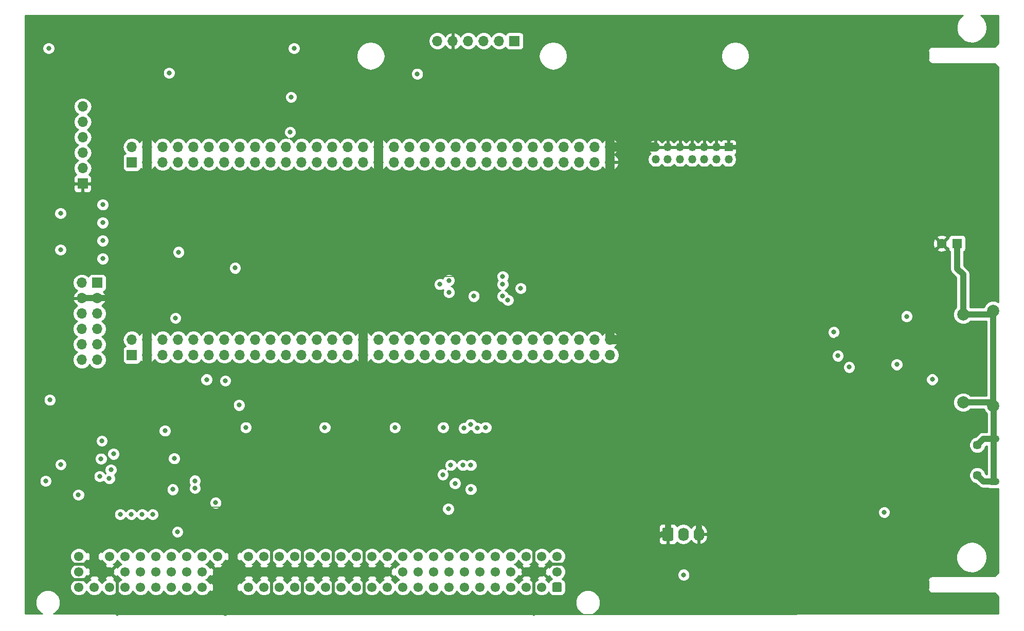
<source format=gbr>
G04 #@! TF.GenerationSoftware,KiCad,Pcbnew,5.0.2+dfsg1-1~bpo9+1*
G04 #@! TF.CreationDate,2022-09-27T13:51:08+02:00*
G04 #@! TF.ProjectId,nubus-to-ztex,6e756275-732d-4746-9f2d-7a7465782e6b,rev?*
G04 #@! TF.SameCoordinates,Original*
G04 #@! TF.FileFunction,Copper,L2,Inr*
G04 #@! TF.FilePolarity,Positive*
%FSLAX46Y46*%
G04 Gerber Fmt 4.6, Leading zero omitted, Abs format (unit mm)*
G04 Created by KiCad (PCBNEW 5.0.2+dfsg1-1~bpo9+1) date Tue Sep 27 13:51:08 2022*
%MOMM*%
%LPD*%
G01*
G04 APERTURE LIST*
G04 #@! TA.AperFunction,ViaPad*
%ADD10R,1.700000X1.700000*%
G04 #@! TD*
G04 #@! TA.AperFunction,ViaPad*
%ADD11O,1.700000X1.700000*%
G04 #@! TD*
G04 #@! TA.AperFunction,ViaPad*
%ADD12C,1.450000*%
G04 #@! TD*
G04 #@! TA.AperFunction,ViaPad*
%ADD13O,1.900000X1.200000*%
G04 #@! TD*
G04 #@! TA.AperFunction,Conductor*
%ADD14C,0.100000*%
G04 #@! TD*
G04 #@! TA.AperFunction,ViaPad*
%ADD15C,1.740000*%
G04 #@! TD*
G04 #@! TA.AperFunction,ViaPad*
%ADD16O,1.740000X2.200000*%
G04 #@! TD*
G04 #@! TA.AperFunction,ViaPad*
%ADD17R,1.350000X1.350000*%
G04 #@! TD*
G04 #@! TA.AperFunction,ViaPad*
%ADD18O,1.350000X1.350000*%
G04 #@! TD*
G04 #@! TA.AperFunction,ViaPad*
%ADD19C,2.000000*%
G04 #@! TD*
G04 #@! TA.AperFunction,ViaPad*
%ADD20R,1.600000X1.600000*%
G04 #@! TD*
G04 #@! TA.AperFunction,ViaPad*
%ADD21C,1.600000*%
G04 #@! TD*
G04 #@! TA.AperFunction,ViaPad*
%ADD22C,1.550000*%
G04 #@! TD*
G04 #@! TA.AperFunction,ViaPad*
%ADD23C,0.800000*%
G04 #@! TD*
G04 #@! TA.AperFunction,Conductor*
%ADD24C,1.500000*%
G04 #@! TD*
G04 #@! TA.AperFunction,Conductor*
%ADD25C,0.152400*%
G04 #@! TD*
G04 #@! TA.AperFunction,Conductor*
%ADD26C,1.000000*%
G04 #@! TD*
G04 #@! TA.AperFunction,Conductor*
%ADD27C,0.500000*%
G04 #@! TD*
G04 #@! TA.AperFunction,Conductor*
%ADD28C,0.800000*%
G04 #@! TD*
G04 #@! TA.AperFunction,Conductor*
%ADD29C,0.254000*%
G04 #@! TD*
G04 APERTURE END LIST*
D10*
G04 #@! TO.N,LED3*
G04 #@! TO.C,J10*
X193000000Y-10000000D03*
D11*
G04 #@! TO.N,LED2*
X190460000Y-10000000D03*
G04 #@! TO.N,LED1*
X187920000Y-10000000D03*
G04 #@! TO.N,LED0*
X185380000Y-10000000D03*
G04 #@! TO.N,GND*
X182840000Y-10000000D03*
G04 #@! TO.N,+3V3*
X180300000Y-10000000D03*
G04 #@! TD*
G04 #@! TO.N,PMOD-12*
G04 #@! TO.C,J9*
X121760000Y-62550000D03*
G04 #@! TO.N,PMOD-11*
X124300000Y-62550000D03*
G04 #@! TO.N,PMOD-10*
X121760000Y-60010000D03*
G04 #@! TO.N,PMOD-9*
X124300000Y-60010000D03*
G04 #@! TO.N,PMOD-8*
X121760000Y-57470000D03*
G04 #@! TO.N,PMOD-7*
X124300000Y-57470000D03*
G04 #@! TO.N,PMOD-6*
X121760000Y-54930000D03*
G04 #@! TO.N,PMOD-5*
X124300000Y-54930000D03*
G04 #@! TO.N,GND*
X121760000Y-52390000D03*
X124300000Y-52390000D03*
G04 #@! TO.N,+3V3*
X121760000Y-49850000D03*
D10*
X124300000Y-49850000D03*
G04 #@! TD*
D12*
G04 #@! TO.N,SHIELD*
G04 #@! TO.C,J6*
X269197500Y-81570000D03*
X269197500Y-76570000D03*
D13*
X271897500Y-82570000D03*
X271897500Y-75570000D03*
G04 #@! TD*
D14*
G04 #@! TO.N,GND*
G04 #@! TO.C,J7*
G36*
X218884505Y-90171204D02*
X218908773Y-90174804D01*
X218932572Y-90180765D01*
X218955671Y-90189030D01*
X218977850Y-90199520D01*
X218998893Y-90212132D01*
X219018599Y-90226747D01*
X219036777Y-90243223D01*
X219053253Y-90261401D01*
X219067868Y-90281107D01*
X219080480Y-90302150D01*
X219090970Y-90324329D01*
X219099235Y-90347428D01*
X219105196Y-90371227D01*
X219108796Y-90395495D01*
X219110000Y-90419999D01*
X219110000Y-92120001D01*
X219108796Y-92144505D01*
X219105196Y-92168773D01*
X219099235Y-92192572D01*
X219090970Y-92215671D01*
X219080480Y-92237850D01*
X219067868Y-92258893D01*
X219053253Y-92278599D01*
X219036777Y-92296777D01*
X219018599Y-92313253D01*
X218998893Y-92327868D01*
X218977850Y-92340480D01*
X218955671Y-92350970D01*
X218932572Y-92359235D01*
X218908773Y-92365196D01*
X218884505Y-92368796D01*
X218860001Y-92370000D01*
X217619999Y-92370000D01*
X217595495Y-92368796D01*
X217571227Y-92365196D01*
X217547428Y-92359235D01*
X217524329Y-92350970D01*
X217502150Y-92340480D01*
X217481107Y-92327868D01*
X217461401Y-92313253D01*
X217443223Y-92296777D01*
X217426747Y-92278599D01*
X217412132Y-92258893D01*
X217399520Y-92237850D01*
X217389030Y-92215671D01*
X217380765Y-92192572D01*
X217374804Y-92168773D01*
X217371204Y-92144505D01*
X217370000Y-92120001D01*
X217370000Y-90419999D01*
X217371204Y-90395495D01*
X217374804Y-90371227D01*
X217380765Y-90347428D01*
X217389030Y-90324329D01*
X217399520Y-90302150D01*
X217412132Y-90281107D01*
X217426747Y-90261401D01*
X217443223Y-90243223D01*
X217461401Y-90226747D01*
X217481107Y-90212132D01*
X217502150Y-90199520D01*
X217524329Y-90189030D01*
X217547428Y-90180765D01*
X217571227Y-90174804D01*
X217595495Y-90171204D01*
X217619999Y-90170000D01*
X218860001Y-90170000D01*
X218884505Y-90171204D01*
X218884505Y-90171204D01*
G37*
D15*
X218240000Y-91270000D03*
D16*
G04 #@! TO.N,+5V*
X220780000Y-91270000D03*
G04 #@! TO.N,GND*
X223320000Y-91270000D03*
G04 #@! TD*
D10*
G04 #@! TO.N,Net-(JCD1-Pad1)*
G04 #@! TO.C,JCD1*
X130000000Y-30000000D03*
D11*
G04 #@! TO.N,Net-(JCD1-Pad2)*
X130000000Y-27460000D03*
G04 #@! TO.N,GND*
X132540000Y-30000000D03*
X132540000Y-27460000D03*
G04 #@! TO.N,/B2B/RX*
X135080000Y-30000000D03*
G04 #@! TO.N,/B2B/TX*
X135080000Y-27460000D03*
G04 #@! TO.N,~ID3_3V3*
X137620000Y-30000000D03*
G04 #@! TO.N,~ID2_3V3*
X137620000Y-27460000D03*
G04 #@! TO.N,~ID0_3V3*
X140160000Y-30000000D03*
G04 #@! TO.N,~ID1_3V3*
X140160000Y-27460000D03*
G04 #@! TO.N,~ARB3_3V3*
X142700000Y-30000000D03*
G04 #@! TO.N,~ARB2_3V3*
X142700000Y-27460000D03*
G04 #@! TO.N,~ARB0_3V3*
X145240000Y-30000000D03*
G04 #@! TO.N,~ARB1_3V3*
X145240000Y-27460000D03*
G04 #@! TO.N,PMOD-6*
X147780000Y-30000000D03*
G04 #@! TO.N,~CLK2X_3V3*
X147780000Y-27460000D03*
G04 #@! TO.N,PMOD-5*
X150320000Y-30000000D03*
G04 #@! TO.N,SD_D1*
X150320000Y-27460000D03*
G04 #@! TO.N,PMOD-8*
X152860000Y-30000000D03*
G04 #@! TO.N,SD_D0*
X152860000Y-27460000D03*
G04 #@! TO.N,PMOD-7*
X155400000Y-30000000D03*
G04 #@! TO.N,SD_CLK*
X155400000Y-27460000D03*
G04 #@! TO.N,PMOD-10*
X157940000Y-30000000D03*
G04 #@! TO.N,SD_CMD*
X157940000Y-27460000D03*
G04 #@! TO.N,PMOD-9*
X160480000Y-30000000D03*
G04 #@! TO.N,SD_D3*
X160480000Y-27460000D03*
G04 #@! TO.N,PMOD-12*
X163020000Y-30000000D03*
G04 #@! TO.N,SD_D2*
X163020000Y-27460000D03*
G04 #@! TO.N,PMOD-11*
X165560000Y-30000000D03*
G04 #@! TO.N,TMx_oe_n*
X165560000Y-27460000D03*
G04 #@! TO.N,+3V3*
X168100000Y-30000000D03*
X168100000Y-27460000D03*
G04 #@! TO.N,GND*
X170640000Y-30000000D03*
X170640000Y-27460000D03*
G04 #@! TO.N,+3V3*
X173180000Y-30000000D03*
X173180000Y-27460000D03*
G04 #@! TO.N,HDMI_HPD_A*
X175720000Y-30000000D03*
G04 #@! TO.N,~TM0_3V3*
X175720000Y-27460000D03*
G04 #@! TO.N,HDMI_SDA_A*
X178260000Y-30000000D03*
G04 #@! TO.N,~TM1_3V3*
X178260000Y-27460000D03*
G04 #@! TO.N,HDMI_SCL_A*
X180800000Y-30000000D03*
G04 #@! TO.N,TM1_n_o*
X180800000Y-27460000D03*
G04 #@! TO.N,HDMI_CEC_A*
X183340000Y-30000000D03*
G04 #@! TO.N,TM0_n_o*
X183340000Y-27460000D03*
G04 #@! TO.N,HDMI_CLK-*
X185880000Y-30000000D03*
G04 #@! TO.N,TM2_oe_n*
X185880000Y-27460000D03*
G04 #@! TO.N,HDMI_CLK+*
X188420000Y-30000000D03*
G04 #@! TO.N,TM2_o_n*
X188420000Y-27460000D03*
G04 #@! TO.N,HDMI_D0+*
X190960000Y-30000000D03*
G04 #@! TO.N,~TM2_3V3*
X190960000Y-27460000D03*
G04 #@! TO.N,HDMI_D0-*
X193500000Y-30000000D03*
G04 #@! TO.N,~RESET_3V3*
X193500000Y-27460000D03*
G04 #@! TO.N,HDMI_D1+*
X196040000Y-30000000D03*
G04 #@! TO.N,LED0*
X196040000Y-27460000D03*
G04 #@! TO.N,HDMI_D1-*
X198580000Y-30000000D03*
G04 #@! TO.N,LED1*
X198580000Y-27460000D03*
G04 #@! TO.N,HDMI_D2-*
X201120000Y-30000000D03*
G04 #@! TO.N,LED2*
X201120000Y-27460000D03*
G04 #@! TO.N,HDMI_D2+*
X203660000Y-30000000D03*
G04 #@! TO.N,LED3*
X203660000Y-27460000D03*
G04 #@! TO.N,FPGA_JTAG_TDO*
X206200000Y-30000000D03*
G04 #@! TO.N,FPGA_JTAG_TMS*
X206200000Y-27460000D03*
G04 #@! TO.N,GND*
X208740000Y-30000000D03*
X208740000Y-27460000D03*
G04 #@! TD*
D17*
G04 #@! TO.N,GND*
G04 #@! TO.C,J1*
X228230000Y-27500000D03*
D18*
G04 #@! TO.N,/B2B/JTAG_VIO*
X228230000Y-29500000D03*
G04 #@! TO.N,GND*
X226230000Y-27500000D03*
G04 #@! TO.N,FPGA_JTAG_TMS*
X226230000Y-29500000D03*
G04 #@! TO.N,GND*
X224230000Y-27500000D03*
G04 #@! TO.N,FPGA_JTAG_TCK*
X224230000Y-29500000D03*
G04 #@! TO.N,GND*
X222230000Y-27500000D03*
G04 #@! TO.N,FPGA_JTAG_TDO*
X222230000Y-29500000D03*
G04 #@! TO.N,GND*
X220230000Y-27500000D03*
G04 #@! TO.N,FPGA_JTAG_TDI*
X220230000Y-29500000D03*
G04 #@! TO.N,GND*
X218230000Y-27500000D03*
G04 #@! TO.N,Net-(J1-Pad12)*
X218230000Y-29500000D03*
G04 #@! TO.N,GND*
X216230000Y-27500000D03*
G04 #@! TO.N,Net-(J1-Pad14)*
X216230000Y-29500000D03*
G04 #@! TD*
D19*
G04 #@! TO.N,SHIELD*
G04 #@! TO.C,J5*
X271800000Y-70150000D03*
X271800000Y-54450000D03*
X266850000Y-69550000D03*
X266850000Y-55050000D03*
G04 #@! TD*
D20*
G04 #@! TO.N,SHIELD*
G04 #@! TO.C,C39*
X265840000Y-43360000D03*
D21*
G04 #@! TO.N,GND*
X263340000Y-43360000D03*
G04 #@! TD*
D14*
G04 #@! TO.N,-12V*
G04 #@! TO.C,J4*
G36*
X200549505Y-99226204D02*
X200573773Y-99229804D01*
X200597572Y-99235765D01*
X200620671Y-99244030D01*
X200642850Y-99254520D01*
X200663893Y-99267132D01*
X200683599Y-99281747D01*
X200701777Y-99298223D01*
X200718253Y-99316401D01*
X200732868Y-99336107D01*
X200745480Y-99357150D01*
X200755970Y-99379329D01*
X200764235Y-99402428D01*
X200770196Y-99426227D01*
X200773796Y-99450495D01*
X200775000Y-99474999D01*
X200775000Y-100525001D01*
X200773796Y-100549505D01*
X200770196Y-100573773D01*
X200764235Y-100597572D01*
X200755970Y-100620671D01*
X200745480Y-100642850D01*
X200732868Y-100663893D01*
X200718253Y-100683599D01*
X200701777Y-100701777D01*
X200683599Y-100718253D01*
X200663893Y-100732868D01*
X200642850Y-100745480D01*
X200620671Y-100755970D01*
X200597572Y-100764235D01*
X200573773Y-100770196D01*
X200549505Y-100773796D01*
X200525001Y-100775000D01*
X199474999Y-100775000D01*
X199450495Y-100773796D01*
X199426227Y-100770196D01*
X199402428Y-100764235D01*
X199379329Y-100755970D01*
X199357150Y-100745480D01*
X199336107Y-100732868D01*
X199316401Y-100718253D01*
X199298223Y-100701777D01*
X199281747Y-100683599D01*
X199267132Y-100663893D01*
X199254520Y-100642850D01*
X199244030Y-100620671D01*
X199235765Y-100597572D01*
X199229804Y-100573773D01*
X199226204Y-100549505D01*
X199225000Y-100525001D01*
X199225000Y-99474999D01*
X199226204Y-99450495D01*
X199229804Y-99426227D01*
X199235765Y-99402428D01*
X199244030Y-99379329D01*
X199254520Y-99357150D01*
X199267132Y-99336107D01*
X199281747Y-99316401D01*
X199298223Y-99298223D01*
X199316401Y-99281747D01*
X199336107Y-99267132D01*
X199357150Y-99254520D01*
X199379329Y-99244030D01*
X199402428Y-99235765D01*
X199426227Y-99229804D01*
X199450495Y-99226204D01*
X199474999Y-99225000D01*
X200525001Y-99225000D01*
X200549505Y-99226204D01*
X200549505Y-99226204D01*
G37*
D22*
X200000000Y-100000000D03*
G04 #@! TO.N,SB0_5V*
X197460000Y-100000000D03*
G04 #@! TO.N,~SPV_5V*
X194920000Y-100000000D03*
G04 #@! TO.N,~SP_5V*
X192380000Y-100000000D03*
G04 #@! TO.N,~TM1_5V*
X189840000Y-100000000D03*
G04 #@! TO.N,~AD1_5V*
X187300000Y-100000000D03*
G04 #@! TO.N,~AD3_5V*
X184760000Y-100000000D03*
G04 #@! TO.N,~AD5_5V*
X182220000Y-100000000D03*
G04 #@! TO.N,~AD7_5V*
X179680000Y-100000000D03*
G04 #@! TO.N,~AD9_5V*
X177140000Y-100000000D03*
G04 #@! TO.N,~AD11_5V*
X174600000Y-100000000D03*
G04 #@! TO.N,~AD13_5V*
X172060000Y-100000000D03*
G04 #@! TO.N,~AD15_5V*
X169520000Y-100000000D03*
G04 #@! TO.N,~AD17_5V*
X166980000Y-100000000D03*
G04 #@! TO.N,~AD19_5V*
X164440000Y-100000000D03*
G04 #@! TO.N,~AD21_5V*
X161900000Y-100000000D03*
G04 #@! TO.N,~AD23_5V*
X159360000Y-100000000D03*
G04 #@! TO.N,~AD25_5V*
X156820000Y-100000000D03*
G04 #@! TO.N,~AD27_5V*
X154280000Y-100000000D03*
G04 #@! TO.N,~AD29_5V*
X151740000Y-100000000D03*
G04 #@! TO.N,~AD31_5V*
X149200000Y-100000000D03*
G04 #@! TO.N,GND*
X146660000Y-100000000D03*
X144120000Y-100000000D03*
G04 #@! TO.N,~ARB1_5V*
X141580000Y-100000000D03*
G04 #@! TO.N,~ARB3_5V*
X139040000Y-100000000D03*
G04 #@! TO.N,~ID1_5V*
X136500000Y-100000000D03*
G04 #@! TO.N,~ID3_5V*
X133960000Y-100000000D03*
G04 #@! TO.N,~ACK_5V*
X131420000Y-100000000D03*
G04 #@! TO.N,+5V*
X128880000Y-100000000D03*
G04 #@! TO.N,~RQST_5V*
X126340000Y-100000000D03*
G04 #@! TO.N,~NMRQ_5V*
X123800000Y-100000000D03*
G04 #@! TO.N,+12V*
X121260000Y-100000000D03*
G04 #@! TO.N,-12V*
X200000000Y-97460000D03*
G04 #@! TO.N,GND*
X197460000Y-97460000D03*
X194920000Y-97460000D03*
G04 #@! TO.N,+5V*
X192380000Y-97460000D03*
X189840000Y-97460000D03*
X187300000Y-97460000D03*
X184760000Y-97460000D03*
G04 #@! TO.N,~TM2_5V*
X182220000Y-97460000D03*
G04 #@! TO.N,~CM0_5V*
X179680000Y-97460000D03*
G04 #@! TO.N,~CM1_5V*
X177140000Y-97460000D03*
G04 #@! TO.N,~CM2_5V*
X174600000Y-97460000D03*
G04 #@! TO.N,GND*
X172060000Y-97460000D03*
X169520000Y-97460000D03*
X166980000Y-97460000D03*
X164440000Y-97460000D03*
X161900000Y-97460000D03*
X159360000Y-97460000D03*
X156820000Y-97460000D03*
X154280000Y-97460000D03*
X151740000Y-97460000D03*
X149200000Y-97460000D03*
X146660000Y-97460000D03*
X144120000Y-97460000D03*
G04 #@! TO.N,~CLK2X_5V*
X141580000Y-97460000D03*
G04 #@! TO.N,STDBYPWR*
X139040000Y-97460000D03*
G04 #@! TO.N,~CLK2XEN_5V*
X136500000Y-97460000D03*
G04 #@! TO.N,~CBUSY_5V*
X133960000Y-97460000D03*
G04 #@! TO.N,+5V*
X131420000Y-97460000D03*
X128880000Y-97460000D03*
G04 #@! TO.N,GND*
X126340000Y-97460000D03*
X123800000Y-97460000D03*
G04 #@! TO.N,+12V*
X121260000Y-97460000D03*
G04 #@! TO.N,~RESET_5V*
X200000000Y-94920000D03*
G04 #@! TO.N,SB1_5V*
X197460000Y-94920000D03*
G04 #@! TO.N,+5V*
X194920000Y-94920000D03*
X192380000Y-94920000D03*
G04 #@! TO.N,~TM0_5V*
X189840000Y-94920000D03*
G04 #@! TO.N,~AD0_5V*
X187300000Y-94920000D03*
G04 #@! TO.N,~AD2_5V*
X184760000Y-94920000D03*
G04 #@! TO.N,~AD4_5V*
X182220000Y-94920000D03*
G04 #@! TO.N,~AD6_5V*
X179680000Y-94920000D03*
G04 #@! TO.N,~AD8_5V*
X177140000Y-94920000D03*
G04 #@! TO.N,~AD10_5V*
X174600000Y-94920000D03*
G04 #@! TO.N,~AD12_5V*
X172060000Y-94920000D03*
G04 #@! TO.N,~AD14_5V*
X169520000Y-94920000D03*
G04 #@! TO.N,~AD16_5V*
X166980000Y-94920000D03*
G04 #@! TO.N,~AD18_5V*
X164440000Y-94920000D03*
G04 #@! TO.N,~AD20_5V*
X161900000Y-94920000D03*
G04 #@! TO.N,~AD22_5V*
X159360000Y-94920000D03*
G04 #@! TO.N,~AD24_5V*
X156820000Y-94920000D03*
G04 #@! TO.N,~AD26_5V*
X154280000Y-94920000D03*
G04 #@! TO.N,~AD28_5V*
X151740000Y-94920000D03*
G04 #@! TO.N,~AD30_5V*
X149200000Y-94920000D03*
G04 #@! TO.N,GND*
X146660000Y-94920000D03*
G04 #@! TO.N,~PFW_5V*
X144120000Y-94920000D03*
G04 #@! TO.N,~ARB0_5V*
X141580000Y-94920000D03*
G04 #@! TO.N,~ARB2_5V*
X139040000Y-94920000D03*
G04 #@! TO.N,~ID0_5V*
X136500000Y-94920000D03*
G04 #@! TO.N,~ID2_5V*
X133960000Y-94920000D03*
G04 #@! TO.N,~START_5V*
X131420000Y-94920000D03*
G04 #@! TO.N,+5V*
X128880000Y-94920000D03*
X126340000Y-94920000D03*
G04 #@! TO.N,GND*
X123800000Y-94920000D03*
G04 #@! TO.N,~CLK_5V*
X121260000Y-94920000D03*
G04 #@! TD*
D11*
G04 #@! TO.N,Net-(J3-Pad6)*
G04 #@! TO.C,J3*
X121900000Y-20800000D03*
G04 #@! TO.N,/B2B/TX*
X121900000Y-23340000D03*
G04 #@! TO.N,/B2B/RX*
X121900000Y-25880000D03*
G04 #@! TO.N,Net-(J3-Pad3)*
X121900000Y-28420000D03*
G04 #@! TO.N,Net-(J3-Pad2)*
X121900000Y-30960000D03*
D10*
G04 #@! TO.N,GND*
X121900000Y-33500000D03*
G04 #@! TD*
D11*
G04 #@! TO.N,GND*
G04 #@! TO.C,JAB1*
X208740000Y-59210000D03*
G04 #@! TO.N,/B2B/JTAG_VIO*
X208740000Y-61750000D03*
G04 #@! TO.N,FPGA_JTAG_TCK*
X206200000Y-59210000D03*
G04 #@! TO.N,FPGA_JTAG_TDI*
X206200000Y-61750000D03*
G04 #@! TO.N,USBH0_D-*
X203660000Y-59210000D03*
G04 #@! TO.N,USBH0_D+*
X203660000Y-61750000D03*
G04 #@! TO.N,~AD0_3V3*
X201120000Y-59210000D03*
G04 #@! TO.N,~AD1_3V3*
X201120000Y-61750000D03*
G04 #@! TO.N,~AD2_3V3*
X198580000Y-59210000D03*
G04 #@! TO.N,~AD3_3V3*
X198580000Y-61750000D03*
G04 #@! TO.N,~AD4_3V3*
X196040000Y-59210000D03*
G04 #@! TO.N,~AD5_3V3*
X196040000Y-61750000D03*
G04 #@! TO.N,~AD6_3V3*
X193500000Y-59210000D03*
G04 #@! TO.N,~AD7_3V3*
X193500000Y-61750000D03*
G04 #@! TO.N,~AD8_3V3*
X190960000Y-59210000D03*
G04 #@! TO.N,~AD9_3V3*
X190960000Y-61750000D03*
G04 #@! TO.N,~AD10_3V3*
X188420000Y-59210000D03*
G04 #@! TO.N,~AD11_3V3*
X188420000Y-61750000D03*
G04 #@! TO.N,~AD12_3V3*
X185880000Y-59210000D03*
G04 #@! TO.N,~AD13_3V3*
X185880000Y-61750000D03*
G04 #@! TO.N,~AD14_3V3*
X183340000Y-59210000D03*
G04 #@! TO.N,~AD15_3V3*
X183340000Y-61750000D03*
G04 #@! TO.N,~AD16_3V3*
X180800000Y-59210000D03*
G04 #@! TO.N,~AD17_3V3*
X180800000Y-61750000D03*
G04 #@! TO.N,~AD18_3V3*
X178260000Y-59210000D03*
G04 #@! TO.N,~AD19_3V3*
X178260000Y-61750000D03*
G04 #@! TO.N,~AD20_3V3*
X175720000Y-59210000D03*
G04 #@! TO.N,~AD21_3V3*
X175720000Y-61750000D03*
G04 #@! TO.N,~AD22_3V3*
X173180000Y-59210000D03*
G04 #@! TO.N,~AD23_3V3*
X173180000Y-61750000D03*
G04 #@! TO.N,+3V3*
X170640000Y-59210000D03*
X170640000Y-61750000D03*
G04 #@! TO.N,GND*
X168100000Y-59210000D03*
X168100000Y-61750000D03*
G04 #@! TO.N,+3V3*
X165560000Y-59210000D03*
X165560000Y-61750000D03*
G04 #@! TO.N,~AD24_3V3*
X163020000Y-59210000D03*
G04 #@! TO.N,NUBUS_OE*
X163020000Y-61750000D03*
G04 #@! TO.N,~AD26_3V3*
X160480000Y-59210000D03*
G04 #@! TO.N,~AD25_3V3*
X160480000Y-61750000D03*
G04 #@! TO.N,~AD28_3V3*
X157940000Y-59210000D03*
G04 #@! TO.N,~AD27_3V3*
X157940000Y-61750000D03*
G04 #@! TO.N,~AD30_3V3*
X155400000Y-59210000D03*
G04 #@! TO.N,~AD29_3V3*
X155400000Y-61750000D03*
G04 #@! TO.N,~CLK_3V3*
X152860000Y-59210000D03*
G04 #@! TO.N,~AD31_3V3*
X152860000Y-61750000D03*
G04 #@! TO.N,ARB1_o_n*
X150320000Y-59210000D03*
G04 #@! TO.N,NUBUS_AD_DIR*
X150320000Y-61750000D03*
G04 #@! TO.N,ARB2_o_n*
X147780000Y-59210000D03*
G04 #@! TO.N,ARB3_o_n*
X147780000Y-61750000D03*
G04 #@! TO.N,ACK_o_n*
X145240000Y-59210000D03*
G04 #@! TO.N,ARB0_o_n*
X145240000Y-61750000D03*
G04 #@! TO.N,ACK_oe_n*
X142700000Y-59210000D03*
G04 #@! TO.N,START_o_n*
X142700000Y-61750000D03*
G04 #@! TO.N,RQST_o_n*
X140160000Y-59210000D03*
G04 #@! TO.N,START_oe_n*
X140160000Y-61750000D03*
G04 #@! TO.N,~ACK_3V3*
X137620000Y-59210000D03*
G04 #@! TO.N,~START_3V3*
X137620000Y-61750000D03*
G04 #@! TO.N,~RQST_3V3*
X135080000Y-59210000D03*
G04 #@! TO.N,~NMRQ_3V3*
X135080000Y-61750000D03*
G04 #@! TO.N,GND*
X132540000Y-59210000D03*
X132540000Y-61750000D03*
G04 #@! TO.N,+5V*
X130000000Y-59210000D03*
D10*
X130000000Y-61750000D03*
G04 #@! TD*
D23*
G04 #@! TO.N,GND*
X137500000Y-89312500D03*
X256220000Y-61875000D03*
X252900000Y-82730000D03*
X262640000Y-79355000D03*
X149900000Y-71000000D03*
X117200000Y-84780000D03*
X189500000Y-71000000D03*
X115200000Y-87480000D03*
X145400000Y-88100000D03*
X139300000Y-87450000D03*
X155357500Y-79750000D03*
X148200000Y-86800000D03*
X256010000Y-87920000D03*
X179857500Y-79750000D03*
X115200000Y-90730000D03*
X264200000Y-67357500D03*
X145300000Y-90050000D03*
X194857500Y-79750000D03*
X168357500Y-79750000D03*
X163000000Y-71000000D03*
X267730000Y-79355000D03*
X267720000Y-77180000D03*
X268000000Y-65550000D03*
X174500000Y-71000000D03*
X268000000Y-58050000D03*
X255500000Y-58625000D03*
X255040000Y-53812500D03*
X263050000Y-39710000D03*
X115200000Y-89430000D03*
X183600000Y-71000000D03*
X116300000Y-16437500D03*
X246062500Y-59100000D03*
X268000000Y-61050000D03*
X244180000Y-99750000D03*
X236450000Y-82730000D03*
X158100000Y-92000000D03*
X196200000Y-92480000D03*
X196200000Y-89100000D03*
X123800000Y-93000000D03*
X128025000Y-75550000D03*
X130850000Y-77500000D03*
X130850000Y-79450000D03*
X134150000Y-78150000D03*
X134150000Y-76200000D03*
X135400000Y-70150000D03*
X185000000Y-48800000D03*
X185000000Y-50750000D03*
X185000000Y-52700000D03*
X188250000Y-49450000D03*
X188250000Y-51400000D03*
X154500000Y-13300000D03*
X149925000Y-14350000D03*
X163675000Y-14350000D03*
X157937500Y-25050000D03*
X157787500Y-19250000D03*
X139252400Y-47600000D03*
X145125000Y-50200000D03*
X150850000Y-50900000D03*
X187000000Y-83100000D03*
X168650000Y-91575000D03*
X118534670Y-98720000D03*
X240200000Y-27500000D03*
X168357500Y-78180000D03*
X187120000Y-13500000D03*
X189371666Y-13500000D03*
X191623332Y-13500000D03*
X193875000Y-13500000D03*
G04 #@! TO.N,+3V3*
X135450000Y-74225000D03*
X248080000Y-63750000D03*
X161750000Y-73687500D03*
X148750000Y-73687500D03*
X257550000Y-55387500D03*
X173300000Y-73700000D03*
X118265134Y-44400000D03*
X118265134Y-38400000D03*
X137500000Y-90887500D03*
X245550000Y-57975000D03*
X136727523Y-83900000D03*
X188250000Y-73687500D03*
X121200000Y-84780000D03*
X181250000Y-73687500D03*
X116300000Y-11212500D03*
X182100000Y-87100000D03*
X118300000Y-79800000D03*
X115812500Y-82500000D03*
X126287500Y-82100000D03*
X143787500Y-86100000D03*
X140387500Y-83700000D03*
X191050000Y-48800000D03*
X156212500Y-19250000D03*
X156700000Y-11212500D03*
X156062500Y-25025000D03*
X137700000Y-44789641D03*
X147000000Y-47400000D03*
X176980000Y-15429630D03*
X136140000Y-15272793D03*
X116500000Y-69150000D03*
G04 #@! TO.N,+5V*
X253850000Y-87660000D03*
X246230000Y-61872500D03*
X131697842Y-88000000D03*
X129897842Y-88000000D03*
X128097842Y-88000000D03*
X133421568Y-88014972D03*
X220840000Y-97970000D03*
G04 #@! TO.N,~RESET_5V*
X194000000Y-50750000D03*
G04 #@! TO.N,~TM1_5V*
X180700000Y-50100000D03*
X182500000Y-79900000D03*
G04 #@! TO.N,~TM2_5V*
X186900000Y-73800000D03*
X191900000Y-52700000D03*
G04 #@! TO.N,~TM0_5V*
X185800000Y-83875000D03*
X185800000Y-79900000D03*
X186300000Y-52050000D03*
G04 #@! TO.N,~ID3_3V3*
X125200000Y-36977042D03*
G04 #@! TO.N,~ID2_3V3*
X125200000Y-39943708D03*
G04 #@! TO.N,~ID1_3V3*
X125200000Y-42910374D03*
G04 #@! TO.N,~ID0_3V3*
X125200000Y-45877042D03*
G04 #@! TO.N,~CLK_3V3*
X136975000Y-78800000D03*
G04 #@! TO.N,~CLK2X_5V*
X147650000Y-70000000D03*
G04 #@! TO.N,~START_3V3*
X137180000Y-55670000D03*
G04 #@! TO.N,~RESET_3V3*
X191050000Y-50100000D03*
G04 #@! TO.N,~TM0_3V3*
X182200000Y-51400000D03*
G04 #@! TO.N,~TM1_3V3*
X182200000Y-49450000D03*
G04 #@! TO.N,HDMI_5V*
X255920000Y-63320000D03*
X261760000Y-65782500D03*
G04 #@! TO.N,~TM2_3V3*
X191050000Y-52050000D03*
G04 #@! TO.N,ARB1_o_n*
X145387500Y-66000000D03*
G04 #@! TO.N,ARB3_o_n*
X140375000Y-82475000D03*
G04 #@! TO.N,ARB2_o_n*
X142300000Y-65800000D03*
G04 #@! TO.N,RQST_o_n*
X125066330Y-75900000D03*
G04 #@! TO.N,START_o_n*
X126550000Y-80675000D03*
G04 #@! TO.N,START_oe_n*
X124712500Y-81750000D03*
G04 #@! TO.N,ACK_o_n*
X126975000Y-78050000D03*
G04 #@! TO.N,ACK_oe_n*
X124925000Y-78850000D03*
G04 #@! TO.N,TMx_oe_n*
X181200000Y-81450000D03*
G04 #@! TO.N,TM1_n_o*
X183200000Y-82900000D03*
G04 #@! TO.N,TM0_n_o*
X184477400Y-79900000D03*
G04 #@! TO.N,TM2_o_n*
X185800000Y-73175000D03*
G04 #@! TO.N,TM2_oe_n*
X184700000Y-73800000D03*
G04 #@! TD*
D24*
G04 #@! TO.N,GND*
X146660000Y-97460000D02*
X146660000Y-94920000D01*
D25*
X226230000Y-27500000D02*
X228230000Y-27500000D01*
X183600000Y-71000000D02*
X202250000Y-71000000D01*
D26*
X223320000Y-91270000D02*
X223320000Y-90017600D01*
D24*
X208740000Y-59210000D02*
X208740000Y-58007919D01*
D27*
X222362400Y-89060000D02*
X218800000Y-89060000D01*
D25*
X256010000Y-87920000D02*
X244180000Y-99750000D01*
X256970000Y-39670000D02*
X256970000Y-39770000D01*
X115200000Y-89430000D02*
X115200000Y-87480000D01*
D24*
X164440000Y-97460000D02*
X166980000Y-97460000D01*
X123800000Y-97460000D02*
X123800000Y-94920000D01*
D25*
X132540000Y-23462500D02*
X132540000Y-23660000D01*
D27*
X144120000Y-103230000D02*
X145390000Y-104500000D01*
D24*
X124896015Y-97460000D02*
X126340000Y-97460000D01*
D25*
X216230000Y-27500000D02*
X218230000Y-27500000D01*
D24*
X144120000Y-100000000D02*
X144120000Y-97460000D01*
D25*
X196170000Y-97490000D02*
X196200000Y-97460000D01*
X196170000Y-104500000D02*
X145390000Y-104500000D01*
X198500000Y-104500000D02*
X196170000Y-104500000D01*
D24*
X208740000Y-27460000D02*
X216190000Y-27460000D01*
D25*
X149900000Y-71000000D02*
X163000000Y-71000000D01*
D27*
X146660000Y-103230000D02*
X145390000Y-104500000D01*
X198730000Y-96190000D02*
X212350000Y-96190000D01*
D25*
X243770000Y-31070000D02*
X242870000Y-30170000D01*
X148200000Y-86800000D02*
X139950000Y-86800000D01*
X239420000Y-104510000D02*
X198510000Y-104510000D01*
D28*
X168100000Y-56480000D02*
X168820000Y-55760000D01*
D24*
X146660000Y-100000000D02*
X144120000Y-100000000D01*
D25*
X224230000Y-27500000D02*
X226230000Y-27500000D01*
D24*
X132540000Y-30000000D02*
X132540000Y-33600000D01*
D27*
X217270000Y-91270000D02*
X212350000Y-96190000D01*
D26*
X218240000Y-89620000D02*
X218240000Y-91270000D01*
D25*
X170640000Y-31202081D02*
X170688000Y-31250081D01*
D27*
X218800000Y-89060000D02*
X218240000Y-89620000D01*
D25*
X131600000Y-65900000D02*
X132540000Y-64960000D01*
X256220000Y-61875000D02*
X256220000Y-59345000D01*
D24*
X159360000Y-97460000D02*
X161900000Y-97460000D01*
D25*
X218230000Y-27500000D02*
X220230000Y-27500000D01*
X255040000Y-58165000D02*
X255500000Y-58625000D01*
X256010000Y-87920000D02*
X256010000Y-85840000D01*
X139300000Y-87450000D02*
X137500000Y-89250000D01*
X127500000Y-65900000D02*
X131600000Y-65900000D01*
X146660000Y-93260000D02*
X146660000Y-91410000D01*
D24*
X132540000Y-61750000D02*
X132540000Y-64960000D01*
D27*
X196170000Y-97490000D02*
X196170000Y-104500000D01*
D25*
X155357500Y-79750000D02*
X168357500Y-79750000D01*
X267730000Y-77190000D02*
X267720000Y-77180000D01*
X216190000Y-27460000D02*
X216230000Y-27500000D01*
X220230000Y-27500000D02*
X222230000Y-27500000D01*
D27*
X118534670Y-98720000D02*
X118534670Y-98720000D01*
D25*
X262640000Y-79355000D02*
X256275000Y-79355000D01*
X268000000Y-65550000D02*
X268000000Y-58050000D01*
D26*
X263050000Y-39710000D02*
X257030000Y-39710000D01*
D24*
X168100000Y-59210000D02*
X168100000Y-56480000D01*
X144120000Y-97460000D02*
X146660000Y-97460000D01*
D25*
X132440000Y-33500000D02*
X132540000Y-33600000D01*
D24*
X132540000Y-27460000D02*
X132540000Y-23660000D01*
D25*
X163000000Y-71000000D02*
X168100000Y-71000000D01*
X145390000Y-104500000D02*
X127600000Y-104500000D01*
X222230000Y-27500000D02*
X224230000Y-27500000D01*
D28*
X168820000Y-42180000D02*
X170640000Y-40360000D01*
D24*
X123800000Y-97460000D02*
X124896015Y-97460000D01*
D25*
X257030000Y-39710000D02*
X256970000Y-39770000D01*
X168357500Y-74270000D02*
X168357500Y-78180000D01*
X145300000Y-88200000D02*
X145400000Y-88100000D01*
D26*
X218240000Y-91270000D02*
X217270000Y-91270000D01*
D25*
X256220000Y-59345000D02*
X255500000Y-58625000D01*
D24*
X168100000Y-59210000D02*
X168100000Y-61750000D01*
X146660000Y-100000000D02*
X146660000Y-97460000D01*
X169520000Y-97460000D02*
X172060000Y-97460000D01*
D25*
X256275000Y-79355000D02*
X252900000Y-82730000D01*
D24*
X170640000Y-27460000D02*
X170640000Y-30000000D01*
X197460000Y-97460000D02*
X196200000Y-97460000D01*
X196200000Y-97460000D02*
X194920000Y-97460000D01*
D25*
X115200000Y-87480000D02*
X115200000Y-86780000D01*
D24*
X168100000Y-61750000D02*
X168100000Y-71000000D01*
D25*
X228692400Y-82730000D02*
X222362400Y-89060000D01*
D24*
X146660000Y-100000000D02*
X146660000Y-103230000D01*
X132540000Y-27460000D02*
X132540000Y-30000000D01*
X146660000Y-97460000D02*
X149200000Y-97460000D01*
D25*
X146660000Y-91410000D02*
X145300000Y-90050000D01*
D24*
X170640000Y-40360000D02*
X170640000Y-30000000D01*
D27*
X127600000Y-98720000D02*
X127600000Y-104500000D01*
D25*
X168100000Y-74012500D02*
X168357500Y-74270000D01*
D27*
X197460000Y-97460000D02*
X198730000Y-96190000D01*
D25*
X121900000Y-33500000D02*
X132440000Y-33500000D01*
X146900000Y-88100000D02*
X148200000Y-86800000D01*
X145300000Y-90050000D02*
X145300000Y-88200000D01*
D24*
X144120000Y-100000000D02*
X144120000Y-103230000D01*
D25*
X115200000Y-86780000D02*
X117200000Y-84780000D01*
X223320000Y-91040000D02*
X223320000Y-91270000D01*
D28*
X168100000Y-71000000D02*
X168100000Y-74012500D01*
D25*
X227402600Y-27500000D02*
X228230000Y-27500000D01*
X255040000Y-53812500D02*
X255040000Y-58165000D01*
D27*
X223320000Y-90017600D02*
X222362400Y-89060000D01*
D25*
X137500000Y-89250000D02*
X137500000Y-89312500D01*
D27*
X126340000Y-97460000D02*
X127600000Y-98720000D01*
D25*
X145400000Y-88100000D02*
X146900000Y-88100000D01*
X252900000Y-82730000D02*
X236450000Y-82730000D01*
X202250000Y-71000000D02*
X202400000Y-71000000D01*
X262640000Y-79355000D02*
X267730000Y-79355000D01*
D24*
X123800000Y-94920000D02*
X123800000Y-93000000D01*
X146660000Y-94920000D02*
X146660000Y-92000000D01*
D25*
X256010000Y-85840000D02*
X252900000Y-82730000D01*
D27*
X196200000Y-97460000D02*
X196200000Y-92480000D01*
D24*
X208740000Y-59210000D02*
X210000000Y-59210000D01*
D25*
X243770000Y-35180000D02*
X243770000Y-31070000D01*
X115200000Y-90730000D02*
X115200000Y-89430000D01*
X170640000Y-30000000D02*
X170640000Y-31202081D01*
X127499999Y-65900001D02*
X127500000Y-65900000D01*
X139950000Y-86800000D02*
X139300000Y-87450000D01*
X267730000Y-79355000D02*
X267730000Y-77190000D01*
D24*
X132540000Y-61750000D02*
X132540000Y-59210000D01*
D25*
X198510000Y-104510000D02*
X198500000Y-104500000D01*
X210000000Y-59210000D02*
X211060000Y-59210000D01*
X211060000Y-59210000D02*
X212100000Y-60250000D01*
X212100000Y-66400000D02*
X207500000Y-71000000D01*
D24*
X156820000Y-97460000D02*
X158100000Y-97460000D01*
X158100000Y-97460000D02*
X159360000Y-97460000D01*
X208740000Y-30000000D02*
X208740000Y-27460000D01*
D25*
X240200000Y-27500000D02*
X240200000Y-27500000D01*
D28*
X228230000Y-27500000D02*
X240200000Y-27500000D01*
D25*
X115200000Y-90730000D02*
X115200000Y-95425330D01*
X196200000Y-81092500D02*
X194857500Y-79750000D01*
X196200000Y-82592500D02*
X196200000Y-81092500D01*
X179857500Y-79750000D02*
X168357500Y-79750000D01*
X183600000Y-71000000D02*
X168100000Y-71000000D01*
X125317500Y-16437500D02*
X132540000Y-23660000D01*
X116300000Y-16437500D02*
X125317500Y-16437500D01*
D24*
X149200000Y-97460000D02*
X151740000Y-97460000D01*
D27*
X158100000Y-97460000D02*
X158100000Y-92000000D01*
X123800000Y-97460000D02*
X122530000Y-96190000D01*
X122530000Y-96190000D02*
X119480000Y-96190000D01*
D25*
X119480000Y-96190000D02*
X115964670Y-96190000D01*
X115964670Y-96190000D02*
X118534670Y-98760000D01*
X115200000Y-95425330D02*
X115964670Y-96190000D01*
D27*
X123800000Y-97460000D02*
X122540000Y-98720000D01*
D25*
X244180000Y-99750000D02*
X239420000Y-104510000D01*
X236450000Y-82730000D02*
X228692400Y-82730000D01*
X212100000Y-60250000D02*
X212100000Y-66400000D01*
D27*
X196200000Y-89100000D02*
X196200000Y-82592500D01*
X196200000Y-92480000D02*
X196200000Y-89100000D01*
D25*
X255025000Y-59100000D02*
X255500000Y-58625000D01*
X246062500Y-59100000D02*
X255025000Y-59100000D01*
X168720000Y-52600000D02*
X168820000Y-52500000D01*
D28*
X168820000Y-52500000D02*
X168820000Y-42180000D01*
X168820000Y-55760000D02*
X168820000Y-52500000D01*
D25*
X130850000Y-78884315D02*
X130850000Y-77500000D01*
X130850000Y-79450000D02*
X130850000Y-78884315D01*
X134150000Y-77584315D02*
X134150000Y-76200000D01*
X134150000Y-78150000D02*
X134150000Y-77584315D01*
X128900000Y-75550000D02*
X130850000Y-77500000D01*
X128025000Y-75550000D02*
X128900000Y-75550000D01*
X131500000Y-78150000D02*
X134150000Y-78150000D01*
X130850000Y-77500000D02*
X131500000Y-78150000D01*
X135400000Y-67820000D02*
X132540000Y-64960000D01*
X135400000Y-70150000D02*
X135400000Y-67820000D01*
X134150000Y-71965685D02*
X134150000Y-75634315D01*
X134150000Y-75634315D02*
X134150000Y-76200000D01*
X135400000Y-70715685D02*
X134150000Y-71965685D01*
X135400000Y-70150000D02*
X135400000Y-70715685D01*
X155250000Y-79750000D02*
X155357500Y-79750000D01*
X148200000Y-86800000D02*
X155250000Y-79750000D01*
X185000000Y-52134315D02*
X185000000Y-50750000D01*
X185000000Y-52700000D02*
X185000000Y-52134315D01*
X185000000Y-50750000D02*
X185000000Y-48800000D01*
X188250000Y-51400000D02*
X188250000Y-49450000D01*
X186300000Y-49450000D02*
X188250000Y-49450000D01*
X185000000Y-50750000D02*
X186300000Y-49450000D01*
X179080000Y-48800000D02*
X170640000Y-40360000D01*
X185000000Y-48800000D02*
X179080000Y-48800000D01*
X123500000Y-65900000D02*
X127500000Y-65900000D01*
X117200000Y-72200000D02*
X117200000Y-72200000D01*
X117200000Y-84780000D02*
X117200000Y-72200000D01*
X149922500Y-14352500D02*
X149925000Y-14350000D01*
X150975000Y-13300000D02*
X154500000Y-13300000D01*
X149925000Y-14350000D02*
X150975000Y-13300000D01*
X162625000Y-13300000D02*
X154500000Y-13300000D01*
X163675000Y-14350000D02*
X162625000Y-13300000D01*
X157787500Y-16587500D02*
X154500000Y-13300000D01*
X157787500Y-19250000D02*
X157787500Y-16587500D01*
X157937500Y-19400000D02*
X157787500Y-19250000D01*
X157937500Y-25050000D02*
X157937500Y-19400000D01*
X208740000Y-57660000D02*
X208740000Y-58007919D01*
X231220000Y-35180000D02*
X208740000Y-57660000D01*
X243770000Y-35180000D02*
X231220000Y-35180000D01*
X142525000Y-47600000D02*
X139252400Y-47600000D01*
X145125000Y-50200000D02*
X142525000Y-47600000D01*
X139252400Y-47600000D02*
X132540000Y-47600000D01*
D24*
X132540000Y-33600000D02*
X132540000Y-47600000D01*
X208740000Y-27460000D02*
X208740000Y-24760000D01*
X208740000Y-30000000D02*
X208740000Y-32560000D01*
D25*
X191507500Y-83100000D02*
X194857500Y-79750000D01*
X187000000Y-83100000D02*
X191507500Y-83100000D01*
D24*
X166980000Y-97460000D02*
X168250000Y-97460000D01*
D27*
X168250000Y-97460000D02*
X168250000Y-92250000D01*
D24*
X168250000Y-97460000D02*
X169520000Y-97460000D01*
D27*
X168250000Y-97460000D02*
X168250000Y-102000000D01*
D25*
X199042500Y-15062500D02*
X208740000Y-24760000D01*
D26*
X122962081Y-52390000D02*
X124300000Y-52390000D01*
X121760000Y-52390000D02*
X122962081Y-52390000D01*
D25*
X132410000Y-52390000D02*
X132540000Y-52520000D01*
D26*
X124300000Y-52390000D02*
X132410000Y-52390000D01*
D24*
X132540000Y-52520000D02*
X132540000Y-59210000D01*
X132540000Y-47600000D02*
X132540000Y-52520000D01*
D25*
X255040000Y-46487500D02*
X255040000Y-53812500D01*
X243770000Y-35217500D02*
X255040000Y-46487500D01*
X243770000Y-35180000D02*
X243770000Y-35217500D01*
X255040000Y-41700000D02*
X257030000Y-39710000D01*
X255040000Y-46487500D02*
X255040000Y-41700000D01*
X170640000Y-21315000D02*
X163675000Y-14350000D01*
D24*
X170640000Y-27460000D02*
X170640000Y-21315000D01*
X161900000Y-97460000D02*
X163175000Y-97460000D01*
D27*
X163175000Y-97460000D02*
X163175000Y-91975000D01*
D24*
X163175000Y-97460000D02*
X164440000Y-97460000D01*
D27*
X163175000Y-97460000D02*
X163175000Y-102425000D01*
D24*
X154280000Y-97460000D02*
X156820000Y-97460000D01*
X151740000Y-97460000D02*
X153025000Y-97460000D01*
D27*
X153025000Y-97460000D02*
X153025000Y-92075000D01*
D24*
X153025000Y-97460000D02*
X154280000Y-97460000D01*
D27*
X153025000Y-97460000D02*
X153025000Y-102475000D01*
X168250001Y-91974999D02*
X168650000Y-91575000D01*
X168250000Y-92250000D02*
X168250001Y-91974999D01*
X118534670Y-98720000D02*
X122540000Y-98720000D01*
X158100000Y-97460000D02*
X158100000Y-102800000D01*
D25*
X240200000Y-27500000D02*
X242870000Y-30170000D01*
X117200000Y-72200000D02*
X123500000Y-65900000D01*
X168357500Y-78180000D02*
X168357500Y-79750000D01*
X267320001Y-76780001D02*
X267720000Y-77180000D01*
X263800001Y-73260001D02*
X267320001Y-76780001D01*
X263800001Y-67757499D02*
X263800001Y-73260001D01*
X264200000Y-67357500D02*
X263800001Y-67757499D01*
X266007500Y-65550000D02*
X268000000Y-65550000D01*
X264200000Y-67357500D02*
X266007500Y-65550000D01*
X187120000Y-13500000D02*
X189371666Y-13500000D01*
X189371666Y-13500000D02*
X191623332Y-13500000D01*
X191623332Y-13500000D02*
X193875000Y-13500000D01*
X195437500Y-15062500D02*
X193875000Y-13500000D01*
X199042500Y-15062500D02*
X195437500Y-15062500D01*
X182840000Y-11202081D02*
X185137919Y-13500000D01*
X186554315Y-13500000D02*
X187120000Y-13500000D01*
X185137919Y-13500000D02*
X186554315Y-13500000D01*
X182840000Y-10000000D02*
X182840000Y-11202081D01*
X203560000Y-71047500D02*
X203560000Y-71000000D01*
X194857500Y-79750000D02*
X203560000Y-71047500D01*
X203560000Y-71000000D02*
X207500000Y-71000000D01*
X202250000Y-71000000D02*
X203560000Y-71000000D01*
D26*
G04 #@! TO.N,SHIELD*
X271200000Y-55050000D02*
X271800000Y-54450000D01*
X266850000Y-55050000D02*
X271200000Y-55050000D01*
X271800000Y-54450000D02*
X271800000Y-70150000D01*
X271200000Y-69550000D02*
X271800000Y-70150000D01*
X266850000Y-69550000D02*
X271200000Y-69550000D01*
X270197500Y-82570000D02*
X269197500Y-81570000D01*
X271897500Y-82570000D02*
X270197500Y-82570000D01*
X270197500Y-75570000D02*
X271897500Y-75570000D01*
X269197500Y-76570000D02*
X270197500Y-75570000D01*
X271897500Y-82570000D02*
X271897500Y-75570000D01*
D25*
X271897500Y-71247500D02*
X271887500Y-71237500D01*
X266840000Y-55040000D02*
X266850000Y-55050000D01*
D26*
X271897500Y-70247500D02*
X271800000Y-70150000D01*
X271897500Y-75570000D02*
X271897500Y-70247500D01*
X265840000Y-43360000D02*
X265840000Y-47500000D01*
X265840000Y-47500000D02*
X266850000Y-48510000D01*
X266850000Y-48510000D02*
X266850000Y-55050000D01*
G04 #@! TD*
D29*
G04 #@! TO.N,GND*
G36*
X266388733Y-6127278D02*
X265970788Y-6752778D01*
X265755240Y-7473520D01*
X265761148Y-8225779D01*
X265987990Y-8943046D01*
X266415709Y-9561904D01*
X267006490Y-10027638D01*
X267708098Y-10299069D01*
X268458502Y-10352201D01*
X269191355Y-10182335D01*
X269841864Y-9804489D01*
X270352514Y-9252071D01*
X270678156Y-8573922D01*
X270790000Y-7830000D01*
X270789688Y-7790260D01*
X270666173Y-7048187D01*
X270329919Y-6375237D01*
X269810655Y-5830908D01*
X269773321Y-5810000D01*
X272620000Y-5810000D01*
X272620001Y-10385908D01*
X272085910Y-10920000D01*
X261869926Y-10920000D01*
X261800000Y-10906091D01*
X261730075Y-10920000D01*
X261730074Y-10920000D01*
X261522972Y-10961195D01*
X261288119Y-11118119D01*
X261131195Y-11352972D01*
X261076091Y-11630000D01*
X261090001Y-11699930D01*
X261090000Y-12960074D01*
X261076091Y-13030000D01*
X261131195Y-13307028D01*
X261288119Y-13541881D01*
X261522972Y-13698805D01*
X261800000Y-13753909D01*
X261869925Y-13740000D01*
X272085910Y-13740000D01*
X272620001Y-14274093D01*
X272620001Y-53019944D01*
X272125222Y-52815000D01*
X271474778Y-52815000D01*
X270873847Y-53063914D01*
X270413914Y-53523847D01*
X270251893Y-53915000D01*
X268027239Y-53915000D01*
X267985000Y-53872761D01*
X267985000Y-48621783D01*
X268007235Y-48510000D01*
X267919146Y-48067145D01*
X267668289Y-47691711D01*
X267573521Y-47628389D01*
X266975000Y-47029869D01*
X266975000Y-44699868D01*
X267097809Y-44617809D01*
X267238157Y-44407765D01*
X267287440Y-44160000D01*
X267287440Y-42560000D01*
X267238157Y-42312235D01*
X267097809Y-42102191D01*
X266887765Y-41961843D01*
X266640000Y-41912560D01*
X265040000Y-41912560D01*
X264792235Y-41961843D01*
X264582191Y-42102191D01*
X264441843Y-42312235D01*
X264395307Y-42546187D01*
X264347745Y-42531861D01*
X263519605Y-43360000D01*
X264347745Y-44188139D01*
X264395307Y-44173813D01*
X264441843Y-44407765D01*
X264582191Y-44617809D01*
X264705000Y-44699868D01*
X264705001Y-47388212D01*
X264682765Y-47500000D01*
X264770854Y-47942854D01*
X264836085Y-48040478D01*
X265021712Y-48318289D01*
X265116479Y-48381611D01*
X265715000Y-48980132D01*
X265715001Y-53872760D01*
X265463914Y-54123847D01*
X265215000Y-54724778D01*
X265215000Y-55375222D01*
X265463914Y-55976153D01*
X265923847Y-56436086D01*
X266524778Y-56685000D01*
X267175222Y-56685000D01*
X267776153Y-56436086D01*
X268027239Y-56185000D01*
X270665000Y-56185000D01*
X270665001Y-68415000D01*
X268027239Y-68415000D01*
X267776153Y-68163914D01*
X267175222Y-67915000D01*
X266524778Y-67915000D01*
X265923847Y-68163914D01*
X265463914Y-68623847D01*
X265215000Y-69224778D01*
X265215000Y-69875222D01*
X265463914Y-70476153D01*
X265923847Y-70936086D01*
X266524778Y-71185000D01*
X267175222Y-71185000D01*
X267776153Y-70936086D01*
X268027239Y-70685000D01*
X270251893Y-70685000D01*
X270413914Y-71076153D01*
X270762501Y-71424740D01*
X270762500Y-74435000D01*
X270309283Y-74435000D01*
X270197500Y-74412765D01*
X270085717Y-74435000D01*
X269754645Y-74500854D01*
X269379211Y-74751711D01*
X269315891Y-74846477D01*
X268952368Y-75210000D01*
X268926979Y-75210000D01*
X268427122Y-75417048D01*
X268044548Y-75799622D01*
X267837500Y-76299479D01*
X267837500Y-76840521D01*
X268044548Y-77340378D01*
X268427122Y-77722952D01*
X268926979Y-77930000D01*
X269468021Y-77930000D01*
X269967878Y-77722952D01*
X270350452Y-77340378D01*
X270557500Y-76840521D01*
X270557500Y-76815132D01*
X270667632Y-76705000D01*
X270762501Y-76705000D01*
X270762500Y-81435000D01*
X270667632Y-81435000D01*
X270557500Y-81324868D01*
X270557500Y-81299479D01*
X270350452Y-80799622D01*
X269967878Y-80417048D01*
X269468021Y-80210000D01*
X268926979Y-80210000D01*
X268427122Y-80417048D01*
X268044548Y-80799622D01*
X267837500Y-81299479D01*
X267837500Y-81840521D01*
X268044548Y-82340378D01*
X268427122Y-82722952D01*
X268926979Y-82930000D01*
X268952368Y-82930000D01*
X269315891Y-83293523D01*
X269379211Y-83388289D01*
X269473976Y-83451609D01*
X269754645Y-83639146D01*
X270197500Y-83727235D01*
X270309283Y-83705000D01*
X271023207Y-83705000D01*
X271065627Y-83733344D01*
X271425864Y-83805000D01*
X272369136Y-83805000D01*
X272620000Y-83755100D01*
X272620000Y-97635908D01*
X272085910Y-98170000D01*
X261869926Y-98170000D01*
X261800000Y-98156091D01*
X261730075Y-98170000D01*
X261730074Y-98170000D01*
X261522972Y-98211195D01*
X261288119Y-98368119D01*
X261131195Y-98602972D01*
X261076091Y-98880000D01*
X261090001Y-98949930D01*
X261090000Y-100210074D01*
X261076091Y-100280000D01*
X261131195Y-100557028D01*
X261288119Y-100791881D01*
X261522972Y-100948805D01*
X261800000Y-101003909D01*
X261869925Y-100990000D01*
X272085910Y-100990000D01*
X272620001Y-101524092D01*
X272620000Y-104370000D01*
X206045029Y-104370000D01*
X206246896Y-104286384D01*
X206826384Y-103706896D01*
X207140000Y-102949760D01*
X207140000Y-102130240D01*
X206826384Y-101373104D01*
X206246896Y-100793616D01*
X205489760Y-100480000D01*
X204670240Y-100480000D01*
X203913104Y-100793616D01*
X203333616Y-101373104D01*
X203020000Y-102130240D01*
X203020000Y-102949760D01*
X203333616Y-103706896D01*
X203913104Y-104286384D01*
X204114971Y-104370000D01*
X117145029Y-104370000D01*
X117346896Y-104286384D01*
X117926384Y-103706896D01*
X118240000Y-102949760D01*
X118240000Y-102130240D01*
X117926384Y-101373104D01*
X117346896Y-100793616D01*
X116589760Y-100480000D01*
X115770240Y-100480000D01*
X115013104Y-100793616D01*
X114433616Y-101373104D01*
X114120000Y-102130240D01*
X114120000Y-102949760D01*
X114433616Y-103706896D01*
X115013104Y-104286384D01*
X115214971Y-104370000D01*
X112440000Y-104370000D01*
X112440000Y-94639533D01*
X119850000Y-94639533D01*
X119850000Y-95200467D01*
X120064659Y-95718701D01*
X120461299Y-96115341D01*
X120641542Y-96190000D01*
X120461299Y-96264659D01*
X120064659Y-96661299D01*
X119850000Y-97179533D01*
X119850000Y-97740467D01*
X120064659Y-98258701D01*
X120461299Y-98655341D01*
X120641542Y-98730000D01*
X120461299Y-98804659D01*
X120064659Y-99201299D01*
X119850000Y-99719533D01*
X119850000Y-100280467D01*
X120064659Y-100798701D01*
X120461299Y-101195341D01*
X120979533Y-101410000D01*
X121540467Y-101410000D01*
X122058701Y-101195341D01*
X122455341Y-100798701D01*
X122530000Y-100618458D01*
X122604659Y-100798701D01*
X123001299Y-101195341D01*
X123519533Y-101410000D01*
X124080467Y-101410000D01*
X124598701Y-101195341D01*
X124995341Y-100798701D01*
X125070000Y-100618458D01*
X125144659Y-100798701D01*
X125541299Y-101195341D01*
X126059533Y-101410000D01*
X126620467Y-101410000D01*
X127138701Y-101195341D01*
X127535341Y-100798701D01*
X127610000Y-100618458D01*
X127684659Y-100798701D01*
X128081299Y-101195341D01*
X128599533Y-101410000D01*
X129160467Y-101410000D01*
X129678701Y-101195341D01*
X130075341Y-100798701D01*
X130150000Y-100618458D01*
X130224659Y-100798701D01*
X130621299Y-101195341D01*
X131139533Y-101410000D01*
X131700467Y-101410000D01*
X132218701Y-101195341D01*
X132615341Y-100798701D01*
X132690000Y-100618458D01*
X132764659Y-100798701D01*
X133161299Y-101195341D01*
X133679533Y-101410000D01*
X134240467Y-101410000D01*
X134758701Y-101195341D01*
X135155341Y-100798701D01*
X135230000Y-100618458D01*
X135304659Y-100798701D01*
X135701299Y-101195341D01*
X136219533Y-101410000D01*
X136780467Y-101410000D01*
X137298701Y-101195341D01*
X137695341Y-100798701D01*
X137770000Y-100618458D01*
X137844659Y-100798701D01*
X138241299Y-101195341D01*
X138759533Y-101410000D01*
X139320467Y-101410000D01*
X139838701Y-101195341D01*
X140235341Y-100798701D01*
X140310000Y-100618458D01*
X140384659Y-100798701D01*
X140781299Y-101195341D01*
X141299533Y-101410000D01*
X141860467Y-101410000D01*
X142378701Y-101195341D01*
X142584409Y-100989633D01*
X143309972Y-100989633D01*
X143381035Y-101233163D01*
X143909197Y-101422084D01*
X144469451Y-101394506D01*
X144858965Y-101233163D01*
X144930028Y-100989633D01*
X145849972Y-100989633D01*
X145921035Y-101233163D01*
X146449197Y-101422084D01*
X147009451Y-101394506D01*
X147398965Y-101233163D01*
X147470028Y-100989633D01*
X146660000Y-100179605D01*
X145849972Y-100989633D01*
X144930028Y-100989633D01*
X144120000Y-100179605D01*
X143309972Y-100989633D01*
X142584409Y-100989633D01*
X142775341Y-100798701D01*
X142843461Y-100634246D01*
X142886837Y-100738965D01*
X143130367Y-100810028D01*
X143940395Y-100000000D01*
X144299605Y-100000000D01*
X145109633Y-100810028D01*
X145353163Y-100738965D01*
X145387303Y-100643521D01*
X145426837Y-100738965D01*
X145670367Y-100810028D01*
X146480395Y-100000000D01*
X145670367Y-99189972D01*
X145426837Y-99261035D01*
X145392697Y-99356479D01*
X145353163Y-99261035D01*
X145109633Y-99189972D01*
X144299605Y-100000000D01*
X143940395Y-100000000D01*
X143130367Y-99189972D01*
X142886837Y-99261035D01*
X142846637Y-99373422D01*
X142775341Y-99201299D01*
X142378701Y-98804659D01*
X142198458Y-98730000D01*
X142378701Y-98655341D01*
X142584409Y-98449633D01*
X143309972Y-98449633D01*
X143381035Y-98693163D01*
X143476479Y-98727303D01*
X143381035Y-98766837D01*
X143309972Y-99010367D01*
X144120000Y-99820395D01*
X144930028Y-99010367D01*
X144858965Y-98766837D01*
X144763521Y-98732697D01*
X144858965Y-98693163D01*
X144930028Y-98449633D01*
X145849972Y-98449633D01*
X145921035Y-98693163D01*
X146016479Y-98727303D01*
X145921035Y-98766837D01*
X145849972Y-99010367D01*
X146660000Y-99820395D01*
X147470028Y-99010367D01*
X147398965Y-98766837D01*
X147303521Y-98732697D01*
X147398965Y-98693163D01*
X147470028Y-98449633D01*
X146660000Y-97639605D01*
X145849972Y-98449633D01*
X144930028Y-98449633D01*
X144120000Y-97639605D01*
X143309972Y-98449633D01*
X142584409Y-98449633D01*
X142775341Y-98258701D01*
X142843461Y-98094246D01*
X142886837Y-98198965D01*
X143130367Y-98270028D01*
X143940395Y-97460000D01*
X144299605Y-97460000D01*
X145109633Y-98270028D01*
X145353163Y-98198965D01*
X145387303Y-98103521D01*
X145426837Y-98198965D01*
X145670367Y-98270028D01*
X146480395Y-97460000D01*
X146839605Y-97460000D01*
X147649633Y-98270028D01*
X147893163Y-98198965D01*
X147927303Y-98103521D01*
X147966837Y-98198965D01*
X148210367Y-98270028D01*
X149020395Y-97460000D01*
X149379605Y-97460000D01*
X150189633Y-98270028D01*
X150433163Y-98198965D01*
X150467303Y-98103521D01*
X150506837Y-98198965D01*
X150750367Y-98270028D01*
X151560395Y-97460000D01*
X151919605Y-97460000D01*
X152729633Y-98270028D01*
X152973163Y-98198965D01*
X153007303Y-98103521D01*
X153046837Y-98198965D01*
X153290367Y-98270028D01*
X154100395Y-97460000D01*
X154459605Y-97460000D01*
X155269633Y-98270028D01*
X155513163Y-98198965D01*
X155547303Y-98103521D01*
X155586837Y-98198965D01*
X155830367Y-98270028D01*
X156640395Y-97460000D01*
X156999605Y-97460000D01*
X157809633Y-98270028D01*
X158053163Y-98198965D01*
X158087303Y-98103521D01*
X158126837Y-98198965D01*
X158370367Y-98270028D01*
X159180395Y-97460000D01*
X159539605Y-97460000D01*
X160349633Y-98270028D01*
X160593163Y-98198965D01*
X160627303Y-98103521D01*
X160666837Y-98198965D01*
X160910367Y-98270028D01*
X161720395Y-97460000D01*
X162079605Y-97460000D01*
X162889633Y-98270028D01*
X163133163Y-98198965D01*
X163167303Y-98103521D01*
X163206837Y-98198965D01*
X163450367Y-98270028D01*
X164260395Y-97460000D01*
X164619605Y-97460000D01*
X165429633Y-98270028D01*
X165673163Y-98198965D01*
X165707303Y-98103521D01*
X165746837Y-98198965D01*
X165990367Y-98270028D01*
X166800395Y-97460000D01*
X167159605Y-97460000D01*
X167969633Y-98270028D01*
X168213163Y-98198965D01*
X168247303Y-98103521D01*
X168286837Y-98198965D01*
X168530367Y-98270028D01*
X169340395Y-97460000D01*
X169699605Y-97460000D01*
X170509633Y-98270028D01*
X170753163Y-98198965D01*
X170787303Y-98103521D01*
X170826837Y-98198965D01*
X171070367Y-98270028D01*
X171880395Y-97460000D01*
X171070367Y-96649972D01*
X170826837Y-96721035D01*
X170792697Y-96816479D01*
X170753163Y-96721035D01*
X170509633Y-96649972D01*
X169699605Y-97460000D01*
X169340395Y-97460000D01*
X168530367Y-96649972D01*
X168286837Y-96721035D01*
X168252697Y-96816479D01*
X168213163Y-96721035D01*
X167969633Y-96649972D01*
X167159605Y-97460000D01*
X166800395Y-97460000D01*
X165990367Y-96649972D01*
X165746837Y-96721035D01*
X165712697Y-96816479D01*
X165673163Y-96721035D01*
X165429633Y-96649972D01*
X164619605Y-97460000D01*
X164260395Y-97460000D01*
X163450367Y-96649972D01*
X163206837Y-96721035D01*
X163172697Y-96816479D01*
X163133163Y-96721035D01*
X162889633Y-96649972D01*
X162079605Y-97460000D01*
X161720395Y-97460000D01*
X160910367Y-96649972D01*
X160666837Y-96721035D01*
X160632697Y-96816479D01*
X160593163Y-96721035D01*
X160349633Y-96649972D01*
X159539605Y-97460000D01*
X159180395Y-97460000D01*
X158370367Y-96649972D01*
X158126837Y-96721035D01*
X158092697Y-96816479D01*
X158053163Y-96721035D01*
X157809633Y-96649972D01*
X156999605Y-97460000D01*
X156640395Y-97460000D01*
X155830367Y-96649972D01*
X155586837Y-96721035D01*
X155552697Y-96816479D01*
X155513163Y-96721035D01*
X155269633Y-96649972D01*
X154459605Y-97460000D01*
X154100395Y-97460000D01*
X153290367Y-96649972D01*
X153046837Y-96721035D01*
X153012697Y-96816479D01*
X152973163Y-96721035D01*
X152729633Y-96649972D01*
X151919605Y-97460000D01*
X151560395Y-97460000D01*
X150750367Y-96649972D01*
X150506837Y-96721035D01*
X150472697Y-96816479D01*
X150433163Y-96721035D01*
X150189633Y-96649972D01*
X149379605Y-97460000D01*
X149020395Y-97460000D01*
X148210367Y-96649972D01*
X147966837Y-96721035D01*
X147932697Y-96816479D01*
X147893163Y-96721035D01*
X147649633Y-96649972D01*
X146839605Y-97460000D01*
X146480395Y-97460000D01*
X145670367Y-96649972D01*
X145426837Y-96721035D01*
X145392697Y-96816479D01*
X145353163Y-96721035D01*
X145109633Y-96649972D01*
X144299605Y-97460000D01*
X143940395Y-97460000D01*
X143130367Y-96649972D01*
X142886837Y-96721035D01*
X142846637Y-96833422D01*
X142775341Y-96661299D01*
X142378701Y-96264659D01*
X142198458Y-96190000D01*
X142378701Y-96115341D01*
X142775341Y-95718701D01*
X142850000Y-95538458D01*
X142924659Y-95718701D01*
X143321299Y-96115341D01*
X143485754Y-96183461D01*
X143381035Y-96226837D01*
X143309972Y-96470367D01*
X144120000Y-97280395D01*
X144930028Y-96470367D01*
X144858965Y-96226837D01*
X144746578Y-96186637D01*
X144918701Y-96115341D01*
X145124409Y-95909633D01*
X145849972Y-95909633D01*
X145921035Y-96153163D01*
X146016479Y-96187303D01*
X145921035Y-96226837D01*
X145849972Y-96470367D01*
X146660000Y-97280395D01*
X147470028Y-96470367D01*
X147398965Y-96226837D01*
X147303521Y-96192697D01*
X147398965Y-96153163D01*
X147470028Y-95909633D01*
X146660000Y-95099605D01*
X145849972Y-95909633D01*
X145124409Y-95909633D01*
X145315341Y-95718701D01*
X145383461Y-95554246D01*
X145426837Y-95658965D01*
X145670367Y-95730028D01*
X146480395Y-94920000D01*
X146839605Y-94920000D01*
X147649633Y-95730028D01*
X147893163Y-95658965D01*
X147933363Y-95546578D01*
X148004659Y-95718701D01*
X148401299Y-96115341D01*
X148565754Y-96183461D01*
X148461035Y-96226837D01*
X148389972Y-96470367D01*
X149200000Y-97280395D01*
X150010028Y-96470367D01*
X149938965Y-96226837D01*
X149826578Y-96186637D01*
X149998701Y-96115341D01*
X150395341Y-95718701D01*
X150470000Y-95538458D01*
X150544659Y-95718701D01*
X150941299Y-96115341D01*
X151105754Y-96183461D01*
X151001035Y-96226837D01*
X150929972Y-96470367D01*
X151740000Y-97280395D01*
X152550028Y-96470367D01*
X152478965Y-96226837D01*
X152366578Y-96186637D01*
X152538701Y-96115341D01*
X152935341Y-95718701D01*
X153010000Y-95538458D01*
X153084659Y-95718701D01*
X153481299Y-96115341D01*
X153645754Y-96183461D01*
X153541035Y-96226837D01*
X153469972Y-96470367D01*
X154280000Y-97280395D01*
X155090028Y-96470367D01*
X155018965Y-96226837D01*
X154906578Y-96186637D01*
X155078701Y-96115341D01*
X155475341Y-95718701D01*
X155550000Y-95538458D01*
X155624659Y-95718701D01*
X156021299Y-96115341D01*
X156185754Y-96183461D01*
X156081035Y-96226837D01*
X156009972Y-96470367D01*
X156820000Y-97280395D01*
X157630028Y-96470367D01*
X157558965Y-96226837D01*
X157446578Y-96186637D01*
X157618701Y-96115341D01*
X158015341Y-95718701D01*
X158090000Y-95538458D01*
X158164659Y-95718701D01*
X158561299Y-96115341D01*
X158725754Y-96183461D01*
X158621035Y-96226837D01*
X158549972Y-96470367D01*
X159360000Y-97280395D01*
X160170028Y-96470367D01*
X160098965Y-96226837D01*
X159986578Y-96186637D01*
X160158701Y-96115341D01*
X160555341Y-95718701D01*
X160630000Y-95538458D01*
X160704659Y-95718701D01*
X161101299Y-96115341D01*
X161265754Y-96183461D01*
X161161035Y-96226837D01*
X161089972Y-96470367D01*
X161900000Y-97280395D01*
X162710028Y-96470367D01*
X162638965Y-96226837D01*
X162526578Y-96186637D01*
X162698701Y-96115341D01*
X163095341Y-95718701D01*
X163170000Y-95538458D01*
X163244659Y-95718701D01*
X163641299Y-96115341D01*
X163805754Y-96183461D01*
X163701035Y-96226837D01*
X163629972Y-96470367D01*
X164440000Y-97280395D01*
X165250028Y-96470367D01*
X165178965Y-96226837D01*
X165066578Y-96186637D01*
X165238701Y-96115341D01*
X165635341Y-95718701D01*
X165710000Y-95538458D01*
X165784659Y-95718701D01*
X166181299Y-96115341D01*
X166345754Y-96183461D01*
X166241035Y-96226837D01*
X166169972Y-96470367D01*
X166980000Y-97280395D01*
X167790028Y-96470367D01*
X167718965Y-96226837D01*
X167606578Y-96186637D01*
X167778701Y-96115341D01*
X168175341Y-95718701D01*
X168250000Y-95538458D01*
X168324659Y-95718701D01*
X168721299Y-96115341D01*
X168885754Y-96183461D01*
X168781035Y-96226837D01*
X168709972Y-96470367D01*
X169520000Y-97280395D01*
X170330028Y-96470367D01*
X170258965Y-96226837D01*
X170146578Y-96186637D01*
X170318701Y-96115341D01*
X170715341Y-95718701D01*
X170790000Y-95538458D01*
X170864659Y-95718701D01*
X171261299Y-96115341D01*
X171425754Y-96183461D01*
X171321035Y-96226837D01*
X171249972Y-96470367D01*
X172060000Y-97280395D01*
X172870028Y-96470367D01*
X172798965Y-96226837D01*
X172686578Y-96186637D01*
X172858701Y-96115341D01*
X173255341Y-95718701D01*
X173330000Y-95538458D01*
X173404659Y-95718701D01*
X173801299Y-96115341D01*
X173981542Y-96190000D01*
X173801299Y-96264659D01*
X173404659Y-96661299D01*
X173336539Y-96825754D01*
X173293163Y-96721035D01*
X173049633Y-96649972D01*
X172239605Y-97460000D01*
X173049633Y-98270028D01*
X173293163Y-98198965D01*
X173333363Y-98086578D01*
X173404659Y-98258701D01*
X173801299Y-98655341D01*
X173981542Y-98730000D01*
X173801299Y-98804659D01*
X173404659Y-99201299D01*
X173330000Y-99381542D01*
X173255341Y-99201299D01*
X172858701Y-98804659D01*
X172694246Y-98736539D01*
X172798965Y-98693163D01*
X172870028Y-98449633D01*
X172060000Y-97639605D01*
X171249972Y-98449633D01*
X171321035Y-98693163D01*
X171433422Y-98733363D01*
X171261299Y-98804659D01*
X170864659Y-99201299D01*
X170790000Y-99381542D01*
X170715341Y-99201299D01*
X170318701Y-98804659D01*
X170154246Y-98736539D01*
X170258965Y-98693163D01*
X170330028Y-98449633D01*
X169520000Y-97639605D01*
X168709972Y-98449633D01*
X168781035Y-98693163D01*
X168893422Y-98733363D01*
X168721299Y-98804659D01*
X168324659Y-99201299D01*
X168250000Y-99381542D01*
X168175341Y-99201299D01*
X167778701Y-98804659D01*
X167614246Y-98736539D01*
X167718965Y-98693163D01*
X167790028Y-98449633D01*
X166980000Y-97639605D01*
X166169972Y-98449633D01*
X166241035Y-98693163D01*
X166353422Y-98733363D01*
X166181299Y-98804659D01*
X165784659Y-99201299D01*
X165710000Y-99381542D01*
X165635341Y-99201299D01*
X165238701Y-98804659D01*
X165074246Y-98736539D01*
X165178965Y-98693163D01*
X165250028Y-98449633D01*
X164440000Y-97639605D01*
X163629972Y-98449633D01*
X163701035Y-98693163D01*
X163813422Y-98733363D01*
X163641299Y-98804659D01*
X163244659Y-99201299D01*
X163170000Y-99381542D01*
X163095341Y-99201299D01*
X162698701Y-98804659D01*
X162534246Y-98736539D01*
X162638965Y-98693163D01*
X162710028Y-98449633D01*
X161900000Y-97639605D01*
X161089972Y-98449633D01*
X161161035Y-98693163D01*
X161273422Y-98733363D01*
X161101299Y-98804659D01*
X160704659Y-99201299D01*
X160630000Y-99381542D01*
X160555341Y-99201299D01*
X160158701Y-98804659D01*
X159994246Y-98736539D01*
X160098965Y-98693163D01*
X160170028Y-98449633D01*
X159360000Y-97639605D01*
X158549972Y-98449633D01*
X158621035Y-98693163D01*
X158733422Y-98733363D01*
X158561299Y-98804659D01*
X158164659Y-99201299D01*
X158090000Y-99381542D01*
X158015341Y-99201299D01*
X157618701Y-98804659D01*
X157454246Y-98736539D01*
X157558965Y-98693163D01*
X157630028Y-98449633D01*
X156820000Y-97639605D01*
X156009972Y-98449633D01*
X156081035Y-98693163D01*
X156193422Y-98733363D01*
X156021299Y-98804659D01*
X155624659Y-99201299D01*
X155550000Y-99381542D01*
X155475341Y-99201299D01*
X155078701Y-98804659D01*
X154914246Y-98736539D01*
X155018965Y-98693163D01*
X155090028Y-98449633D01*
X154280000Y-97639605D01*
X153469972Y-98449633D01*
X153541035Y-98693163D01*
X153653422Y-98733363D01*
X153481299Y-98804659D01*
X153084659Y-99201299D01*
X153010000Y-99381542D01*
X152935341Y-99201299D01*
X152538701Y-98804659D01*
X152374246Y-98736539D01*
X152478965Y-98693163D01*
X152550028Y-98449633D01*
X151740000Y-97639605D01*
X150929972Y-98449633D01*
X151001035Y-98693163D01*
X151113422Y-98733363D01*
X150941299Y-98804659D01*
X150544659Y-99201299D01*
X150470000Y-99381542D01*
X150395341Y-99201299D01*
X149998701Y-98804659D01*
X149834246Y-98736539D01*
X149938965Y-98693163D01*
X150010028Y-98449633D01*
X149200000Y-97639605D01*
X148389972Y-98449633D01*
X148461035Y-98693163D01*
X148573422Y-98733363D01*
X148401299Y-98804659D01*
X148004659Y-99201299D01*
X147936539Y-99365754D01*
X147893163Y-99261035D01*
X147649633Y-99189972D01*
X146839605Y-100000000D01*
X147649633Y-100810028D01*
X147893163Y-100738965D01*
X147933363Y-100626578D01*
X148004659Y-100798701D01*
X148401299Y-101195341D01*
X148919533Y-101410000D01*
X149480467Y-101410000D01*
X149998701Y-101195341D01*
X150395341Y-100798701D01*
X150470000Y-100618458D01*
X150544659Y-100798701D01*
X150941299Y-101195341D01*
X151459533Y-101410000D01*
X152020467Y-101410000D01*
X152538701Y-101195341D01*
X152935341Y-100798701D01*
X153010000Y-100618458D01*
X153084659Y-100798701D01*
X153481299Y-101195341D01*
X153999533Y-101410000D01*
X154560467Y-101410000D01*
X155078701Y-101195341D01*
X155475341Y-100798701D01*
X155550000Y-100618458D01*
X155624659Y-100798701D01*
X156021299Y-101195341D01*
X156539533Y-101410000D01*
X157100467Y-101410000D01*
X157618701Y-101195341D01*
X158015341Y-100798701D01*
X158090000Y-100618458D01*
X158164659Y-100798701D01*
X158561299Y-101195341D01*
X159079533Y-101410000D01*
X159640467Y-101410000D01*
X160158701Y-101195341D01*
X160555341Y-100798701D01*
X160630000Y-100618458D01*
X160704659Y-100798701D01*
X161101299Y-101195341D01*
X161619533Y-101410000D01*
X162180467Y-101410000D01*
X162698701Y-101195341D01*
X163095341Y-100798701D01*
X163170000Y-100618458D01*
X163244659Y-100798701D01*
X163641299Y-101195341D01*
X164159533Y-101410000D01*
X164720467Y-101410000D01*
X165238701Y-101195341D01*
X165635341Y-100798701D01*
X165710000Y-100618458D01*
X165784659Y-100798701D01*
X166181299Y-101195341D01*
X166699533Y-101410000D01*
X167260467Y-101410000D01*
X167778701Y-101195341D01*
X168175341Y-100798701D01*
X168250000Y-100618458D01*
X168324659Y-100798701D01*
X168721299Y-101195341D01*
X169239533Y-101410000D01*
X169800467Y-101410000D01*
X170318701Y-101195341D01*
X170715341Y-100798701D01*
X170790000Y-100618458D01*
X170864659Y-100798701D01*
X171261299Y-101195341D01*
X171779533Y-101410000D01*
X172340467Y-101410000D01*
X172858701Y-101195341D01*
X173255341Y-100798701D01*
X173330000Y-100618458D01*
X173404659Y-100798701D01*
X173801299Y-101195341D01*
X174319533Y-101410000D01*
X174880467Y-101410000D01*
X175398701Y-101195341D01*
X175795341Y-100798701D01*
X175870000Y-100618458D01*
X175944659Y-100798701D01*
X176341299Y-101195341D01*
X176859533Y-101410000D01*
X177420467Y-101410000D01*
X177938701Y-101195341D01*
X178335341Y-100798701D01*
X178410000Y-100618458D01*
X178484659Y-100798701D01*
X178881299Y-101195341D01*
X179399533Y-101410000D01*
X179960467Y-101410000D01*
X180478701Y-101195341D01*
X180875341Y-100798701D01*
X180950000Y-100618458D01*
X181024659Y-100798701D01*
X181421299Y-101195341D01*
X181939533Y-101410000D01*
X182500467Y-101410000D01*
X183018701Y-101195341D01*
X183415341Y-100798701D01*
X183490000Y-100618458D01*
X183564659Y-100798701D01*
X183961299Y-101195341D01*
X184479533Y-101410000D01*
X185040467Y-101410000D01*
X185558701Y-101195341D01*
X185955341Y-100798701D01*
X186030000Y-100618458D01*
X186104659Y-100798701D01*
X186501299Y-101195341D01*
X187019533Y-101410000D01*
X187580467Y-101410000D01*
X188098701Y-101195341D01*
X188495341Y-100798701D01*
X188570000Y-100618458D01*
X188644659Y-100798701D01*
X189041299Y-101195341D01*
X189559533Y-101410000D01*
X190120467Y-101410000D01*
X190638701Y-101195341D01*
X191035341Y-100798701D01*
X191110000Y-100618458D01*
X191184659Y-100798701D01*
X191581299Y-101195341D01*
X192099533Y-101410000D01*
X192660467Y-101410000D01*
X193178701Y-101195341D01*
X193575341Y-100798701D01*
X193650000Y-100618458D01*
X193724659Y-100798701D01*
X194121299Y-101195341D01*
X194639533Y-101410000D01*
X195200467Y-101410000D01*
X195718701Y-101195341D01*
X196115341Y-100798701D01*
X196190000Y-100618458D01*
X196264659Y-100798701D01*
X196661299Y-101195341D01*
X197179533Y-101410000D01*
X197740467Y-101410000D01*
X198258701Y-101195341D01*
X198635874Y-100818168D01*
X198645873Y-100868436D01*
X198840414Y-101159586D01*
X199131564Y-101354127D01*
X199474999Y-101422440D01*
X200525001Y-101422440D01*
X200868436Y-101354127D01*
X201159586Y-101159586D01*
X201354127Y-100868436D01*
X201422440Y-100525001D01*
X201422440Y-99474999D01*
X201354127Y-99131564D01*
X201159586Y-98840414D01*
X200868436Y-98645873D01*
X200818168Y-98635874D01*
X201195341Y-98258701D01*
X201400200Y-97764126D01*
X219805000Y-97764126D01*
X219805000Y-98175874D01*
X219962569Y-98556280D01*
X220253720Y-98847431D01*
X220634126Y-99005000D01*
X221045874Y-99005000D01*
X221426280Y-98847431D01*
X221717431Y-98556280D01*
X221875000Y-98175874D01*
X221875000Y-97764126D01*
X221717431Y-97383720D01*
X221426280Y-97092569D01*
X221045874Y-96935000D01*
X220634126Y-96935000D01*
X220253720Y-97092569D01*
X219962569Y-97383720D01*
X219805000Y-97764126D01*
X201400200Y-97764126D01*
X201410000Y-97740467D01*
X201410000Y-97179533D01*
X201195341Y-96661299D01*
X200798701Y-96264659D01*
X200618458Y-96190000D01*
X200798701Y-96115341D01*
X201195341Y-95718701D01*
X201410000Y-95200467D01*
X201410000Y-94719997D01*
X265730490Y-94719997D01*
X265736456Y-95479690D01*
X265965540Y-96204045D01*
X266397485Y-96829018D01*
X266994103Y-97299354D01*
X267702644Y-97573467D01*
X268460463Y-97627124D01*
X269200558Y-97455579D01*
X269857495Y-97074000D01*
X270373191Y-96516123D01*
X270702051Y-95831273D01*
X270815000Y-95080000D01*
X270814685Y-95039868D01*
X270689949Y-94290462D01*
X270350373Y-93610862D01*
X269825978Y-93061154D01*
X269163128Y-92689941D01*
X268420430Y-92530042D01*
X267663547Y-92595595D01*
X266959399Y-92880804D01*
X266370243Y-93360453D01*
X265948167Y-93992134D01*
X265730490Y-94719997D01*
X201410000Y-94719997D01*
X201410000Y-94639533D01*
X201195341Y-94121299D01*
X200798701Y-93724659D01*
X200280467Y-93510000D01*
X199719533Y-93510000D01*
X199201299Y-93724659D01*
X198804659Y-94121299D01*
X198730000Y-94301542D01*
X198655341Y-94121299D01*
X198258701Y-93724659D01*
X197740467Y-93510000D01*
X197179533Y-93510000D01*
X196661299Y-93724659D01*
X196264659Y-94121299D01*
X196190000Y-94301542D01*
X196115341Y-94121299D01*
X195718701Y-93724659D01*
X195200467Y-93510000D01*
X194639533Y-93510000D01*
X194121299Y-93724659D01*
X193724659Y-94121299D01*
X193650000Y-94301542D01*
X193575341Y-94121299D01*
X193178701Y-93724659D01*
X192660467Y-93510000D01*
X192099533Y-93510000D01*
X191581299Y-93724659D01*
X191184659Y-94121299D01*
X191110000Y-94301542D01*
X191035341Y-94121299D01*
X190638701Y-93724659D01*
X190120467Y-93510000D01*
X189559533Y-93510000D01*
X189041299Y-93724659D01*
X188644659Y-94121299D01*
X188570000Y-94301542D01*
X188495341Y-94121299D01*
X188098701Y-93724659D01*
X187580467Y-93510000D01*
X187019533Y-93510000D01*
X186501299Y-93724659D01*
X186104659Y-94121299D01*
X186030000Y-94301542D01*
X185955341Y-94121299D01*
X185558701Y-93724659D01*
X185040467Y-93510000D01*
X184479533Y-93510000D01*
X183961299Y-93724659D01*
X183564659Y-94121299D01*
X183490000Y-94301542D01*
X183415341Y-94121299D01*
X183018701Y-93724659D01*
X182500467Y-93510000D01*
X181939533Y-93510000D01*
X181421299Y-93724659D01*
X181024659Y-94121299D01*
X180950000Y-94301542D01*
X180875341Y-94121299D01*
X180478701Y-93724659D01*
X179960467Y-93510000D01*
X179399533Y-93510000D01*
X178881299Y-93724659D01*
X178484659Y-94121299D01*
X178410000Y-94301542D01*
X178335341Y-94121299D01*
X177938701Y-93724659D01*
X177420467Y-93510000D01*
X176859533Y-93510000D01*
X176341299Y-93724659D01*
X175944659Y-94121299D01*
X175870000Y-94301542D01*
X175795341Y-94121299D01*
X175398701Y-93724659D01*
X174880467Y-93510000D01*
X174319533Y-93510000D01*
X173801299Y-93724659D01*
X173404659Y-94121299D01*
X173330000Y-94301542D01*
X173255341Y-94121299D01*
X172858701Y-93724659D01*
X172340467Y-93510000D01*
X171779533Y-93510000D01*
X171261299Y-93724659D01*
X170864659Y-94121299D01*
X170790000Y-94301542D01*
X170715341Y-94121299D01*
X170318701Y-93724659D01*
X169800467Y-93510000D01*
X169239533Y-93510000D01*
X168721299Y-93724659D01*
X168324659Y-94121299D01*
X168250000Y-94301542D01*
X168175341Y-94121299D01*
X167778701Y-93724659D01*
X167260467Y-93510000D01*
X166699533Y-93510000D01*
X166181299Y-93724659D01*
X165784659Y-94121299D01*
X165710000Y-94301542D01*
X165635341Y-94121299D01*
X165238701Y-93724659D01*
X164720467Y-93510000D01*
X164159533Y-93510000D01*
X163641299Y-93724659D01*
X163244659Y-94121299D01*
X163170000Y-94301542D01*
X163095341Y-94121299D01*
X162698701Y-93724659D01*
X162180467Y-93510000D01*
X161619533Y-93510000D01*
X161101299Y-93724659D01*
X160704659Y-94121299D01*
X160630000Y-94301542D01*
X160555341Y-94121299D01*
X160158701Y-93724659D01*
X159640467Y-93510000D01*
X159079533Y-93510000D01*
X158561299Y-93724659D01*
X158164659Y-94121299D01*
X158090000Y-94301542D01*
X158015341Y-94121299D01*
X157618701Y-93724659D01*
X157100467Y-93510000D01*
X156539533Y-93510000D01*
X156021299Y-93724659D01*
X155624659Y-94121299D01*
X155550000Y-94301542D01*
X155475341Y-94121299D01*
X155078701Y-93724659D01*
X154560467Y-93510000D01*
X153999533Y-93510000D01*
X153481299Y-93724659D01*
X153084659Y-94121299D01*
X153010000Y-94301542D01*
X152935341Y-94121299D01*
X152538701Y-93724659D01*
X152020467Y-93510000D01*
X151459533Y-93510000D01*
X150941299Y-93724659D01*
X150544659Y-94121299D01*
X150470000Y-94301542D01*
X150395341Y-94121299D01*
X149998701Y-93724659D01*
X149480467Y-93510000D01*
X148919533Y-93510000D01*
X148401299Y-93724659D01*
X148004659Y-94121299D01*
X147936539Y-94285754D01*
X147893163Y-94181035D01*
X147649633Y-94109972D01*
X146839605Y-94920000D01*
X146480395Y-94920000D01*
X145670367Y-94109972D01*
X145426837Y-94181035D01*
X145386637Y-94293422D01*
X145315341Y-94121299D01*
X145124409Y-93930367D01*
X145849972Y-93930367D01*
X146660000Y-94740395D01*
X147470028Y-93930367D01*
X147398965Y-93686837D01*
X146870803Y-93497916D01*
X146310549Y-93525494D01*
X145921035Y-93686837D01*
X145849972Y-93930367D01*
X145124409Y-93930367D01*
X144918701Y-93724659D01*
X144400467Y-93510000D01*
X143839533Y-93510000D01*
X143321299Y-93724659D01*
X142924659Y-94121299D01*
X142850000Y-94301542D01*
X142775341Y-94121299D01*
X142378701Y-93724659D01*
X141860467Y-93510000D01*
X141299533Y-93510000D01*
X140781299Y-93724659D01*
X140384659Y-94121299D01*
X140310000Y-94301542D01*
X140235341Y-94121299D01*
X139838701Y-93724659D01*
X139320467Y-93510000D01*
X138759533Y-93510000D01*
X138241299Y-93724659D01*
X137844659Y-94121299D01*
X137770000Y-94301542D01*
X137695341Y-94121299D01*
X137298701Y-93724659D01*
X136780467Y-93510000D01*
X136219533Y-93510000D01*
X135701299Y-93724659D01*
X135304659Y-94121299D01*
X135230000Y-94301542D01*
X135155341Y-94121299D01*
X134758701Y-93724659D01*
X134240467Y-93510000D01*
X133679533Y-93510000D01*
X133161299Y-93724659D01*
X132764659Y-94121299D01*
X132690000Y-94301542D01*
X132615341Y-94121299D01*
X132218701Y-93724659D01*
X131700467Y-93510000D01*
X131139533Y-93510000D01*
X130621299Y-93724659D01*
X130224659Y-94121299D01*
X130150000Y-94301542D01*
X130075341Y-94121299D01*
X129678701Y-93724659D01*
X129160467Y-93510000D01*
X128599533Y-93510000D01*
X128081299Y-93724659D01*
X127684659Y-94121299D01*
X127610000Y-94301542D01*
X127535341Y-94121299D01*
X127138701Y-93724659D01*
X126620467Y-93510000D01*
X126059533Y-93510000D01*
X125541299Y-93724659D01*
X125144659Y-94121299D01*
X125076539Y-94285754D01*
X125033163Y-94181035D01*
X124789633Y-94109972D01*
X123979605Y-94920000D01*
X124789633Y-95730028D01*
X125033163Y-95658965D01*
X125073363Y-95546578D01*
X125144659Y-95718701D01*
X125541299Y-96115341D01*
X125705754Y-96183461D01*
X125601035Y-96226837D01*
X125529972Y-96470367D01*
X126340000Y-97280395D01*
X127150028Y-96470367D01*
X127078965Y-96226837D01*
X126966578Y-96186637D01*
X127138701Y-96115341D01*
X127535341Y-95718701D01*
X127610000Y-95538458D01*
X127684659Y-95718701D01*
X128081299Y-96115341D01*
X128261542Y-96190000D01*
X128081299Y-96264659D01*
X127684659Y-96661299D01*
X127616539Y-96825754D01*
X127573163Y-96721035D01*
X127329633Y-96649972D01*
X126519605Y-97460000D01*
X127329633Y-98270028D01*
X127573163Y-98198965D01*
X127613363Y-98086578D01*
X127684659Y-98258701D01*
X128081299Y-98655341D01*
X128261542Y-98730000D01*
X128081299Y-98804659D01*
X127684659Y-99201299D01*
X127610000Y-99381542D01*
X127535341Y-99201299D01*
X127138701Y-98804659D01*
X126974246Y-98736539D01*
X127078965Y-98693163D01*
X127150028Y-98449633D01*
X126340000Y-97639605D01*
X125529972Y-98449633D01*
X125601035Y-98693163D01*
X125713422Y-98733363D01*
X125541299Y-98804659D01*
X125144659Y-99201299D01*
X125070000Y-99381542D01*
X124995341Y-99201299D01*
X124598701Y-98804659D01*
X124434246Y-98736539D01*
X124538965Y-98693163D01*
X124610028Y-98449633D01*
X123800000Y-97639605D01*
X122989972Y-98449633D01*
X123061035Y-98693163D01*
X123173422Y-98733363D01*
X123001299Y-98804659D01*
X122604659Y-99201299D01*
X122530000Y-99381542D01*
X122455341Y-99201299D01*
X122058701Y-98804659D01*
X121878458Y-98730000D01*
X122058701Y-98655341D01*
X122455341Y-98258701D01*
X122523461Y-98094246D01*
X122566837Y-98198965D01*
X122810367Y-98270028D01*
X123620395Y-97460000D01*
X123979605Y-97460000D01*
X124789633Y-98270028D01*
X125033163Y-98198965D01*
X125067303Y-98103521D01*
X125106837Y-98198965D01*
X125350367Y-98270028D01*
X126160395Y-97460000D01*
X125350367Y-96649972D01*
X125106837Y-96721035D01*
X125072697Y-96816479D01*
X125033163Y-96721035D01*
X124789633Y-96649972D01*
X123979605Y-97460000D01*
X123620395Y-97460000D01*
X122810367Y-96649972D01*
X122566837Y-96721035D01*
X122526637Y-96833422D01*
X122455341Y-96661299D01*
X122058701Y-96264659D01*
X121878458Y-96190000D01*
X122058701Y-96115341D01*
X122264409Y-95909633D01*
X122989972Y-95909633D01*
X123061035Y-96153163D01*
X123156479Y-96187303D01*
X123061035Y-96226837D01*
X122989972Y-96470367D01*
X123800000Y-97280395D01*
X124610028Y-96470367D01*
X124538965Y-96226837D01*
X124443521Y-96192697D01*
X124538965Y-96153163D01*
X124610028Y-95909633D01*
X123800000Y-95099605D01*
X122989972Y-95909633D01*
X122264409Y-95909633D01*
X122455341Y-95718701D01*
X122523461Y-95554246D01*
X122566837Y-95658965D01*
X122810367Y-95730028D01*
X123620395Y-94920000D01*
X122810367Y-94109972D01*
X122566837Y-94181035D01*
X122526637Y-94293422D01*
X122455341Y-94121299D01*
X122264409Y-93930367D01*
X122989972Y-93930367D01*
X123800000Y-94740395D01*
X124610028Y-93930367D01*
X124538965Y-93686837D01*
X124010803Y-93497916D01*
X123450549Y-93525494D01*
X123061035Y-93686837D01*
X122989972Y-93930367D01*
X122264409Y-93930367D01*
X122058701Y-93724659D01*
X121540467Y-93510000D01*
X120979533Y-93510000D01*
X120461299Y-93724659D01*
X120064659Y-94121299D01*
X119850000Y-94639533D01*
X112440000Y-94639533D01*
X112440000Y-90681626D01*
X136465000Y-90681626D01*
X136465000Y-91093374D01*
X136622569Y-91473780D01*
X136913720Y-91764931D01*
X137294126Y-91922500D01*
X137705874Y-91922500D01*
X138086280Y-91764931D01*
X138295461Y-91555750D01*
X216735000Y-91555750D01*
X216735000Y-92496310D01*
X216831673Y-92729699D01*
X217010302Y-92908327D01*
X217243691Y-93005000D01*
X217954250Y-93005000D01*
X218113000Y-92846250D01*
X218113000Y-91397000D01*
X216893750Y-91397000D01*
X216735000Y-91555750D01*
X138295461Y-91555750D01*
X138377431Y-91473780D01*
X138535000Y-91093374D01*
X138535000Y-90681626D01*
X138377431Y-90301220D01*
X138119901Y-90043690D01*
X216735000Y-90043690D01*
X216735000Y-90984250D01*
X216893750Y-91143000D01*
X218113000Y-91143000D01*
X218113000Y-89693750D01*
X218367000Y-89693750D01*
X218367000Y-91143000D01*
X218387000Y-91143000D01*
X218387000Y-91397000D01*
X218367000Y-91397000D01*
X218367000Y-92846250D01*
X218525750Y-93005000D01*
X219236309Y-93005000D01*
X219469698Y-92908327D01*
X219648327Y-92729699D01*
X219705364Y-92591999D01*
X220192779Y-92917678D01*
X220780000Y-93034484D01*
X221367222Y-92917678D01*
X221865044Y-92585044D01*
X222057159Y-92297522D01*
X222349509Y-92660533D01*
X222867500Y-92943584D01*
X222959969Y-92961302D01*
X223193000Y-92840246D01*
X223193000Y-91397000D01*
X223447000Y-91397000D01*
X223447000Y-92840246D01*
X223680031Y-92961302D01*
X223772500Y-92943584D01*
X224290491Y-92660533D01*
X224660734Y-92200802D01*
X224826862Y-91634380D01*
X224670582Y-91397000D01*
X223447000Y-91397000D01*
X223193000Y-91397000D01*
X223173000Y-91397000D01*
X223173000Y-91143000D01*
X223193000Y-91143000D01*
X223193000Y-89699754D01*
X223447000Y-89699754D01*
X223447000Y-91143000D01*
X224670582Y-91143000D01*
X224826862Y-90905620D01*
X224660734Y-90339198D01*
X224290491Y-89879467D01*
X223772500Y-89596416D01*
X223680031Y-89578698D01*
X223447000Y-89699754D01*
X223193000Y-89699754D01*
X222959969Y-89578698D01*
X222867500Y-89596416D01*
X222349509Y-89879467D01*
X222057160Y-90242477D01*
X221865044Y-89954956D01*
X221367221Y-89622322D01*
X220780000Y-89505516D01*
X220192778Y-89622322D01*
X219705364Y-89948001D01*
X219648327Y-89810301D01*
X219469698Y-89631673D01*
X219236309Y-89535000D01*
X218525750Y-89535000D01*
X218367000Y-89693750D01*
X218113000Y-89693750D01*
X217954250Y-89535000D01*
X217243691Y-89535000D01*
X217010302Y-89631673D01*
X216831673Y-89810301D01*
X216735000Y-90043690D01*
X138119901Y-90043690D01*
X138086280Y-90010069D01*
X137705874Y-89852500D01*
X137294126Y-89852500D01*
X136913720Y-90010069D01*
X136622569Y-90301220D01*
X136465000Y-90681626D01*
X112440000Y-90681626D01*
X112440000Y-87794126D01*
X127062842Y-87794126D01*
X127062842Y-88205874D01*
X127220411Y-88586280D01*
X127511562Y-88877431D01*
X127891968Y-89035000D01*
X128303716Y-89035000D01*
X128684122Y-88877431D01*
X128975273Y-88586280D01*
X128997842Y-88531794D01*
X129020411Y-88586280D01*
X129311562Y-88877431D01*
X129691968Y-89035000D01*
X130103716Y-89035000D01*
X130484122Y-88877431D01*
X130775273Y-88586280D01*
X130797842Y-88531794D01*
X130820411Y-88586280D01*
X131111562Y-88877431D01*
X131491968Y-89035000D01*
X131903716Y-89035000D01*
X132284122Y-88877431D01*
X132552219Y-88609334D01*
X132835288Y-88892403D01*
X133215694Y-89049972D01*
X133627442Y-89049972D01*
X134007848Y-88892403D01*
X134298999Y-88601252D01*
X134456568Y-88220846D01*
X134456568Y-87809098D01*
X134298999Y-87428692D01*
X134007848Y-87137541D01*
X133627442Y-86979972D01*
X133215694Y-86979972D01*
X132835288Y-87137541D01*
X132567191Y-87405638D01*
X132284122Y-87122569D01*
X131903716Y-86965000D01*
X131491968Y-86965000D01*
X131111562Y-87122569D01*
X130820411Y-87413720D01*
X130797842Y-87468206D01*
X130775273Y-87413720D01*
X130484122Y-87122569D01*
X130103716Y-86965000D01*
X129691968Y-86965000D01*
X129311562Y-87122569D01*
X129020411Y-87413720D01*
X128997842Y-87468206D01*
X128975273Y-87413720D01*
X128684122Y-87122569D01*
X128303716Y-86965000D01*
X127891968Y-86965000D01*
X127511562Y-87122569D01*
X127220411Y-87413720D01*
X127062842Y-87794126D01*
X112440000Y-87794126D01*
X112440000Y-85894126D01*
X142752500Y-85894126D01*
X142752500Y-86305874D01*
X142910069Y-86686280D01*
X143201220Y-86977431D01*
X143581626Y-87135000D01*
X143993374Y-87135000D01*
X144373780Y-86977431D01*
X144457085Y-86894126D01*
X181065000Y-86894126D01*
X181065000Y-87305874D01*
X181222569Y-87686280D01*
X181513720Y-87977431D01*
X181894126Y-88135000D01*
X182305874Y-88135000D01*
X182686280Y-87977431D01*
X182977431Y-87686280D01*
X183073592Y-87454126D01*
X252815000Y-87454126D01*
X252815000Y-87865874D01*
X252972569Y-88246280D01*
X253263720Y-88537431D01*
X253644126Y-88695000D01*
X254055874Y-88695000D01*
X254436280Y-88537431D01*
X254727431Y-88246280D01*
X254885000Y-87865874D01*
X254885000Y-87454126D01*
X254727431Y-87073720D01*
X254436280Y-86782569D01*
X254055874Y-86625000D01*
X253644126Y-86625000D01*
X253263720Y-86782569D01*
X252972569Y-87073720D01*
X252815000Y-87454126D01*
X183073592Y-87454126D01*
X183135000Y-87305874D01*
X183135000Y-86894126D01*
X182977431Y-86513720D01*
X182686280Y-86222569D01*
X182305874Y-86065000D01*
X181894126Y-86065000D01*
X181513720Y-86222569D01*
X181222569Y-86513720D01*
X181065000Y-86894126D01*
X144457085Y-86894126D01*
X144664931Y-86686280D01*
X144822500Y-86305874D01*
X144822500Y-85894126D01*
X144664931Y-85513720D01*
X144373780Y-85222569D01*
X143993374Y-85065000D01*
X143581626Y-85065000D01*
X143201220Y-85222569D01*
X142910069Y-85513720D01*
X142752500Y-85894126D01*
X112440000Y-85894126D01*
X112440000Y-84574126D01*
X120165000Y-84574126D01*
X120165000Y-84985874D01*
X120322569Y-85366280D01*
X120613720Y-85657431D01*
X120994126Y-85815000D01*
X121405874Y-85815000D01*
X121786280Y-85657431D01*
X122077431Y-85366280D01*
X122235000Y-84985874D01*
X122235000Y-84574126D01*
X122077431Y-84193720D01*
X121786280Y-83902569D01*
X121405874Y-83745000D01*
X120994126Y-83745000D01*
X120613720Y-83902569D01*
X120322569Y-84193720D01*
X120165000Y-84574126D01*
X112440000Y-84574126D01*
X112440000Y-83694126D01*
X135692523Y-83694126D01*
X135692523Y-84105874D01*
X135850092Y-84486280D01*
X136141243Y-84777431D01*
X136521649Y-84935000D01*
X136933397Y-84935000D01*
X137313803Y-84777431D01*
X137604954Y-84486280D01*
X137762523Y-84105874D01*
X137762523Y-83694126D01*
X137604954Y-83313720D01*
X137313803Y-83022569D01*
X136933397Y-82865000D01*
X136521649Y-82865000D01*
X136141243Y-83022569D01*
X135850092Y-83313720D01*
X135692523Y-83694126D01*
X112440000Y-83694126D01*
X112440000Y-82294126D01*
X114777500Y-82294126D01*
X114777500Y-82705874D01*
X114935069Y-83086280D01*
X115226220Y-83377431D01*
X115606626Y-83535000D01*
X116018374Y-83535000D01*
X116398780Y-83377431D01*
X116689931Y-83086280D01*
X116847500Y-82705874D01*
X116847500Y-82294126D01*
X116689931Y-81913720D01*
X116398780Y-81622569D01*
X116209402Y-81544126D01*
X123677500Y-81544126D01*
X123677500Y-81955874D01*
X123835069Y-82336280D01*
X124126220Y-82627431D01*
X124506626Y-82785000D01*
X124918374Y-82785000D01*
X125298780Y-82627431D01*
X125360237Y-82565974D01*
X125410069Y-82686280D01*
X125701220Y-82977431D01*
X126081626Y-83135000D01*
X126493374Y-83135000D01*
X126873780Y-82977431D01*
X127164931Y-82686280D01*
X127322500Y-82305874D01*
X127322500Y-82269126D01*
X139340000Y-82269126D01*
X139340000Y-82680874D01*
X139497569Y-83061280D01*
X139530039Y-83093750D01*
X139510069Y-83113720D01*
X139352500Y-83494126D01*
X139352500Y-83905874D01*
X139510069Y-84286280D01*
X139801220Y-84577431D01*
X140181626Y-84735000D01*
X140593374Y-84735000D01*
X140973780Y-84577431D01*
X141264931Y-84286280D01*
X141422500Y-83905874D01*
X141422500Y-83494126D01*
X141264931Y-83113720D01*
X141232461Y-83081250D01*
X141252431Y-83061280D01*
X141404510Y-82694126D01*
X182165000Y-82694126D01*
X182165000Y-83105874D01*
X182322569Y-83486280D01*
X182613720Y-83777431D01*
X182994126Y-83935000D01*
X183405874Y-83935000D01*
X183786280Y-83777431D01*
X183894585Y-83669126D01*
X184765000Y-83669126D01*
X184765000Y-84080874D01*
X184922569Y-84461280D01*
X185213720Y-84752431D01*
X185594126Y-84910000D01*
X186005874Y-84910000D01*
X186386280Y-84752431D01*
X186677431Y-84461280D01*
X186835000Y-84080874D01*
X186835000Y-83669126D01*
X186677431Y-83288720D01*
X186386280Y-82997569D01*
X186005874Y-82840000D01*
X185594126Y-82840000D01*
X185213720Y-82997569D01*
X184922569Y-83288720D01*
X184765000Y-83669126D01*
X183894585Y-83669126D01*
X184077431Y-83486280D01*
X184235000Y-83105874D01*
X184235000Y-82694126D01*
X184077431Y-82313720D01*
X183786280Y-82022569D01*
X183405874Y-81865000D01*
X182994126Y-81865000D01*
X182613720Y-82022569D01*
X182322569Y-82313720D01*
X182165000Y-82694126D01*
X141404510Y-82694126D01*
X141410000Y-82680874D01*
X141410000Y-82269126D01*
X141252431Y-81888720D01*
X140961280Y-81597569D01*
X140580874Y-81440000D01*
X140169126Y-81440000D01*
X139788720Y-81597569D01*
X139497569Y-81888720D01*
X139340000Y-82269126D01*
X127322500Y-82269126D01*
X127322500Y-81894126D01*
X127167878Y-81520833D01*
X127427431Y-81261280D01*
X127434536Y-81244126D01*
X180165000Y-81244126D01*
X180165000Y-81655874D01*
X180322569Y-82036280D01*
X180613720Y-82327431D01*
X180994126Y-82485000D01*
X181405874Y-82485000D01*
X181786280Y-82327431D01*
X182077431Y-82036280D01*
X182235000Y-81655874D01*
X182235000Y-81244126D01*
X182077431Y-80863720D01*
X182045887Y-80832176D01*
X182294126Y-80935000D01*
X182705874Y-80935000D01*
X183086280Y-80777431D01*
X183377431Y-80486280D01*
X183488700Y-80217652D01*
X183599969Y-80486280D01*
X183891120Y-80777431D01*
X184271526Y-80935000D01*
X184683274Y-80935000D01*
X185063680Y-80777431D01*
X185138700Y-80702411D01*
X185213720Y-80777431D01*
X185594126Y-80935000D01*
X186005874Y-80935000D01*
X186386280Y-80777431D01*
X186677431Y-80486280D01*
X186835000Y-80105874D01*
X186835000Y-79694126D01*
X186677431Y-79313720D01*
X186386280Y-79022569D01*
X186005874Y-78865000D01*
X185594126Y-78865000D01*
X185213720Y-79022569D01*
X185138700Y-79097589D01*
X185063680Y-79022569D01*
X184683274Y-78865000D01*
X184271526Y-78865000D01*
X183891120Y-79022569D01*
X183599969Y-79313720D01*
X183488700Y-79582348D01*
X183377431Y-79313720D01*
X183086280Y-79022569D01*
X182705874Y-78865000D01*
X182294126Y-78865000D01*
X181913720Y-79022569D01*
X181622569Y-79313720D01*
X181465000Y-79694126D01*
X181465000Y-80105874D01*
X181622569Y-80486280D01*
X181654113Y-80517824D01*
X181405874Y-80415000D01*
X180994126Y-80415000D01*
X180613720Y-80572569D01*
X180322569Y-80863720D01*
X180165000Y-81244126D01*
X127434536Y-81244126D01*
X127585000Y-80880874D01*
X127585000Y-80469126D01*
X127427431Y-80088720D01*
X127136280Y-79797569D01*
X126755874Y-79640000D01*
X126344126Y-79640000D01*
X125963720Y-79797569D01*
X125672569Y-80088720D01*
X125515000Y-80469126D01*
X125515000Y-80880874D01*
X125669622Y-81254167D01*
X125639763Y-81284026D01*
X125589931Y-81163720D01*
X125298780Y-80872569D01*
X124918374Y-80715000D01*
X124506626Y-80715000D01*
X124126220Y-80872569D01*
X123835069Y-81163720D01*
X123677500Y-81544126D01*
X116209402Y-81544126D01*
X116018374Y-81465000D01*
X115606626Y-81465000D01*
X115226220Y-81622569D01*
X114935069Y-81913720D01*
X114777500Y-82294126D01*
X112440000Y-82294126D01*
X112440000Y-79594126D01*
X117265000Y-79594126D01*
X117265000Y-80005874D01*
X117422569Y-80386280D01*
X117713720Y-80677431D01*
X118094126Y-80835000D01*
X118505874Y-80835000D01*
X118886280Y-80677431D01*
X119177431Y-80386280D01*
X119335000Y-80005874D01*
X119335000Y-79594126D01*
X119177431Y-79213720D01*
X118886280Y-78922569D01*
X118505874Y-78765000D01*
X118094126Y-78765000D01*
X117713720Y-78922569D01*
X117422569Y-79213720D01*
X117265000Y-79594126D01*
X112440000Y-79594126D01*
X112440000Y-78644126D01*
X123890000Y-78644126D01*
X123890000Y-79055874D01*
X124047569Y-79436280D01*
X124338720Y-79727431D01*
X124719126Y-79885000D01*
X125130874Y-79885000D01*
X125511280Y-79727431D01*
X125802431Y-79436280D01*
X125960000Y-79055874D01*
X125960000Y-78644126D01*
X125802431Y-78263720D01*
X125511280Y-77972569D01*
X125201191Y-77844126D01*
X125940000Y-77844126D01*
X125940000Y-78255874D01*
X126097569Y-78636280D01*
X126388720Y-78927431D01*
X126769126Y-79085000D01*
X127180874Y-79085000D01*
X127561280Y-78927431D01*
X127852431Y-78636280D01*
X127869891Y-78594126D01*
X135940000Y-78594126D01*
X135940000Y-79005874D01*
X136097569Y-79386280D01*
X136388720Y-79677431D01*
X136769126Y-79835000D01*
X137180874Y-79835000D01*
X137561280Y-79677431D01*
X137852431Y-79386280D01*
X138010000Y-79005874D01*
X138010000Y-78594126D01*
X137852431Y-78213720D01*
X137561280Y-77922569D01*
X137180874Y-77765000D01*
X136769126Y-77765000D01*
X136388720Y-77922569D01*
X136097569Y-78213720D01*
X135940000Y-78594126D01*
X127869891Y-78594126D01*
X128010000Y-78255874D01*
X128010000Y-77844126D01*
X127852431Y-77463720D01*
X127561280Y-77172569D01*
X127180874Y-77015000D01*
X126769126Y-77015000D01*
X126388720Y-77172569D01*
X126097569Y-77463720D01*
X125940000Y-77844126D01*
X125201191Y-77844126D01*
X125130874Y-77815000D01*
X124719126Y-77815000D01*
X124338720Y-77972569D01*
X124047569Y-78263720D01*
X123890000Y-78644126D01*
X112440000Y-78644126D01*
X112440000Y-75694126D01*
X124031330Y-75694126D01*
X124031330Y-76105874D01*
X124188899Y-76486280D01*
X124480050Y-76777431D01*
X124860456Y-76935000D01*
X125272204Y-76935000D01*
X125652610Y-76777431D01*
X125943761Y-76486280D01*
X126101330Y-76105874D01*
X126101330Y-75694126D01*
X125943761Y-75313720D01*
X125652610Y-75022569D01*
X125272204Y-74865000D01*
X124860456Y-74865000D01*
X124480050Y-75022569D01*
X124188899Y-75313720D01*
X124031330Y-75694126D01*
X112440000Y-75694126D01*
X112440000Y-74019126D01*
X134415000Y-74019126D01*
X134415000Y-74430874D01*
X134572569Y-74811280D01*
X134863720Y-75102431D01*
X135244126Y-75260000D01*
X135655874Y-75260000D01*
X136036280Y-75102431D01*
X136327431Y-74811280D01*
X136485000Y-74430874D01*
X136485000Y-74019126D01*
X136327431Y-73638720D01*
X136170337Y-73481626D01*
X147715000Y-73481626D01*
X147715000Y-73893374D01*
X147872569Y-74273780D01*
X148163720Y-74564931D01*
X148544126Y-74722500D01*
X148955874Y-74722500D01*
X149336280Y-74564931D01*
X149627431Y-74273780D01*
X149785000Y-73893374D01*
X149785000Y-73481626D01*
X160715000Y-73481626D01*
X160715000Y-73893374D01*
X160872569Y-74273780D01*
X161163720Y-74564931D01*
X161544126Y-74722500D01*
X161955874Y-74722500D01*
X162336280Y-74564931D01*
X162627431Y-74273780D01*
X162785000Y-73893374D01*
X162785000Y-73494126D01*
X172265000Y-73494126D01*
X172265000Y-73905874D01*
X172422569Y-74286280D01*
X172713720Y-74577431D01*
X173094126Y-74735000D01*
X173505874Y-74735000D01*
X173886280Y-74577431D01*
X174177431Y-74286280D01*
X174335000Y-73905874D01*
X174335000Y-73494126D01*
X174329823Y-73481626D01*
X180215000Y-73481626D01*
X180215000Y-73893374D01*
X180372569Y-74273780D01*
X180663720Y-74564931D01*
X181044126Y-74722500D01*
X181455874Y-74722500D01*
X181836280Y-74564931D01*
X182127431Y-74273780D01*
X182285000Y-73893374D01*
X182285000Y-73594126D01*
X183665000Y-73594126D01*
X183665000Y-74005874D01*
X183822569Y-74386280D01*
X184113720Y-74677431D01*
X184494126Y-74835000D01*
X184905874Y-74835000D01*
X185286280Y-74677431D01*
X185577431Y-74386280D01*
X185650448Y-74210000D01*
X185949552Y-74210000D01*
X186022569Y-74386280D01*
X186313720Y-74677431D01*
X186694126Y-74835000D01*
X187105874Y-74835000D01*
X187486280Y-74677431D01*
X187631250Y-74532461D01*
X187663720Y-74564931D01*
X188044126Y-74722500D01*
X188455874Y-74722500D01*
X188836280Y-74564931D01*
X189127431Y-74273780D01*
X189285000Y-73893374D01*
X189285000Y-73481626D01*
X189127431Y-73101220D01*
X188836280Y-72810069D01*
X188455874Y-72652500D01*
X188044126Y-72652500D01*
X187663720Y-72810069D01*
X187518750Y-72955039D01*
X187486280Y-72922569D01*
X187105874Y-72765000D01*
X186750448Y-72765000D01*
X186677431Y-72588720D01*
X186386280Y-72297569D01*
X186005874Y-72140000D01*
X185594126Y-72140000D01*
X185213720Y-72297569D01*
X184922569Y-72588720D01*
X184849552Y-72765000D01*
X184494126Y-72765000D01*
X184113720Y-72922569D01*
X183822569Y-73213720D01*
X183665000Y-73594126D01*
X182285000Y-73594126D01*
X182285000Y-73481626D01*
X182127431Y-73101220D01*
X181836280Y-72810069D01*
X181455874Y-72652500D01*
X181044126Y-72652500D01*
X180663720Y-72810069D01*
X180372569Y-73101220D01*
X180215000Y-73481626D01*
X174329823Y-73481626D01*
X174177431Y-73113720D01*
X173886280Y-72822569D01*
X173505874Y-72665000D01*
X173094126Y-72665000D01*
X172713720Y-72822569D01*
X172422569Y-73113720D01*
X172265000Y-73494126D01*
X162785000Y-73494126D01*
X162785000Y-73481626D01*
X162627431Y-73101220D01*
X162336280Y-72810069D01*
X161955874Y-72652500D01*
X161544126Y-72652500D01*
X161163720Y-72810069D01*
X160872569Y-73101220D01*
X160715000Y-73481626D01*
X149785000Y-73481626D01*
X149627431Y-73101220D01*
X149336280Y-72810069D01*
X148955874Y-72652500D01*
X148544126Y-72652500D01*
X148163720Y-72810069D01*
X147872569Y-73101220D01*
X147715000Y-73481626D01*
X136170337Y-73481626D01*
X136036280Y-73347569D01*
X135655874Y-73190000D01*
X135244126Y-73190000D01*
X134863720Y-73347569D01*
X134572569Y-73638720D01*
X134415000Y-74019126D01*
X112440000Y-74019126D01*
X112440000Y-68944126D01*
X115465000Y-68944126D01*
X115465000Y-69355874D01*
X115622569Y-69736280D01*
X115913720Y-70027431D01*
X116294126Y-70185000D01*
X116705874Y-70185000D01*
X117086280Y-70027431D01*
X117319585Y-69794126D01*
X146615000Y-69794126D01*
X146615000Y-70205874D01*
X146772569Y-70586280D01*
X147063720Y-70877431D01*
X147444126Y-71035000D01*
X147855874Y-71035000D01*
X148236280Y-70877431D01*
X148527431Y-70586280D01*
X148685000Y-70205874D01*
X148685000Y-69794126D01*
X148527431Y-69413720D01*
X148236280Y-69122569D01*
X147855874Y-68965000D01*
X147444126Y-68965000D01*
X147063720Y-69122569D01*
X146772569Y-69413720D01*
X146615000Y-69794126D01*
X117319585Y-69794126D01*
X117377431Y-69736280D01*
X117535000Y-69355874D01*
X117535000Y-68944126D01*
X117377431Y-68563720D01*
X117086280Y-68272569D01*
X116705874Y-68115000D01*
X116294126Y-68115000D01*
X115913720Y-68272569D01*
X115622569Y-68563720D01*
X115465000Y-68944126D01*
X112440000Y-68944126D01*
X112440000Y-65594126D01*
X141265000Y-65594126D01*
X141265000Y-66005874D01*
X141422569Y-66386280D01*
X141713720Y-66677431D01*
X142094126Y-66835000D01*
X142505874Y-66835000D01*
X142886280Y-66677431D01*
X143177431Y-66386280D01*
X143335000Y-66005874D01*
X143335000Y-65794126D01*
X144352500Y-65794126D01*
X144352500Y-66205874D01*
X144510069Y-66586280D01*
X144801220Y-66877431D01*
X145181626Y-67035000D01*
X145593374Y-67035000D01*
X145973780Y-66877431D01*
X146264931Y-66586280D01*
X146422500Y-66205874D01*
X146422500Y-65794126D01*
X146332409Y-65576626D01*
X260725000Y-65576626D01*
X260725000Y-65988374D01*
X260882569Y-66368780D01*
X261173720Y-66659931D01*
X261554126Y-66817500D01*
X261965874Y-66817500D01*
X262346280Y-66659931D01*
X262637431Y-66368780D01*
X262795000Y-65988374D01*
X262795000Y-65576626D01*
X262637431Y-65196220D01*
X262346280Y-64905069D01*
X261965874Y-64747500D01*
X261554126Y-64747500D01*
X261173720Y-64905069D01*
X260882569Y-65196220D01*
X260725000Y-65576626D01*
X146332409Y-65576626D01*
X146264931Y-65413720D01*
X145973780Y-65122569D01*
X145593374Y-64965000D01*
X145181626Y-64965000D01*
X144801220Y-65122569D01*
X144510069Y-65413720D01*
X144352500Y-65794126D01*
X143335000Y-65794126D01*
X143335000Y-65594126D01*
X143177431Y-65213720D01*
X142886280Y-64922569D01*
X142505874Y-64765000D01*
X142094126Y-64765000D01*
X141713720Y-64922569D01*
X141422569Y-65213720D01*
X141265000Y-65594126D01*
X112440000Y-65594126D01*
X112440000Y-54930000D01*
X120245908Y-54930000D01*
X120361161Y-55509418D01*
X120689375Y-56000625D01*
X120987761Y-56200000D01*
X120689375Y-56399375D01*
X120361161Y-56890582D01*
X120245908Y-57470000D01*
X120361161Y-58049418D01*
X120689375Y-58540625D01*
X120987761Y-58740000D01*
X120689375Y-58939375D01*
X120361161Y-59430582D01*
X120245908Y-60010000D01*
X120361161Y-60589418D01*
X120689375Y-61080625D01*
X120987761Y-61280000D01*
X120689375Y-61479375D01*
X120361161Y-61970582D01*
X120245908Y-62550000D01*
X120361161Y-63129418D01*
X120689375Y-63620625D01*
X121180582Y-63948839D01*
X121613744Y-64035000D01*
X121906256Y-64035000D01*
X122339418Y-63948839D01*
X122830625Y-63620625D01*
X123030000Y-63322239D01*
X123229375Y-63620625D01*
X123720582Y-63948839D01*
X124153744Y-64035000D01*
X124446256Y-64035000D01*
X124879418Y-63948839D01*
X125370625Y-63620625D01*
X125421739Y-63544126D01*
X247045000Y-63544126D01*
X247045000Y-63955874D01*
X247202569Y-64336280D01*
X247493720Y-64627431D01*
X247874126Y-64785000D01*
X248285874Y-64785000D01*
X248666280Y-64627431D01*
X248957431Y-64336280D01*
X249115000Y-63955874D01*
X249115000Y-63544126D01*
X248957431Y-63163720D01*
X248907837Y-63114126D01*
X254885000Y-63114126D01*
X254885000Y-63525874D01*
X255042569Y-63906280D01*
X255333720Y-64197431D01*
X255714126Y-64355000D01*
X256125874Y-64355000D01*
X256506280Y-64197431D01*
X256797431Y-63906280D01*
X256955000Y-63525874D01*
X256955000Y-63114126D01*
X256797431Y-62733720D01*
X256506280Y-62442569D01*
X256125874Y-62285000D01*
X255714126Y-62285000D01*
X255333720Y-62442569D01*
X255042569Y-62733720D01*
X254885000Y-63114126D01*
X248907837Y-63114126D01*
X248666280Y-62872569D01*
X248285874Y-62715000D01*
X247874126Y-62715000D01*
X247493720Y-62872569D01*
X247202569Y-63163720D01*
X247045000Y-63544126D01*
X125421739Y-63544126D01*
X125698839Y-63129418D01*
X125814092Y-62550000D01*
X125698839Y-61970582D01*
X125370625Y-61479375D01*
X125072239Y-61280000D01*
X125370625Y-61080625D01*
X125698839Y-60589418D01*
X125814092Y-60010000D01*
X125698839Y-59430582D01*
X125551451Y-59210000D01*
X128485908Y-59210000D01*
X128601161Y-59789418D01*
X128929375Y-60280625D01*
X128947619Y-60292816D01*
X128902235Y-60301843D01*
X128692191Y-60442191D01*
X128551843Y-60652235D01*
X128502560Y-60900000D01*
X128502560Y-62600000D01*
X128551843Y-62847765D01*
X128692191Y-63057809D01*
X128902235Y-63198157D01*
X129150000Y-63247440D01*
X130850000Y-63247440D01*
X131097765Y-63198157D01*
X131307809Y-63057809D01*
X131448157Y-62847765D01*
X131468739Y-62744292D01*
X131773076Y-63021645D01*
X132183110Y-63191476D01*
X132413000Y-63070155D01*
X132413000Y-61877000D01*
X132393000Y-61877000D01*
X132393000Y-61623000D01*
X132413000Y-61623000D01*
X132413000Y-59337000D01*
X132393000Y-59337000D01*
X132393000Y-59083000D01*
X132413000Y-59083000D01*
X132413000Y-57889845D01*
X132667000Y-57889845D01*
X132667000Y-59083000D01*
X132687000Y-59083000D01*
X132687000Y-59337000D01*
X132667000Y-59337000D01*
X132667000Y-61623000D01*
X132687000Y-61623000D01*
X132687000Y-61877000D01*
X132667000Y-61877000D01*
X132667000Y-63070155D01*
X132896890Y-63191476D01*
X133306924Y-63021645D01*
X133735183Y-62631358D01*
X133796157Y-62501522D01*
X134009375Y-62820625D01*
X134500582Y-63148839D01*
X134933744Y-63235000D01*
X135226256Y-63235000D01*
X135659418Y-63148839D01*
X136150625Y-62820625D01*
X136350000Y-62522239D01*
X136549375Y-62820625D01*
X137040582Y-63148839D01*
X137473744Y-63235000D01*
X137766256Y-63235000D01*
X138199418Y-63148839D01*
X138690625Y-62820625D01*
X138890000Y-62522239D01*
X139089375Y-62820625D01*
X139580582Y-63148839D01*
X140013744Y-63235000D01*
X140306256Y-63235000D01*
X140739418Y-63148839D01*
X141230625Y-62820625D01*
X141430000Y-62522239D01*
X141629375Y-62820625D01*
X142120582Y-63148839D01*
X142553744Y-63235000D01*
X142846256Y-63235000D01*
X143279418Y-63148839D01*
X143770625Y-62820625D01*
X143970000Y-62522239D01*
X144169375Y-62820625D01*
X144660582Y-63148839D01*
X145093744Y-63235000D01*
X145386256Y-63235000D01*
X145819418Y-63148839D01*
X146310625Y-62820625D01*
X146510000Y-62522239D01*
X146709375Y-62820625D01*
X147200582Y-63148839D01*
X147633744Y-63235000D01*
X147926256Y-63235000D01*
X148359418Y-63148839D01*
X148850625Y-62820625D01*
X149050000Y-62522239D01*
X149249375Y-62820625D01*
X149740582Y-63148839D01*
X150173744Y-63235000D01*
X150466256Y-63235000D01*
X150899418Y-63148839D01*
X151390625Y-62820625D01*
X151590000Y-62522239D01*
X151789375Y-62820625D01*
X152280582Y-63148839D01*
X152713744Y-63235000D01*
X153006256Y-63235000D01*
X153439418Y-63148839D01*
X153930625Y-62820625D01*
X154130000Y-62522239D01*
X154329375Y-62820625D01*
X154820582Y-63148839D01*
X155253744Y-63235000D01*
X155546256Y-63235000D01*
X155979418Y-63148839D01*
X156470625Y-62820625D01*
X156670000Y-62522239D01*
X156869375Y-62820625D01*
X157360582Y-63148839D01*
X157793744Y-63235000D01*
X158086256Y-63235000D01*
X158519418Y-63148839D01*
X159010625Y-62820625D01*
X159210000Y-62522239D01*
X159409375Y-62820625D01*
X159900582Y-63148839D01*
X160333744Y-63235000D01*
X160626256Y-63235000D01*
X161059418Y-63148839D01*
X161550625Y-62820625D01*
X161750000Y-62522239D01*
X161949375Y-62820625D01*
X162440582Y-63148839D01*
X162873744Y-63235000D01*
X163166256Y-63235000D01*
X163599418Y-63148839D01*
X164090625Y-62820625D01*
X164290000Y-62522239D01*
X164489375Y-62820625D01*
X164980582Y-63148839D01*
X165413744Y-63235000D01*
X165706256Y-63235000D01*
X166139418Y-63148839D01*
X166630625Y-62820625D01*
X166843843Y-62501522D01*
X166904817Y-62631358D01*
X167333076Y-63021645D01*
X167743110Y-63191476D01*
X167973000Y-63070155D01*
X167973000Y-61877000D01*
X167953000Y-61877000D01*
X167953000Y-61623000D01*
X167973000Y-61623000D01*
X167973000Y-59337000D01*
X167953000Y-59337000D01*
X167953000Y-59083000D01*
X167973000Y-59083000D01*
X167973000Y-57889845D01*
X168227000Y-57889845D01*
X168227000Y-59083000D01*
X168247000Y-59083000D01*
X168247000Y-59337000D01*
X168227000Y-59337000D01*
X168227000Y-61623000D01*
X168247000Y-61623000D01*
X168247000Y-61877000D01*
X168227000Y-61877000D01*
X168227000Y-63070155D01*
X168456890Y-63191476D01*
X168866924Y-63021645D01*
X169295183Y-62631358D01*
X169356157Y-62501522D01*
X169569375Y-62820625D01*
X170060582Y-63148839D01*
X170493744Y-63235000D01*
X170786256Y-63235000D01*
X171219418Y-63148839D01*
X171710625Y-62820625D01*
X171910000Y-62522239D01*
X172109375Y-62820625D01*
X172600582Y-63148839D01*
X173033744Y-63235000D01*
X173326256Y-63235000D01*
X173759418Y-63148839D01*
X174250625Y-62820625D01*
X174450000Y-62522239D01*
X174649375Y-62820625D01*
X175140582Y-63148839D01*
X175573744Y-63235000D01*
X175866256Y-63235000D01*
X176299418Y-63148839D01*
X176790625Y-62820625D01*
X176990000Y-62522239D01*
X177189375Y-62820625D01*
X177680582Y-63148839D01*
X178113744Y-63235000D01*
X178406256Y-63235000D01*
X178839418Y-63148839D01*
X179330625Y-62820625D01*
X179530000Y-62522239D01*
X179729375Y-62820625D01*
X180220582Y-63148839D01*
X180653744Y-63235000D01*
X180946256Y-63235000D01*
X181379418Y-63148839D01*
X181870625Y-62820625D01*
X182070000Y-62522239D01*
X182269375Y-62820625D01*
X182760582Y-63148839D01*
X183193744Y-63235000D01*
X183486256Y-63235000D01*
X183919418Y-63148839D01*
X184410625Y-62820625D01*
X184610000Y-62522239D01*
X184809375Y-62820625D01*
X185300582Y-63148839D01*
X185733744Y-63235000D01*
X186026256Y-63235000D01*
X186459418Y-63148839D01*
X186950625Y-62820625D01*
X187150000Y-62522239D01*
X187349375Y-62820625D01*
X187840582Y-63148839D01*
X188273744Y-63235000D01*
X188566256Y-63235000D01*
X188999418Y-63148839D01*
X189490625Y-62820625D01*
X189690000Y-62522239D01*
X189889375Y-62820625D01*
X190380582Y-63148839D01*
X190813744Y-63235000D01*
X191106256Y-63235000D01*
X191539418Y-63148839D01*
X192030625Y-62820625D01*
X192230000Y-62522239D01*
X192429375Y-62820625D01*
X192920582Y-63148839D01*
X193353744Y-63235000D01*
X193646256Y-63235000D01*
X194079418Y-63148839D01*
X194570625Y-62820625D01*
X194770000Y-62522239D01*
X194969375Y-62820625D01*
X195460582Y-63148839D01*
X195893744Y-63235000D01*
X196186256Y-63235000D01*
X196619418Y-63148839D01*
X197110625Y-62820625D01*
X197310000Y-62522239D01*
X197509375Y-62820625D01*
X198000582Y-63148839D01*
X198433744Y-63235000D01*
X198726256Y-63235000D01*
X199159418Y-63148839D01*
X199650625Y-62820625D01*
X199850000Y-62522239D01*
X200049375Y-62820625D01*
X200540582Y-63148839D01*
X200973744Y-63235000D01*
X201266256Y-63235000D01*
X201699418Y-63148839D01*
X202190625Y-62820625D01*
X202390000Y-62522239D01*
X202589375Y-62820625D01*
X203080582Y-63148839D01*
X203513744Y-63235000D01*
X203806256Y-63235000D01*
X204239418Y-63148839D01*
X204730625Y-62820625D01*
X204930000Y-62522239D01*
X205129375Y-62820625D01*
X205620582Y-63148839D01*
X206053744Y-63235000D01*
X206346256Y-63235000D01*
X206779418Y-63148839D01*
X207270625Y-62820625D01*
X207470000Y-62522239D01*
X207669375Y-62820625D01*
X208160582Y-63148839D01*
X208593744Y-63235000D01*
X208886256Y-63235000D01*
X209319418Y-63148839D01*
X209810625Y-62820625D01*
X210138839Y-62329418D01*
X210254092Y-61750000D01*
X210237508Y-61666626D01*
X245195000Y-61666626D01*
X245195000Y-62078374D01*
X245352569Y-62458780D01*
X245643720Y-62749931D01*
X246024126Y-62907500D01*
X246435874Y-62907500D01*
X246816280Y-62749931D01*
X247107431Y-62458780D01*
X247265000Y-62078374D01*
X247265000Y-61666626D01*
X247107431Y-61286220D01*
X246816280Y-60995069D01*
X246435874Y-60837500D01*
X246024126Y-60837500D01*
X245643720Y-60995069D01*
X245352569Y-61286220D01*
X245195000Y-61666626D01*
X210237508Y-61666626D01*
X210138839Y-61170582D01*
X209810625Y-60679375D01*
X209510214Y-60478647D01*
X209935183Y-60091358D01*
X210181486Y-59566892D01*
X210060819Y-59337000D01*
X208867000Y-59337000D01*
X208867000Y-59357000D01*
X208613000Y-59357000D01*
X208613000Y-59337000D01*
X208593000Y-59337000D01*
X208593000Y-59083000D01*
X208613000Y-59083000D01*
X208613000Y-57889845D01*
X208867000Y-57889845D01*
X208867000Y-59083000D01*
X210060819Y-59083000D01*
X210181486Y-58853108D01*
X209935183Y-58328642D01*
X209506924Y-57938355D01*
X209098344Y-57769126D01*
X244515000Y-57769126D01*
X244515000Y-58180874D01*
X244672569Y-58561280D01*
X244963720Y-58852431D01*
X245344126Y-59010000D01*
X245755874Y-59010000D01*
X246136280Y-58852431D01*
X246427431Y-58561280D01*
X246585000Y-58180874D01*
X246585000Y-57769126D01*
X246427431Y-57388720D01*
X246136280Y-57097569D01*
X245755874Y-56940000D01*
X245344126Y-56940000D01*
X244963720Y-57097569D01*
X244672569Y-57388720D01*
X244515000Y-57769126D01*
X209098344Y-57769126D01*
X209096890Y-57768524D01*
X208867000Y-57889845D01*
X208613000Y-57889845D01*
X208383110Y-57768524D01*
X207973076Y-57938355D01*
X207544817Y-58328642D01*
X207483843Y-58458478D01*
X207270625Y-58139375D01*
X206779418Y-57811161D01*
X206346256Y-57725000D01*
X206053744Y-57725000D01*
X205620582Y-57811161D01*
X205129375Y-58139375D01*
X204930000Y-58437761D01*
X204730625Y-58139375D01*
X204239418Y-57811161D01*
X203806256Y-57725000D01*
X203513744Y-57725000D01*
X203080582Y-57811161D01*
X202589375Y-58139375D01*
X202390000Y-58437761D01*
X202190625Y-58139375D01*
X201699418Y-57811161D01*
X201266256Y-57725000D01*
X200973744Y-57725000D01*
X200540582Y-57811161D01*
X200049375Y-58139375D01*
X199850000Y-58437761D01*
X199650625Y-58139375D01*
X199159418Y-57811161D01*
X198726256Y-57725000D01*
X198433744Y-57725000D01*
X198000582Y-57811161D01*
X197509375Y-58139375D01*
X197310000Y-58437761D01*
X197110625Y-58139375D01*
X196619418Y-57811161D01*
X196186256Y-57725000D01*
X195893744Y-57725000D01*
X195460582Y-57811161D01*
X194969375Y-58139375D01*
X194770000Y-58437761D01*
X194570625Y-58139375D01*
X194079418Y-57811161D01*
X193646256Y-57725000D01*
X193353744Y-57725000D01*
X192920582Y-57811161D01*
X192429375Y-58139375D01*
X192230000Y-58437761D01*
X192030625Y-58139375D01*
X191539418Y-57811161D01*
X191106256Y-57725000D01*
X190813744Y-57725000D01*
X190380582Y-57811161D01*
X189889375Y-58139375D01*
X189690000Y-58437761D01*
X189490625Y-58139375D01*
X188999418Y-57811161D01*
X188566256Y-57725000D01*
X188273744Y-57725000D01*
X187840582Y-57811161D01*
X187349375Y-58139375D01*
X187150000Y-58437761D01*
X186950625Y-58139375D01*
X186459418Y-57811161D01*
X186026256Y-57725000D01*
X185733744Y-57725000D01*
X185300582Y-57811161D01*
X184809375Y-58139375D01*
X184610000Y-58437761D01*
X184410625Y-58139375D01*
X183919418Y-57811161D01*
X183486256Y-57725000D01*
X183193744Y-57725000D01*
X182760582Y-57811161D01*
X182269375Y-58139375D01*
X182070000Y-58437761D01*
X181870625Y-58139375D01*
X181379418Y-57811161D01*
X180946256Y-57725000D01*
X180653744Y-57725000D01*
X180220582Y-57811161D01*
X179729375Y-58139375D01*
X179530000Y-58437761D01*
X179330625Y-58139375D01*
X178839418Y-57811161D01*
X178406256Y-57725000D01*
X178113744Y-57725000D01*
X177680582Y-57811161D01*
X177189375Y-58139375D01*
X176990000Y-58437761D01*
X176790625Y-58139375D01*
X176299418Y-57811161D01*
X175866256Y-57725000D01*
X175573744Y-57725000D01*
X175140582Y-57811161D01*
X174649375Y-58139375D01*
X174450000Y-58437761D01*
X174250625Y-58139375D01*
X173759418Y-57811161D01*
X173326256Y-57725000D01*
X173033744Y-57725000D01*
X172600582Y-57811161D01*
X172109375Y-58139375D01*
X171910000Y-58437761D01*
X171710625Y-58139375D01*
X171219418Y-57811161D01*
X170786256Y-57725000D01*
X170493744Y-57725000D01*
X170060582Y-57811161D01*
X169569375Y-58139375D01*
X169356157Y-58458478D01*
X169295183Y-58328642D01*
X168866924Y-57938355D01*
X168456890Y-57768524D01*
X168227000Y-57889845D01*
X167973000Y-57889845D01*
X167743110Y-57768524D01*
X167333076Y-57938355D01*
X166904817Y-58328642D01*
X166843843Y-58458478D01*
X166630625Y-58139375D01*
X166139418Y-57811161D01*
X165706256Y-57725000D01*
X165413744Y-57725000D01*
X164980582Y-57811161D01*
X164489375Y-58139375D01*
X164290000Y-58437761D01*
X164090625Y-58139375D01*
X163599418Y-57811161D01*
X163166256Y-57725000D01*
X162873744Y-57725000D01*
X162440582Y-57811161D01*
X161949375Y-58139375D01*
X161750000Y-58437761D01*
X161550625Y-58139375D01*
X161059418Y-57811161D01*
X160626256Y-57725000D01*
X160333744Y-57725000D01*
X159900582Y-57811161D01*
X159409375Y-58139375D01*
X159210000Y-58437761D01*
X159010625Y-58139375D01*
X158519418Y-57811161D01*
X158086256Y-57725000D01*
X157793744Y-57725000D01*
X157360582Y-57811161D01*
X156869375Y-58139375D01*
X156670000Y-58437761D01*
X156470625Y-58139375D01*
X155979418Y-57811161D01*
X155546256Y-57725000D01*
X155253744Y-57725000D01*
X154820582Y-57811161D01*
X154329375Y-58139375D01*
X154130000Y-58437761D01*
X153930625Y-58139375D01*
X153439418Y-57811161D01*
X153006256Y-57725000D01*
X152713744Y-57725000D01*
X152280582Y-57811161D01*
X151789375Y-58139375D01*
X151590000Y-58437761D01*
X151390625Y-58139375D01*
X150899418Y-57811161D01*
X150466256Y-57725000D01*
X150173744Y-57725000D01*
X149740582Y-57811161D01*
X149249375Y-58139375D01*
X149050000Y-58437761D01*
X148850625Y-58139375D01*
X148359418Y-57811161D01*
X147926256Y-57725000D01*
X147633744Y-57725000D01*
X147200582Y-57811161D01*
X146709375Y-58139375D01*
X146510000Y-58437761D01*
X146310625Y-58139375D01*
X145819418Y-57811161D01*
X145386256Y-57725000D01*
X145093744Y-57725000D01*
X144660582Y-57811161D01*
X144169375Y-58139375D01*
X143970000Y-58437761D01*
X143770625Y-58139375D01*
X143279418Y-57811161D01*
X142846256Y-57725000D01*
X142553744Y-57725000D01*
X142120582Y-57811161D01*
X141629375Y-58139375D01*
X141430000Y-58437761D01*
X141230625Y-58139375D01*
X140739418Y-57811161D01*
X140306256Y-57725000D01*
X140013744Y-57725000D01*
X139580582Y-57811161D01*
X139089375Y-58139375D01*
X138890000Y-58437761D01*
X138690625Y-58139375D01*
X138199418Y-57811161D01*
X137766256Y-57725000D01*
X137473744Y-57725000D01*
X137040582Y-57811161D01*
X136549375Y-58139375D01*
X136350000Y-58437761D01*
X136150625Y-58139375D01*
X135659418Y-57811161D01*
X135226256Y-57725000D01*
X134933744Y-57725000D01*
X134500582Y-57811161D01*
X134009375Y-58139375D01*
X133796157Y-58458478D01*
X133735183Y-58328642D01*
X133306924Y-57938355D01*
X132896890Y-57768524D01*
X132667000Y-57889845D01*
X132413000Y-57889845D01*
X132183110Y-57768524D01*
X131773076Y-57938355D01*
X131344817Y-58328642D01*
X131283843Y-58458478D01*
X131070625Y-58139375D01*
X130579418Y-57811161D01*
X130146256Y-57725000D01*
X129853744Y-57725000D01*
X129420582Y-57811161D01*
X128929375Y-58139375D01*
X128601161Y-58630582D01*
X128485908Y-59210000D01*
X125551451Y-59210000D01*
X125370625Y-58939375D01*
X125072239Y-58740000D01*
X125370625Y-58540625D01*
X125698839Y-58049418D01*
X125814092Y-57470000D01*
X125698839Y-56890582D01*
X125370625Y-56399375D01*
X125072239Y-56200000D01*
X125370625Y-56000625D01*
X125698839Y-55509418D01*
X125707848Y-55464126D01*
X136145000Y-55464126D01*
X136145000Y-55875874D01*
X136302569Y-56256280D01*
X136593720Y-56547431D01*
X136974126Y-56705000D01*
X137385874Y-56705000D01*
X137766280Y-56547431D01*
X138057431Y-56256280D01*
X138215000Y-55875874D01*
X138215000Y-55464126D01*
X138097985Y-55181626D01*
X256515000Y-55181626D01*
X256515000Y-55593374D01*
X256672569Y-55973780D01*
X256963720Y-56264931D01*
X257344126Y-56422500D01*
X257755874Y-56422500D01*
X258136280Y-56264931D01*
X258427431Y-55973780D01*
X258585000Y-55593374D01*
X258585000Y-55181626D01*
X258427431Y-54801220D01*
X258136280Y-54510069D01*
X257755874Y-54352500D01*
X257344126Y-54352500D01*
X256963720Y-54510069D01*
X256672569Y-54801220D01*
X256515000Y-55181626D01*
X138097985Y-55181626D01*
X138057431Y-55083720D01*
X137766280Y-54792569D01*
X137385874Y-54635000D01*
X136974126Y-54635000D01*
X136593720Y-54792569D01*
X136302569Y-55083720D01*
X136145000Y-55464126D01*
X125707848Y-55464126D01*
X125814092Y-54930000D01*
X125698839Y-54350582D01*
X125370625Y-53859375D01*
X125051522Y-53646157D01*
X125181358Y-53585183D01*
X125571645Y-53156924D01*
X125741476Y-52746890D01*
X125620155Y-52517000D01*
X124427000Y-52517000D01*
X124427000Y-52537000D01*
X124173000Y-52537000D01*
X124173000Y-52517000D01*
X121887000Y-52517000D01*
X121887000Y-52537000D01*
X121633000Y-52537000D01*
X121633000Y-52517000D01*
X120439845Y-52517000D01*
X120318524Y-52746890D01*
X120488355Y-53156924D01*
X120878642Y-53585183D01*
X121008478Y-53646157D01*
X120689375Y-53859375D01*
X120361161Y-54350582D01*
X120245908Y-54930000D01*
X112440000Y-54930000D01*
X112440000Y-49850000D01*
X120245908Y-49850000D01*
X120361161Y-50429418D01*
X120689375Y-50920625D01*
X121008478Y-51133843D01*
X120878642Y-51194817D01*
X120488355Y-51623076D01*
X120318524Y-52033110D01*
X120439845Y-52263000D01*
X121633000Y-52263000D01*
X121633000Y-52243000D01*
X121887000Y-52243000D01*
X121887000Y-52263000D01*
X124173000Y-52263000D01*
X124173000Y-52243000D01*
X124427000Y-52243000D01*
X124427000Y-52263000D01*
X125620155Y-52263000D01*
X125741476Y-52033110D01*
X125571645Y-51623076D01*
X125294292Y-51318739D01*
X125397765Y-51298157D01*
X125607809Y-51157809D01*
X125748157Y-50947765D01*
X125797440Y-50700000D01*
X125797440Y-49894126D01*
X179665000Y-49894126D01*
X179665000Y-50305874D01*
X179822569Y-50686280D01*
X180113720Y-50977431D01*
X180494126Y-51135000D01*
X180905874Y-51135000D01*
X181248229Y-50993192D01*
X181165000Y-51194126D01*
X181165000Y-51605874D01*
X181322569Y-51986280D01*
X181613720Y-52277431D01*
X181994126Y-52435000D01*
X182405874Y-52435000D01*
X182786280Y-52277431D01*
X183077431Y-51986280D01*
X183136312Y-51844126D01*
X185265000Y-51844126D01*
X185265000Y-52255874D01*
X185422569Y-52636280D01*
X185713720Y-52927431D01*
X186094126Y-53085000D01*
X186505874Y-53085000D01*
X186886280Y-52927431D01*
X187177431Y-52636280D01*
X187335000Y-52255874D01*
X187335000Y-51844126D01*
X187177431Y-51463720D01*
X186886280Y-51172569D01*
X186505874Y-51015000D01*
X186094126Y-51015000D01*
X185713720Y-51172569D01*
X185422569Y-51463720D01*
X185265000Y-51844126D01*
X183136312Y-51844126D01*
X183235000Y-51605874D01*
X183235000Y-51194126D01*
X183077431Y-50813720D01*
X182786280Y-50522569D01*
X182550727Y-50425000D01*
X182786280Y-50327431D01*
X183077431Y-50036280D01*
X183235000Y-49655874D01*
X183235000Y-49244126D01*
X183077431Y-48863720D01*
X182807837Y-48594126D01*
X190015000Y-48594126D01*
X190015000Y-49005874D01*
X190172569Y-49386280D01*
X190236289Y-49450000D01*
X190172569Y-49513720D01*
X190015000Y-49894126D01*
X190015000Y-50305874D01*
X190172569Y-50686280D01*
X190463720Y-50977431D01*
X190699273Y-51075000D01*
X190463720Y-51172569D01*
X190172569Y-51463720D01*
X190015000Y-51844126D01*
X190015000Y-52255874D01*
X190172569Y-52636280D01*
X190463720Y-52927431D01*
X190844126Y-53085000D01*
X190939196Y-53085000D01*
X191022569Y-53286280D01*
X191313720Y-53577431D01*
X191694126Y-53735000D01*
X192105874Y-53735000D01*
X192486280Y-53577431D01*
X192777431Y-53286280D01*
X192935000Y-52905874D01*
X192935000Y-52494126D01*
X192777431Y-52113720D01*
X192486280Y-51822569D01*
X192105874Y-51665000D01*
X192010804Y-51665000D01*
X191927431Y-51463720D01*
X191636280Y-51172569D01*
X191400727Y-51075000D01*
X191636280Y-50977431D01*
X191927431Y-50686280D01*
X191986312Y-50544126D01*
X192965000Y-50544126D01*
X192965000Y-50955874D01*
X193122569Y-51336280D01*
X193413720Y-51627431D01*
X193794126Y-51785000D01*
X194205874Y-51785000D01*
X194586280Y-51627431D01*
X194877431Y-51336280D01*
X195035000Y-50955874D01*
X195035000Y-50544126D01*
X194877431Y-50163720D01*
X194586280Y-49872569D01*
X194205874Y-49715000D01*
X193794126Y-49715000D01*
X193413720Y-49872569D01*
X193122569Y-50163720D01*
X192965000Y-50544126D01*
X191986312Y-50544126D01*
X192085000Y-50305874D01*
X192085000Y-49894126D01*
X191927431Y-49513720D01*
X191863711Y-49450000D01*
X191927431Y-49386280D01*
X192085000Y-49005874D01*
X192085000Y-48594126D01*
X191927431Y-48213720D01*
X191636280Y-47922569D01*
X191255874Y-47765000D01*
X190844126Y-47765000D01*
X190463720Y-47922569D01*
X190172569Y-48213720D01*
X190015000Y-48594126D01*
X182807837Y-48594126D01*
X182786280Y-48572569D01*
X182405874Y-48415000D01*
X181994126Y-48415000D01*
X181613720Y-48572569D01*
X181322569Y-48863720D01*
X181190383Y-49182847D01*
X180905874Y-49065000D01*
X180494126Y-49065000D01*
X180113720Y-49222569D01*
X179822569Y-49513720D01*
X179665000Y-49894126D01*
X125797440Y-49894126D01*
X125797440Y-49000000D01*
X125748157Y-48752235D01*
X125607809Y-48542191D01*
X125397765Y-48401843D01*
X125150000Y-48352560D01*
X123450000Y-48352560D01*
X123202235Y-48401843D01*
X122992191Y-48542191D01*
X122851843Y-48752235D01*
X122842816Y-48797619D01*
X122830625Y-48779375D01*
X122339418Y-48451161D01*
X121906256Y-48365000D01*
X121613744Y-48365000D01*
X121180582Y-48451161D01*
X120689375Y-48779375D01*
X120361161Y-49270582D01*
X120245908Y-49850000D01*
X112440000Y-49850000D01*
X112440000Y-47194126D01*
X145965000Y-47194126D01*
X145965000Y-47605874D01*
X146122569Y-47986280D01*
X146413720Y-48277431D01*
X146794126Y-48435000D01*
X147205874Y-48435000D01*
X147586280Y-48277431D01*
X147877431Y-47986280D01*
X148035000Y-47605874D01*
X148035000Y-47194126D01*
X147877431Y-46813720D01*
X147586280Y-46522569D01*
X147205874Y-46365000D01*
X146794126Y-46365000D01*
X146413720Y-46522569D01*
X146122569Y-46813720D01*
X145965000Y-47194126D01*
X112440000Y-47194126D01*
X112440000Y-45671168D01*
X124165000Y-45671168D01*
X124165000Y-46082916D01*
X124322569Y-46463322D01*
X124613720Y-46754473D01*
X124994126Y-46912042D01*
X125405874Y-46912042D01*
X125786280Y-46754473D01*
X126077431Y-46463322D01*
X126235000Y-46082916D01*
X126235000Y-45671168D01*
X126077431Y-45290762D01*
X125786280Y-44999611D01*
X125405874Y-44842042D01*
X124994126Y-44842042D01*
X124613720Y-44999611D01*
X124322569Y-45290762D01*
X124165000Y-45671168D01*
X112440000Y-45671168D01*
X112440000Y-44194126D01*
X117230134Y-44194126D01*
X117230134Y-44605874D01*
X117387703Y-44986280D01*
X117678854Y-45277431D01*
X118059260Y-45435000D01*
X118471008Y-45435000D01*
X118851414Y-45277431D01*
X119142565Y-44986280D01*
X119300134Y-44605874D01*
X119300134Y-44583767D01*
X136665000Y-44583767D01*
X136665000Y-44995515D01*
X136822569Y-45375921D01*
X137113720Y-45667072D01*
X137494126Y-45824641D01*
X137905874Y-45824641D01*
X138286280Y-45667072D01*
X138577431Y-45375921D01*
X138735000Y-44995515D01*
X138735000Y-44583767D01*
X138645521Y-44367745D01*
X262511861Y-44367745D01*
X262585995Y-44613864D01*
X263123223Y-44806965D01*
X263693454Y-44779778D01*
X264094005Y-44613864D01*
X264168139Y-44367745D01*
X263340000Y-43539605D01*
X262511861Y-44367745D01*
X138645521Y-44367745D01*
X138577431Y-44203361D01*
X138286280Y-43912210D01*
X137905874Y-43754641D01*
X137494126Y-43754641D01*
X137113720Y-43912210D01*
X136822569Y-44203361D01*
X136665000Y-44583767D01*
X119300134Y-44583767D01*
X119300134Y-44194126D01*
X119142565Y-43813720D01*
X118851414Y-43522569D01*
X118471008Y-43365000D01*
X118059260Y-43365000D01*
X117678854Y-43522569D01*
X117387703Y-43813720D01*
X117230134Y-44194126D01*
X112440000Y-44194126D01*
X112440000Y-42704500D01*
X124165000Y-42704500D01*
X124165000Y-43116248D01*
X124322569Y-43496654D01*
X124613720Y-43787805D01*
X124994126Y-43945374D01*
X125405874Y-43945374D01*
X125786280Y-43787805D01*
X126077431Y-43496654D01*
X126223826Y-43143223D01*
X261893035Y-43143223D01*
X261920222Y-43713454D01*
X262086136Y-44114005D01*
X262332255Y-44188139D01*
X263160395Y-43360000D01*
X262332255Y-42531861D01*
X262086136Y-42605995D01*
X261893035Y-43143223D01*
X126223826Y-43143223D01*
X126235000Y-43116248D01*
X126235000Y-42704500D01*
X126089096Y-42352255D01*
X262511861Y-42352255D01*
X263340000Y-43180395D01*
X264168139Y-42352255D01*
X264094005Y-42106136D01*
X263556777Y-41913035D01*
X262986546Y-41940222D01*
X262585995Y-42106136D01*
X262511861Y-42352255D01*
X126089096Y-42352255D01*
X126077431Y-42324094D01*
X125786280Y-42032943D01*
X125405874Y-41875374D01*
X124994126Y-41875374D01*
X124613720Y-42032943D01*
X124322569Y-42324094D01*
X124165000Y-42704500D01*
X112440000Y-42704500D01*
X112440000Y-39737834D01*
X124165000Y-39737834D01*
X124165000Y-40149582D01*
X124322569Y-40529988D01*
X124613720Y-40821139D01*
X124994126Y-40978708D01*
X125405874Y-40978708D01*
X125786280Y-40821139D01*
X126077431Y-40529988D01*
X126235000Y-40149582D01*
X126235000Y-39737834D01*
X126077431Y-39357428D01*
X125786280Y-39066277D01*
X125405874Y-38908708D01*
X124994126Y-38908708D01*
X124613720Y-39066277D01*
X124322569Y-39357428D01*
X124165000Y-39737834D01*
X112440000Y-39737834D01*
X112440000Y-38194126D01*
X117230134Y-38194126D01*
X117230134Y-38605874D01*
X117387703Y-38986280D01*
X117678854Y-39277431D01*
X118059260Y-39435000D01*
X118471008Y-39435000D01*
X118851414Y-39277431D01*
X119142565Y-38986280D01*
X119300134Y-38605874D01*
X119300134Y-38194126D01*
X119142565Y-37813720D01*
X118851414Y-37522569D01*
X118471008Y-37365000D01*
X118059260Y-37365000D01*
X117678854Y-37522569D01*
X117387703Y-37813720D01*
X117230134Y-38194126D01*
X112440000Y-38194126D01*
X112440000Y-36771168D01*
X124165000Y-36771168D01*
X124165000Y-37182916D01*
X124322569Y-37563322D01*
X124613720Y-37854473D01*
X124994126Y-38012042D01*
X125405874Y-38012042D01*
X125786280Y-37854473D01*
X126077431Y-37563322D01*
X126235000Y-37182916D01*
X126235000Y-36771168D01*
X126077431Y-36390762D01*
X125786280Y-36099611D01*
X125405874Y-35942042D01*
X124994126Y-35942042D01*
X124613720Y-36099611D01*
X124322569Y-36390762D01*
X124165000Y-36771168D01*
X112440000Y-36771168D01*
X112440000Y-33785750D01*
X120415000Y-33785750D01*
X120415000Y-34476310D01*
X120511673Y-34709699D01*
X120690302Y-34888327D01*
X120923691Y-34985000D01*
X121614250Y-34985000D01*
X121773000Y-34826250D01*
X121773000Y-33627000D01*
X122027000Y-33627000D01*
X122027000Y-34826250D01*
X122185750Y-34985000D01*
X122876309Y-34985000D01*
X123109698Y-34888327D01*
X123288327Y-34709699D01*
X123385000Y-34476310D01*
X123385000Y-33785750D01*
X123226250Y-33627000D01*
X122027000Y-33627000D01*
X121773000Y-33627000D01*
X120573750Y-33627000D01*
X120415000Y-33785750D01*
X112440000Y-33785750D01*
X112440000Y-20800000D01*
X120385908Y-20800000D01*
X120501161Y-21379418D01*
X120829375Y-21870625D01*
X121127761Y-22070000D01*
X120829375Y-22269375D01*
X120501161Y-22760582D01*
X120385908Y-23340000D01*
X120501161Y-23919418D01*
X120829375Y-24410625D01*
X121127761Y-24610000D01*
X120829375Y-24809375D01*
X120501161Y-25300582D01*
X120385908Y-25880000D01*
X120501161Y-26459418D01*
X120829375Y-26950625D01*
X121127761Y-27150000D01*
X120829375Y-27349375D01*
X120501161Y-27840582D01*
X120385908Y-28420000D01*
X120501161Y-28999418D01*
X120829375Y-29490625D01*
X121127761Y-29690000D01*
X120829375Y-29889375D01*
X120501161Y-30380582D01*
X120385908Y-30960000D01*
X120501161Y-31539418D01*
X120829375Y-32030625D01*
X120851033Y-32045096D01*
X120690302Y-32111673D01*
X120511673Y-32290301D01*
X120415000Y-32523690D01*
X120415000Y-33214250D01*
X120573750Y-33373000D01*
X121773000Y-33373000D01*
X121773000Y-33353000D01*
X122027000Y-33353000D01*
X122027000Y-33373000D01*
X123226250Y-33373000D01*
X123385000Y-33214250D01*
X123385000Y-32523690D01*
X123288327Y-32290301D01*
X123109698Y-32111673D01*
X122948967Y-32045096D01*
X122970625Y-32030625D01*
X123298839Y-31539418D01*
X123414092Y-30960000D01*
X123298839Y-30380582D01*
X122970625Y-29889375D01*
X122672239Y-29690000D01*
X122970625Y-29490625D01*
X123298839Y-28999418D01*
X123414092Y-28420000D01*
X123298839Y-27840582D01*
X123044543Y-27460000D01*
X128485908Y-27460000D01*
X128601161Y-28039418D01*
X128929375Y-28530625D01*
X128947619Y-28542816D01*
X128902235Y-28551843D01*
X128692191Y-28692191D01*
X128551843Y-28902235D01*
X128502560Y-29150000D01*
X128502560Y-30850000D01*
X128551843Y-31097765D01*
X128692191Y-31307809D01*
X128902235Y-31448157D01*
X129150000Y-31497440D01*
X130850000Y-31497440D01*
X131097765Y-31448157D01*
X131307809Y-31307809D01*
X131448157Y-31097765D01*
X131468739Y-30994292D01*
X131773076Y-31271645D01*
X132183110Y-31441476D01*
X132413000Y-31320155D01*
X132413000Y-30127000D01*
X132393000Y-30127000D01*
X132393000Y-29873000D01*
X132413000Y-29873000D01*
X132413000Y-27587000D01*
X132393000Y-27587000D01*
X132393000Y-27333000D01*
X132413000Y-27333000D01*
X132413000Y-26139845D01*
X132667000Y-26139845D01*
X132667000Y-27333000D01*
X132687000Y-27333000D01*
X132687000Y-27587000D01*
X132667000Y-27587000D01*
X132667000Y-29873000D01*
X132687000Y-29873000D01*
X132687000Y-30127000D01*
X132667000Y-30127000D01*
X132667000Y-31320155D01*
X132896890Y-31441476D01*
X133306924Y-31271645D01*
X133735183Y-30881358D01*
X133796157Y-30751522D01*
X134009375Y-31070625D01*
X134500582Y-31398839D01*
X134933744Y-31485000D01*
X135226256Y-31485000D01*
X135659418Y-31398839D01*
X136150625Y-31070625D01*
X136350000Y-30772239D01*
X136549375Y-31070625D01*
X137040582Y-31398839D01*
X137473744Y-31485000D01*
X137766256Y-31485000D01*
X138199418Y-31398839D01*
X138690625Y-31070625D01*
X138890000Y-30772239D01*
X139089375Y-31070625D01*
X139580582Y-31398839D01*
X140013744Y-31485000D01*
X140306256Y-31485000D01*
X140739418Y-31398839D01*
X141230625Y-31070625D01*
X141430000Y-30772239D01*
X141629375Y-31070625D01*
X142120582Y-31398839D01*
X142553744Y-31485000D01*
X142846256Y-31485000D01*
X143279418Y-31398839D01*
X143770625Y-31070625D01*
X143970000Y-30772239D01*
X144169375Y-31070625D01*
X144660582Y-31398839D01*
X145093744Y-31485000D01*
X145386256Y-31485000D01*
X145819418Y-31398839D01*
X146310625Y-31070625D01*
X146510000Y-30772239D01*
X146709375Y-31070625D01*
X147200582Y-31398839D01*
X147633744Y-31485000D01*
X147926256Y-31485000D01*
X148359418Y-31398839D01*
X148850625Y-31070625D01*
X149050000Y-30772239D01*
X149249375Y-31070625D01*
X149740582Y-31398839D01*
X150173744Y-31485000D01*
X150466256Y-31485000D01*
X150899418Y-31398839D01*
X151390625Y-31070625D01*
X151590000Y-30772239D01*
X151789375Y-31070625D01*
X152280582Y-31398839D01*
X152713744Y-31485000D01*
X153006256Y-31485000D01*
X153439418Y-31398839D01*
X153930625Y-31070625D01*
X154130000Y-30772239D01*
X154329375Y-31070625D01*
X154820582Y-31398839D01*
X155253744Y-31485000D01*
X155546256Y-31485000D01*
X155979418Y-31398839D01*
X156470625Y-31070625D01*
X156670000Y-30772239D01*
X156869375Y-31070625D01*
X157360582Y-31398839D01*
X157793744Y-31485000D01*
X158086256Y-31485000D01*
X158519418Y-31398839D01*
X159010625Y-31070625D01*
X159210000Y-30772239D01*
X159409375Y-31070625D01*
X159900582Y-31398839D01*
X160333744Y-31485000D01*
X160626256Y-31485000D01*
X161059418Y-31398839D01*
X161550625Y-31070625D01*
X161750000Y-30772239D01*
X161949375Y-31070625D01*
X162440582Y-31398839D01*
X162873744Y-31485000D01*
X163166256Y-31485000D01*
X163599418Y-31398839D01*
X164090625Y-31070625D01*
X164290000Y-30772239D01*
X164489375Y-31070625D01*
X164980582Y-31398839D01*
X165413744Y-31485000D01*
X165706256Y-31485000D01*
X166139418Y-31398839D01*
X166630625Y-31070625D01*
X166830000Y-30772239D01*
X167029375Y-31070625D01*
X167520582Y-31398839D01*
X167953744Y-31485000D01*
X168246256Y-31485000D01*
X168679418Y-31398839D01*
X169170625Y-31070625D01*
X169383843Y-30751522D01*
X169444817Y-30881358D01*
X169873076Y-31271645D01*
X170283110Y-31441476D01*
X170513000Y-31320155D01*
X170513000Y-30127000D01*
X170493000Y-30127000D01*
X170493000Y-29873000D01*
X170513000Y-29873000D01*
X170513000Y-27587000D01*
X170493000Y-27587000D01*
X170493000Y-27333000D01*
X170513000Y-27333000D01*
X170513000Y-26139845D01*
X170767000Y-26139845D01*
X170767000Y-27333000D01*
X170787000Y-27333000D01*
X170787000Y-27587000D01*
X170767000Y-27587000D01*
X170767000Y-29873000D01*
X170787000Y-29873000D01*
X170787000Y-30127000D01*
X170767000Y-30127000D01*
X170767000Y-31320155D01*
X170996890Y-31441476D01*
X171406924Y-31271645D01*
X171835183Y-30881358D01*
X171896157Y-30751522D01*
X172109375Y-31070625D01*
X172600582Y-31398839D01*
X173033744Y-31485000D01*
X173326256Y-31485000D01*
X173759418Y-31398839D01*
X174250625Y-31070625D01*
X174450000Y-30772239D01*
X174649375Y-31070625D01*
X175140582Y-31398839D01*
X175573744Y-31485000D01*
X175866256Y-31485000D01*
X176299418Y-31398839D01*
X176790625Y-31070625D01*
X176990000Y-30772239D01*
X177189375Y-31070625D01*
X177680582Y-31398839D01*
X178113744Y-31485000D01*
X178406256Y-31485000D01*
X178839418Y-31398839D01*
X179330625Y-31070625D01*
X179530000Y-30772239D01*
X179729375Y-31070625D01*
X180220582Y-31398839D01*
X180653744Y-31485000D01*
X180946256Y-31485000D01*
X181379418Y-31398839D01*
X181870625Y-31070625D01*
X182070000Y-30772239D01*
X182269375Y-31070625D01*
X182760582Y-31398839D01*
X183193744Y-31485000D01*
X183486256Y-31485000D01*
X183919418Y-31398839D01*
X184410625Y-31070625D01*
X184610000Y-30772239D01*
X184809375Y-31070625D01*
X185300582Y-31398839D01*
X185733744Y-31485000D01*
X186026256Y-31485000D01*
X186459418Y-31398839D01*
X186950625Y-31070625D01*
X187150000Y-30772239D01*
X187349375Y-31070625D01*
X187840582Y-31398839D01*
X188273744Y-31485000D01*
X188566256Y-31485000D01*
X188999418Y-31398839D01*
X189490625Y-31070625D01*
X189690000Y-30772239D01*
X189889375Y-31070625D01*
X190380582Y-31398839D01*
X190813744Y-31485000D01*
X191106256Y-31485000D01*
X191539418Y-31398839D01*
X192030625Y-31070625D01*
X192230000Y-30772239D01*
X192429375Y-31070625D01*
X192920582Y-31398839D01*
X193353744Y-31485000D01*
X193646256Y-31485000D01*
X194079418Y-31398839D01*
X194570625Y-31070625D01*
X194770000Y-30772239D01*
X194969375Y-31070625D01*
X195460582Y-31398839D01*
X195893744Y-31485000D01*
X196186256Y-31485000D01*
X196619418Y-31398839D01*
X197110625Y-31070625D01*
X197310000Y-30772239D01*
X197509375Y-31070625D01*
X198000582Y-31398839D01*
X198433744Y-31485000D01*
X198726256Y-31485000D01*
X199159418Y-31398839D01*
X199650625Y-31070625D01*
X199850000Y-30772239D01*
X200049375Y-31070625D01*
X200540582Y-31398839D01*
X200973744Y-31485000D01*
X201266256Y-31485000D01*
X201699418Y-31398839D01*
X202190625Y-31070625D01*
X202390000Y-30772239D01*
X202589375Y-31070625D01*
X203080582Y-31398839D01*
X203513744Y-31485000D01*
X203806256Y-31485000D01*
X204239418Y-31398839D01*
X204730625Y-31070625D01*
X204930000Y-30772239D01*
X205129375Y-31070625D01*
X205620582Y-31398839D01*
X206053744Y-31485000D01*
X206346256Y-31485000D01*
X206779418Y-31398839D01*
X207270625Y-31070625D01*
X207483843Y-30751522D01*
X207544817Y-30881358D01*
X207973076Y-31271645D01*
X208383110Y-31441476D01*
X208613000Y-31320155D01*
X208613000Y-30127000D01*
X208867000Y-30127000D01*
X208867000Y-31320155D01*
X209096890Y-31441476D01*
X209506924Y-31271645D01*
X209935183Y-30881358D01*
X210181486Y-30356892D01*
X210060819Y-30127000D01*
X208867000Y-30127000D01*
X208613000Y-30127000D01*
X208593000Y-30127000D01*
X208593000Y-29873000D01*
X208613000Y-29873000D01*
X208613000Y-27587000D01*
X208867000Y-27587000D01*
X208867000Y-29873000D01*
X210060819Y-29873000D01*
X210181486Y-29643108D01*
X210114279Y-29500000D01*
X214894336Y-29500000D01*
X214996007Y-30011136D01*
X215285543Y-30444457D01*
X215718864Y-30733993D01*
X216100978Y-30810000D01*
X216359022Y-30810000D01*
X216741136Y-30733993D01*
X217174457Y-30444457D01*
X217230000Y-30361331D01*
X217285543Y-30444457D01*
X217718864Y-30733993D01*
X218100978Y-30810000D01*
X218359022Y-30810000D01*
X218741136Y-30733993D01*
X219174457Y-30444457D01*
X219230000Y-30361331D01*
X219285543Y-30444457D01*
X219718864Y-30733993D01*
X220100978Y-30810000D01*
X220359022Y-30810000D01*
X220741136Y-30733993D01*
X221174457Y-30444457D01*
X221230000Y-30361331D01*
X221285543Y-30444457D01*
X221718864Y-30733993D01*
X222100978Y-30810000D01*
X222359022Y-30810000D01*
X222741136Y-30733993D01*
X223174457Y-30444457D01*
X223230000Y-30361331D01*
X223285543Y-30444457D01*
X223718864Y-30733993D01*
X224100978Y-30810000D01*
X224359022Y-30810000D01*
X224741136Y-30733993D01*
X225174457Y-30444457D01*
X225230000Y-30361331D01*
X225285543Y-30444457D01*
X225718864Y-30733993D01*
X226100978Y-30810000D01*
X226359022Y-30810000D01*
X226741136Y-30733993D01*
X227174457Y-30444457D01*
X227230000Y-30361331D01*
X227285543Y-30444457D01*
X227718864Y-30733993D01*
X228100978Y-30810000D01*
X228359022Y-30810000D01*
X228741136Y-30733993D01*
X229174457Y-30444457D01*
X229463993Y-30011136D01*
X229565664Y-29500000D01*
X229463993Y-28988864D01*
X229273802Y-28704224D01*
X229443327Y-28534698D01*
X229540000Y-28301309D01*
X229540000Y-27785750D01*
X229381250Y-27627000D01*
X228357000Y-27627000D01*
X228357000Y-27647000D01*
X228103000Y-27647000D01*
X228103000Y-27627000D01*
X226357000Y-27627000D01*
X226357000Y-27647000D01*
X226103000Y-27647000D01*
X226103000Y-27627000D01*
X224357000Y-27627000D01*
X224357000Y-27647000D01*
X224103000Y-27647000D01*
X224103000Y-27627000D01*
X222357000Y-27627000D01*
X222357000Y-27647000D01*
X222103000Y-27647000D01*
X222103000Y-27627000D01*
X220357000Y-27627000D01*
X220357000Y-27647000D01*
X220103000Y-27647000D01*
X220103000Y-27627000D01*
X218357000Y-27627000D01*
X218357000Y-27647000D01*
X218103000Y-27647000D01*
X218103000Y-27627000D01*
X216357000Y-27627000D01*
X216357000Y-27647000D01*
X216103000Y-27647000D01*
X216103000Y-27627000D01*
X215084910Y-27627000D01*
X214962080Y-27829402D01*
X215184651Y-28289540D01*
X215398554Y-28480032D01*
X215285543Y-28555543D01*
X214996007Y-28988864D01*
X214894336Y-29500000D01*
X210114279Y-29500000D01*
X209935183Y-29118642D01*
X209508729Y-28730000D01*
X209935183Y-28341358D01*
X210181486Y-27816892D01*
X210060819Y-27587000D01*
X208867000Y-27587000D01*
X208613000Y-27587000D01*
X208593000Y-27587000D01*
X208593000Y-27333000D01*
X208613000Y-27333000D01*
X208613000Y-26139845D01*
X208867000Y-26139845D01*
X208867000Y-27333000D01*
X210060819Y-27333000D01*
X210146061Y-27170598D01*
X214962080Y-27170598D01*
X215084910Y-27373000D01*
X216103000Y-27373000D01*
X216103000Y-26355776D01*
X216357000Y-26355776D01*
X216357000Y-27373000D01*
X218103000Y-27373000D01*
X218103000Y-26355776D01*
X218357000Y-26355776D01*
X218357000Y-27373000D01*
X220103000Y-27373000D01*
X220103000Y-26355776D01*
X220357000Y-26355776D01*
X220357000Y-27373000D01*
X222103000Y-27373000D01*
X222103000Y-26355776D01*
X222357000Y-26355776D01*
X222357000Y-27373000D01*
X224103000Y-27373000D01*
X224103000Y-26355776D01*
X224357000Y-26355776D01*
X224357000Y-27373000D01*
X226103000Y-27373000D01*
X226103000Y-26355776D01*
X226357000Y-26355776D01*
X226357000Y-27373000D01*
X228103000Y-27373000D01*
X228103000Y-26348750D01*
X228357000Y-26348750D01*
X228357000Y-27373000D01*
X229381250Y-27373000D01*
X229540000Y-27214250D01*
X229540000Y-26698691D01*
X229443327Y-26465302D01*
X229264699Y-26286673D01*
X229031310Y-26190000D01*
X228515750Y-26190000D01*
X228357000Y-26348750D01*
X228103000Y-26348750D01*
X227944250Y-26190000D01*
X227428690Y-26190000D01*
X227195301Y-26286673D01*
X227016673Y-26465302D01*
X227012197Y-26476109D01*
X226893633Y-26370522D01*
X226559400Y-26232090D01*
X226357000Y-26355776D01*
X226103000Y-26355776D01*
X225900600Y-26232090D01*
X225566367Y-26370522D01*
X225230000Y-26670074D01*
X224893633Y-26370522D01*
X224559400Y-26232090D01*
X224357000Y-26355776D01*
X224103000Y-26355776D01*
X223900600Y-26232090D01*
X223566367Y-26370522D01*
X223230000Y-26670074D01*
X222893633Y-26370522D01*
X222559400Y-26232090D01*
X222357000Y-26355776D01*
X222103000Y-26355776D01*
X221900600Y-26232090D01*
X221566367Y-26370522D01*
X221230000Y-26670074D01*
X220893633Y-26370522D01*
X220559400Y-26232090D01*
X220357000Y-26355776D01*
X220103000Y-26355776D01*
X219900600Y-26232090D01*
X219566367Y-26370522D01*
X219230000Y-26670074D01*
X218893633Y-26370522D01*
X218559400Y-26232090D01*
X218357000Y-26355776D01*
X218103000Y-26355776D01*
X217900600Y-26232090D01*
X217566367Y-26370522D01*
X217230000Y-26670074D01*
X216893633Y-26370522D01*
X216559400Y-26232090D01*
X216357000Y-26355776D01*
X216103000Y-26355776D01*
X215900600Y-26232090D01*
X215566367Y-26370522D01*
X215184651Y-26710460D01*
X214962080Y-27170598D01*
X210146061Y-27170598D01*
X210181486Y-27103108D01*
X209935183Y-26578642D01*
X209506924Y-26188355D01*
X209096890Y-26018524D01*
X208867000Y-26139845D01*
X208613000Y-26139845D01*
X208383110Y-26018524D01*
X207973076Y-26188355D01*
X207544817Y-26578642D01*
X207483843Y-26708478D01*
X207270625Y-26389375D01*
X206779418Y-26061161D01*
X206346256Y-25975000D01*
X206053744Y-25975000D01*
X205620582Y-26061161D01*
X205129375Y-26389375D01*
X204930000Y-26687761D01*
X204730625Y-26389375D01*
X204239418Y-26061161D01*
X203806256Y-25975000D01*
X203513744Y-25975000D01*
X203080582Y-26061161D01*
X202589375Y-26389375D01*
X202390000Y-26687761D01*
X202190625Y-26389375D01*
X201699418Y-26061161D01*
X201266256Y-25975000D01*
X200973744Y-25975000D01*
X200540582Y-26061161D01*
X200049375Y-26389375D01*
X199850000Y-26687761D01*
X199650625Y-26389375D01*
X199159418Y-26061161D01*
X198726256Y-25975000D01*
X198433744Y-25975000D01*
X198000582Y-26061161D01*
X197509375Y-26389375D01*
X197310000Y-26687761D01*
X197110625Y-26389375D01*
X196619418Y-26061161D01*
X196186256Y-25975000D01*
X195893744Y-25975000D01*
X195460582Y-26061161D01*
X194969375Y-26389375D01*
X194770000Y-26687761D01*
X194570625Y-26389375D01*
X194079418Y-26061161D01*
X193646256Y-25975000D01*
X193353744Y-25975000D01*
X192920582Y-26061161D01*
X192429375Y-26389375D01*
X192230000Y-26687761D01*
X192030625Y-26389375D01*
X191539418Y-26061161D01*
X191106256Y-25975000D01*
X190813744Y-25975000D01*
X190380582Y-26061161D01*
X189889375Y-26389375D01*
X189690000Y-26687761D01*
X189490625Y-26389375D01*
X188999418Y-26061161D01*
X188566256Y-25975000D01*
X188273744Y-25975000D01*
X187840582Y-26061161D01*
X187349375Y-26389375D01*
X187150000Y-26687761D01*
X186950625Y-26389375D01*
X186459418Y-26061161D01*
X186026256Y-25975000D01*
X185733744Y-25975000D01*
X185300582Y-26061161D01*
X184809375Y-26389375D01*
X184610000Y-26687761D01*
X184410625Y-26389375D01*
X183919418Y-26061161D01*
X183486256Y-25975000D01*
X183193744Y-25975000D01*
X182760582Y-26061161D01*
X182269375Y-26389375D01*
X182070000Y-26687761D01*
X181870625Y-26389375D01*
X181379418Y-26061161D01*
X180946256Y-25975000D01*
X180653744Y-25975000D01*
X180220582Y-26061161D01*
X179729375Y-26389375D01*
X179530000Y-26687761D01*
X179330625Y-26389375D01*
X178839418Y-26061161D01*
X178406256Y-25975000D01*
X178113744Y-25975000D01*
X177680582Y-26061161D01*
X177189375Y-26389375D01*
X176990000Y-26687761D01*
X176790625Y-26389375D01*
X176299418Y-26061161D01*
X175866256Y-25975000D01*
X175573744Y-25975000D01*
X175140582Y-26061161D01*
X174649375Y-26389375D01*
X174450000Y-26687761D01*
X174250625Y-26389375D01*
X173759418Y-26061161D01*
X173326256Y-25975000D01*
X173033744Y-25975000D01*
X172600582Y-26061161D01*
X172109375Y-26389375D01*
X171896157Y-26708478D01*
X171835183Y-26578642D01*
X171406924Y-26188355D01*
X170996890Y-26018524D01*
X170767000Y-26139845D01*
X170513000Y-26139845D01*
X170283110Y-26018524D01*
X169873076Y-26188355D01*
X169444817Y-26578642D01*
X169383843Y-26708478D01*
X169170625Y-26389375D01*
X168679418Y-26061161D01*
X168246256Y-25975000D01*
X167953744Y-25975000D01*
X167520582Y-26061161D01*
X167029375Y-26389375D01*
X166830000Y-26687761D01*
X166630625Y-26389375D01*
X166139418Y-26061161D01*
X165706256Y-25975000D01*
X165413744Y-25975000D01*
X164980582Y-26061161D01*
X164489375Y-26389375D01*
X164290000Y-26687761D01*
X164090625Y-26389375D01*
X163599418Y-26061161D01*
X163166256Y-25975000D01*
X162873744Y-25975000D01*
X162440582Y-26061161D01*
X161949375Y-26389375D01*
X161750000Y-26687761D01*
X161550625Y-26389375D01*
X161059418Y-26061161D01*
X160626256Y-25975000D01*
X160333744Y-25975000D01*
X159900582Y-26061161D01*
X159409375Y-26389375D01*
X159210000Y-26687761D01*
X159010625Y-26389375D01*
X158519418Y-26061161D01*
X158086256Y-25975000D01*
X157793744Y-25975000D01*
X157360582Y-26061161D01*
X156869375Y-26389375D01*
X156670000Y-26687761D01*
X156470625Y-26389375D01*
X155979418Y-26061161D01*
X155973581Y-26060000D01*
X156268374Y-26060000D01*
X156648780Y-25902431D01*
X156939931Y-25611280D01*
X157097500Y-25230874D01*
X157097500Y-24819126D01*
X156939931Y-24438720D01*
X156648780Y-24147569D01*
X156268374Y-23990000D01*
X155856626Y-23990000D01*
X155476220Y-24147569D01*
X155185069Y-24438720D01*
X155027500Y-24819126D01*
X155027500Y-25230874D01*
X155185069Y-25611280D01*
X155476220Y-25902431D01*
X155748574Y-26015243D01*
X155546256Y-25975000D01*
X155253744Y-25975000D01*
X154820582Y-26061161D01*
X154329375Y-26389375D01*
X154130000Y-26687761D01*
X153930625Y-26389375D01*
X153439418Y-26061161D01*
X153006256Y-25975000D01*
X152713744Y-25975000D01*
X152280582Y-26061161D01*
X151789375Y-26389375D01*
X151590000Y-26687761D01*
X151390625Y-26389375D01*
X150899418Y-26061161D01*
X150466256Y-25975000D01*
X150173744Y-25975000D01*
X149740582Y-26061161D01*
X149249375Y-26389375D01*
X149050000Y-26687761D01*
X148850625Y-26389375D01*
X148359418Y-26061161D01*
X147926256Y-25975000D01*
X147633744Y-25975000D01*
X147200582Y-26061161D01*
X146709375Y-26389375D01*
X146510000Y-26687761D01*
X146310625Y-26389375D01*
X145819418Y-26061161D01*
X145386256Y-25975000D01*
X145093744Y-25975000D01*
X144660582Y-26061161D01*
X144169375Y-26389375D01*
X143970000Y-26687761D01*
X143770625Y-26389375D01*
X143279418Y-26061161D01*
X142846256Y-25975000D01*
X142553744Y-25975000D01*
X142120582Y-26061161D01*
X141629375Y-26389375D01*
X141430000Y-26687761D01*
X141230625Y-26389375D01*
X140739418Y-26061161D01*
X140306256Y-25975000D01*
X140013744Y-25975000D01*
X139580582Y-26061161D01*
X139089375Y-26389375D01*
X138890000Y-26687761D01*
X138690625Y-26389375D01*
X138199418Y-26061161D01*
X137766256Y-25975000D01*
X137473744Y-25975000D01*
X137040582Y-26061161D01*
X136549375Y-26389375D01*
X136350000Y-26687761D01*
X136150625Y-26389375D01*
X135659418Y-26061161D01*
X135226256Y-25975000D01*
X134933744Y-25975000D01*
X134500582Y-26061161D01*
X134009375Y-26389375D01*
X133796157Y-26708478D01*
X133735183Y-26578642D01*
X133306924Y-26188355D01*
X132896890Y-26018524D01*
X132667000Y-26139845D01*
X132413000Y-26139845D01*
X132183110Y-26018524D01*
X131773076Y-26188355D01*
X131344817Y-26578642D01*
X131283843Y-26708478D01*
X131070625Y-26389375D01*
X130579418Y-26061161D01*
X130146256Y-25975000D01*
X129853744Y-25975000D01*
X129420582Y-26061161D01*
X128929375Y-26389375D01*
X128601161Y-26880582D01*
X128485908Y-27460000D01*
X123044543Y-27460000D01*
X122970625Y-27349375D01*
X122672239Y-27150000D01*
X122970625Y-26950625D01*
X123298839Y-26459418D01*
X123414092Y-25880000D01*
X123298839Y-25300582D01*
X122970625Y-24809375D01*
X122672239Y-24610000D01*
X122970625Y-24410625D01*
X123298839Y-23919418D01*
X123414092Y-23340000D01*
X123298839Y-22760582D01*
X122970625Y-22269375D01*
X122672239Y-22070000D01*
X122970625Y-21870625D01*
X123298839Y-21379418D01*
X123414092Y-20800000D01*
X123298839Y-20220582D01*
X122970625Y-19729375D01*
X122479418Y-19401161D01*
X122046256Y-19315000D01*
X121753744Y-19315000D01*
X121320582Y-19401161D01*
X120829375Y-19729375D01*
X120501161Y-20220582D01*
X120385908Y-20800000D01*
X112440000Y-20800000D01*
X112440000Y-19044126D01*
X155177500Y-19044126D01*
X155177500Y-19455874D01*
X155335069Y-19836280D01*
X155626220Y-20127431D01*
X156006626Y-20285000D01*
X156418374Y-20285000D01*
X156798780Y-20127431D01*
X157089931Y-19836280D01*
X157247500Y-19455874D01*
X157247500Y-19044126D01*
X157089931Y-18663720D01*
X156798780Y-18372569D01*
X156418374Y-18215000D01*
X156006626Y-18215000D01*
X155626220Y-18372569D01*
X155335069Y-18663720D01*
X155177500Y-19044126D01*
X112440000Y-19044126D01*
X112440000Y-15066919D01*
X135105000Y-15066919D01*
X135105000Y-15478667D01*
X135262569Y-15859073D01*
X135553720Y-16150224D01*
X135934126Y-16307793D01*
X136345874Y-16307793D01*
X136726280Y-16150224D01*
X137017431Y-15859073D01*
X137175000Y-15478667D01*
X137175000Y-15223756D01*
X175945000Y-15223756D01*
X175945000Y-15635504D01*
X176102569Y-16015910D01*
X176393720Y-16307061D01*
X176774126Y-16464630D01*
X177185874Y-16464630D01*
X177566280Y-16307061D01*
X177857431Y-16015910D01*
X178015000Y-15635504D01*
X178015000Y-15223756D01*
X177857431Y-14843350D01*
X177566280Y-14552199D01*
X177185874Y-14394630D01*
X176774126Y-14394630D01*
X176393720Y-14552199D01*
X176102569Y-14843350D01*
X175945000Y-15223756D01*
X137175000Y-15223756D01*
X137175000Y-15066919D01*
X137017431Y-14686513D01*
X136726280Y-14395362D01*
X136345874Y-14237793D01*
X135934126Y-14237793D01*
X135553720Y-14395362D01*
X135262569Y-14686513D01*
X135105000Y-15066919D01*
X112440000Y-15066919D01*
X112440000Y-12480000D01*
X166975000Y-12480000D01*
X167090262Y-13207735D01*
X167424765Y-13864234D01*
X167945766Y-14385235D01*
X168602265Y-14719738D01*
X169330000Y-14835000D01*
X170057735Y-14719738D01*
X170714234Y-14385235D01*
X171235235Y-13864234D01*
X171569738Y-13207735D01*
X171685000Y-12480000D01*
X196975000Y-12480000D01*
X197090262Y-13207735D01*
X197424765Y-13864234D01*
X197945766Y-14385235D01*
X198602265Y-14719738D01*
X199330000Y-14835000D01*
X200057735Y-14719738D01*
X200714234Y-14385235D01*
X201235235Y-13864234D01*
X201569738Y-13207735D01*
X201685000Y-12480000D01*
X226975000Y-12480000D01*
X227090262Y-13207735D01*
X227424765Y-13864234D01*
X227945766Y-14385235D01*
X228602265Y-14719738D01*
X229330000Y-14835000D01*
X230057735Y-14719738D01*
X230714234Y-14385235D01*
X231235235Y-13864234D01*
X231569738Y-13207735D01*
X231685000Y-12480000D01*
X231569738Y-11752265D01*
X231235235Y-11095766D01*
X230714234Y-10574765D01*
X230057735Y-10240262D01*
X229330000Y-10125000D01*
X228602265Y-10240262D01*
X227945766Y-10574765D01*
X227424765Y-11095766D01*
X227090262Y-11752265D01*
X226975000Y-12480000D01*
X201685000Y-12480000D01*
X201569738Y-11752265D01*
X201235235Y-11095766D01*
X200714234Y-10574765D01*
X200057735Y-10240262D01*
X199330000Y-10125000D01*
X198602265Y-10240262D01*
X197945766Y-10574765D01*
X197424765Y-11095766D01*
X197090262Y-11752265D01*
X196975000Y-12480000D01*
X171685000Y-12480000D01*
X171569738Y-11752265D01*
X171235235Y-11095766D01*
X170714234Y-10574765D01*
X170057735Y-10240262D01*
X169330000Y-10125000D01*
X168602265Y-10240262D01*
X167945766Y-10574765D01*
X167424765Y-11095766D01*
X167090262Y-11752265D01*
X166975000Y-12480000D01*
X112440000Y-12480000D01*
X112440000Y-11006626D01*
X115265000Y-11006626D01*
X115265000Y-11418374D01*
X115422569Y-11798780D01*
X115713720Y-12089931D01*
X116094126Y-12247500D01*
X116505874Y-12247500D01*
X116886280Y-12089931D01*
X117177431Y-11798780D01*
X117335000Y-11418374D01*
X117335000Y-11006626D01*
X155665000Y-11006626D01*
X155665000Y-11418374D01*
X155822569Y-11798780D01*
X156113720Y-12089931D01*
X156494126Y-12247500D01*
X156905874Y-12247500D01*
X157286280Y-12089931D01*
X157577431Y-11798780D01*
X157735000Y-11418374D01*
X157735000Y-11006626D01*
X157577431Y-10626220D01*
X157286280Y-10335069D01*
X156905874Y-10177500D01*
X156494126Y-10177500D01*
X156113720Y-10335069D01*
X155822569Y-10626220D01*
X155665000Y-11006626D01*
X117335000Y-11006626D01*
X117177431Y-10626220D01*
X116886280Y-10335069D01*
X116505874Y-10177500D01*
X116094126Y-10177500D01*
X115713720Y-10335069D01*
X115422569Y-10626220D01*
X115265000Y-11006626D01*
X112440000Y-11006626D01*
X112440000Y-10000000D01*
X178785908Y-10000000D01*
X178901161Y-10579418D01*
X179229375Y-11070625D01*
X179720582Y-11398839D01*
X180153744Y-11485000D01*
X180446256Y-11485000D01*
X180879418Y-11398839D01*
X181370625Y-11070625D01*
X181583843Y-10751522D01*
X181644817Y-10881358D01*
X182073076Y-11271645D01*
X182483110Y-11441476D01*
X182713000Y-11320155D01*
X182713000Y-10127000D01*
X182693000Y-10127000D01*
X182693000Y-9873000D01*
X182713000Y-9873000D01*
X182713000Y-8679845D01*
X182967000Y-8679845D01*
X182967000Y-9873000D01*
X182987000Y-9873000D01*
X182987000Y-10127000D01*
X182967000Y-10127000D01*
X182967000Y-11320155D01*
X183196890Y-11441476D01*
X183606924Y-11271645D01*
X184035183Y-10881358D01*
X184096157Y-10751522D01*
X184309375Y-11070625D01*
X184800582Y-11398839D01*
X185233744Y-11485000D01*
X185526256Y-11485000D01*
X185959418Y-11398839D01*
X186450625Y-11070625D01*
X186650000Y-10772239D01*
X186849375Y-11070625D01*
X187340582Y-11398839D01*
X187773744Y-11485000D01*
X188066256Y-11485000D01*
X188499418Y-11398839D01*
X188990625Y-11070625D01*
X189190000Y-10772239D01*
X189389375Y-11070625D01*
X189880582Y-11398839D01*
X190313744Y-11485000D01*
X190606256Y-11485000D01*
X191039418Y-11398839D01*
X191530625Y-11070625D01*
X191542816Y-11052381D01*
X191551843Y-11097765D01*
X191692191Y-11307809D01*
X191902235Y-11448157D01*
X192150000Y-11497440D01*
X193850000Y-11497440D01*
X194097765Y-11448157D01*
X194307809Y-11307809D01*
X194448157Y-11097765D01*
X194497440Y-10850000D01*
X194497440Y-9150000D01*
X194448157Y-8902235D01*
X194307809Y-8692191D01*
X194097765Y-8551843D01*
X193850000Y-8502560D01*
X192150000Y-8502560D01*
X191902235Y-8551843D01*
X191692191Y-8692191D01*
X191551843Y-8902235D01*
X191542816Y-8947619D01*
X191530625Y-8929375D01*
X191039418Y-8601161D01*
X190606256Y-8515000D01*
X190313744Y-8515000D01*
X189880582Y-8601161D01*
X189389375Y-8929375D01*
X189190000Y-9227761D01*
X188990625Y-8929375D01*
X188499418Y-8601161D01*
X188066256Y-8515000D01*
X187773744Y-8515000D01*
X187340582Y-8601161D01*
X186849375Y-8929375D01*
X186650000Y-9227761D01*
X186450625Y-8929375D01*
X185959418Y-8601161D01*
X185526256Y-8515000D01*
X185233744Y-8515000D01*
X184800582Y-8601161D01*
X184309375Y-8929375D01*
X184096157Y-9248478D01*
X184035183Y-9118642D01*
X183606924Y-8728355D01*
X183196890Y-8558524D01*
X182967000Y-8679845D01*
X182713000Y-8679845D01*
X182483110Y-8558524D01*
X182073076Y-8728355D01*
X181644817Y-9118642D01*
X181583843Y-9248478D01*
X181370625Y-8929375D01*
X180879418Y-8601161D01*
X180446256Y-8515000D01*
X180153744Y-8515000D01*
X179720582Y-8601161D01*
X179229375Y-8929375D01*
X178901161Y-9420582D01*
X178785908Y-10000000D01*
X112440000Y-10000000D01*
X112440000Y-5810000D01*
X266778449Y-5810000D01*
X266388733Y-6127278D01*
X266388733Y-6127278D01*
G37*
X266388733Y-6127278D02*
X265970788Y-6752778D01*
X265755240Y-7473520D01*
X265761148Y-8225779D01*
X265987990Y-8943046D01*
X266415709Y-9561904D01*
X267006490Y-10027638D01*
X267708098Y-10299069D01*
X268458502Y-10352201D01*
X269191355Y-10182335D01*
X269841864Y-9804489D01*
X270352514Y-9252071D01*
X270678156Y-8573922D01*
X270790000Y-7830000D01*
X270789688Y-7790260D01*
X270666173Y-7048187D01*
X270329919Y-6375237D01*
X269810655Y-5830908D01*
X269773321Y-5810000D01*
X272620000Y-5810000D01*
X272620001Y-10385908D01*
X272085910Y-10920000D01*
X261869926Y-10920000D01*
X261800000Y-10906091D01*
X261730075Y-10920000D01*
X261730074Y-10920000D01*
X261522972Y-10961195D01*
X261288119Y-11118119D01*
X261131195Y-11352972D01*
X261076091Y-11630000D01*
X261090001Y-11699930D01*
X261090000Y-12960074D01*
X261076091Y-13030000D01*
X261131195Y-13307028D01*
X261288119Y-13541881D01*
X261522972Y-13698805D01*
X261800000Y-13753909D01*
X261869925Y-13740000D01*
X272085910Y-13740000D01*
X272620001Y-14274093D01*
X272620001Y-53019944D01*
X272125222Y-52815000D01*
X271474778Y-52815000D01*
X270873847Y-53063914D01*
X270413914Y-53523847D01*
X270251893Y-53915000D01*
X268027239Y-53915000D01*
X267985000Y-53872761D01*
X267985000Y-48621783D01*
X268007235Y-48510000D01*
X267919146Y-48067145D01*
X267668289Y-47691711D01*
X267573521Y-47628389D01*
X266975000Y-47029869D01*
X266975000Y-44699868D01*
X267097809Y-44617809D01*
X267238157Y-44407765D01*
X267287440Y-44160000D01*
X267287440Y-42560000D01*
X267238157Y-42312235D01*
X267097809Y-42102191D01*
X266887765Y-41961843D01*
X266640000Y-41912560D01*
X265040000Y-41912560D01*
X264792235Y-41961843D01*
X264582191Y-42102191D01*
X264441843Y-42312235D01*
X264395307Y-42546187D01*
X264347745Y-42531861D01*
X263519605Y-43360000D01*
X264347745Y-44188139D01*
X264395307Y-44173813D01*
X264441843Y-44407765D01*
X264582191Y-44617809D01*
X264705000Y-44699868D01*
X264705001Y-47388212D01*
X264682765Y-47500000D01*
X264770854Y-47942854D01*
X264836085Y-48040478D01*
X265021712Y-48318289D01*
X265116479Y-48381611D01*
X265715000Y-48980132D01*
X265715001Y-53872760D01*
X265463914Y-54123847D01*
X265215000Y-54724778D01*
X265215000Y-55375222D01*
X265463914Y-55976153D01*
X265923847Y-56436086D01*
X266524778Y-56685000D01*
X267175222Y-56685000D01*
X267776153Y-56436086D01*
X268027239Y-56185000D01*
X270665000Y-56185000D01*
X270665001Y-68415000D01*
X268027239Y-68415000D01*
X267776153Y-68163914D01*
X267175222Y-67915000D01*
X266524778Y-67915000D01*
X265923847Y-68163914D01*
X265463914Y-68623847D01*
X265215000Y-69224778D01*
X265215000Y-69875222D01*
X265463914Y-70476153D01*
X265923847Y-70936086D01*
X266524778Y-71185000D01*
X267175222Y-71185000D01*
X267776153Y-70936086D01*
X268027239Y-70685000D01*
X270251893Y-70685000D01*
X270413914Y-71076153D01*
X270762501Y-71424740D01*
X270762500Y-74435000D01*
X270309283Y-74435000D01*
X270197500Y-74412765D01*
X270085717Y-74435000D01*
X269754645Y-74500854D01*
X269379211Y-74751711D01*
X269315891Y-74846477D01*
X268952368Y-75210000D01*
X268926979Y-75210000D01*
X268427122Y-75417048D01*
X268044548Y-75799622D01*
X267837500Y-76299479D01*
X267837500Y-76840521D01*
X268044548Y-77340378D01*
X268427122Y-77722952D01*
X268926979Y-77930000D01*
X269468021Y-77930000D01*
X269967878Y-77722952D01*
X270350452Y-77340378D01*
X270557500Y-76840521D01*
X270557500Y-76815132D01*
X270667632Y-76705000D01*
X270762501Y-76705000D01*
X270762500Y-81435000D01*
X270667632Y-81435000D01*
X270557500Y-81324868D01*
X270557500Y-81299479D01*
X270350452Y-80799622D01*
X269967878Y-80417048D01*
X269468021Y-80210000D01*
X268926979Y-80210000D01*
X268427122Y-80417048D01*
X268044548Y-80799622D01*
X267837500Y-81299479D01*
X267837500Y-81840521D01*
X268044548Y-82340378D01*
X268427122Y-82722952D01*
X268926979Y-82930000D01*
X268952368Y-82930000D01*
X269315891Y-83293523D01*
X269379211Y-83388289D01*
X269473976Y-83451609D01*
X269754645Y-83639146D01*
X270197500Y-83727235D01*
X270309283Y-83705000D01*
X271023207Y-83705000D01*
X271065627Y-83733344D01*
X271425864Y-83805000D01*
X272369136Y-83805000D01*
X272620000Y-83755100D01*
X272620000Y-97635908D01*
X272085910Y-98170000D01*
X261869926Y-98170000D01*
X261800000Y-98156091D01*
X261730075Y-98170000D01*
X261730074Y-98170000D01*
X261522972Y-98211195D01*
X261288119Y-98368119D01*
X261131195Y-98602972D01*
X261076091Y-98880000D01*
X261090001Y-98949930D01*
X261090000Y-100210074D01*
X261076091Y-100280000D01*
X261131195Y-100557028D01*
X261288119Y-100791881D01*
X261522972Y-100948805D01*
X261800000Y-101003909D01*
X261869925Y-100990000D01*
X272085910Y-100990000D01*
X272620001Y-101524092D01*
X272620000Y-104370000D01*
X206045029Y-104370000D01*
X206246896Y-104286384D01*
X206826384Y-103706896D01*
X207140000Y-102949760D01*
X207140000Y-102130240D01*
X206826384Y-101373104D01*
X206246896Y-100793616D01*
X205489760Y-100480000D01*
X204670240Y-100480000D01*
X203913104Y-100793616D01*
X203333616Y-101373104D01*
X203020000Y-102130240D01*
X203020000Y-102949760D01*
X203333616Y-103706896D01*
X203913104Y-104286384D01*
X204114971Y-104370000D01*
X117145029Y-104370000D01*
X117346896Y-104286384D01*
X117926384Y-103706896D01*
X118240000Y-102949760D01*
X118240000Y-102130240D01*
X117926384Y-101373104D01*
X117346896Y-100793616D01*
X116589760Y-100480000D01*
X115770240Y-100480000D01*
X115013104Y-100793616D01*
X114433616Y-101373104D01*
X114120000Y-102130240D01*
X114120000Y-102949760D01*
X114433616Y-103706896D01*
X115013104Y-104286384D01*
X115214971Y-104370000D01*
X112440000Y-104370000D01*
X112440000Y-94639533D01*
X119850000Y-94639533D01*
X119850000Y-95200467D01*
X120064659Y-95718701D01*
X120461299Y-96115341D01*
X120641542Y-96190000D01*
X120461299Y-96264659D01*
X120064659Y-96661299D01*
X119850000Y-97179533D01*
X119850000Y-97740467D01*
X120064659Y-98258701D01*
X120461299Y-98655341D01*
X120641542Y-98730000D01*
X120461299Y-98804659D01*
X120064659Y-99201299D01*
X119850000Y-99719533D01*
X119850000Y-100280467D01*
X120064659Y-100798701D01*
X120461299Y-101195341D01*
X120979533Y-101410000D01*
X121540467Y-101410000D01*
X122058701Y-101195341D01*
X122455341Y-100798701D01*
X122530000Y-100618458D01*
X122604659Y-100798701D01*
X123001299Y-101195341D01*
X123519533Y-101410000D01*
X124080467Y-101410000D01*
X124598701Y-101195341D01*
X124995341Y-100798701D01*
X125070000Y-100618458D01*
X125144659Y-100798701D01*
X125541299Y-101195341D01*
X126059533Y-101410000D01*
X126620467Y-101410000D01*
X127138701Y-101195341D01*
X127535341Y-100798701D01*
X127610000Y-100618458D01*
X127684659Y-100798701D01*
X128081299Y-101195341D01*
X128599533Y-101410000D01*
X129160467Y-101410000D01*
X129678701Y-101195341D01*
X130075341Y-100798701D01*
X130150000Y-100618458D01*
X130224659Y-100798701D01*
X130621299Y-101195341D01*
X131139533Y-101410000D01*
X131700467Y-101410000D01*
X132218701Y-101195341D01*
X132615341Y-100798701D01*
X132690000Y-100618458D01*
X132764659Y-100798701D01*
X133161299Y-101195341D01*
X133679533Y-101410000D01*
X134240467Y-101410000D01*
X134758701Y-101195341D01*
X135155341Y-100798701D01*
X135230000Y-100618458D01*
X135304659Y-100798701D01*
X135701299Y-101195341D01*
X136219533Y-101410000D01*
X136780467Y-101410000D01*
X137298701Y-101195341D01*
X137695341Y-100798701D01*
X137770000Y-100618458D01*
X137844659Y-100798701D01*
X138241299Y-101195341D01*
X138759533Y-101410000D01*
X139320467Y-101410000D01*
X139838701Y-101195341D01*
X140235341Y-100798701D01*
X140310000Y-100618458D01*
X140384659Y-100798701D01*
X140781299Y-101195341D01*
X141299533Y-101410000D01*
X141860467Y-101410000D01*
X142378701Y-101195341D01*
X142584409Y-100989633D01*
X143309972Y-100989633D01*
X143381035Y-101233163D01*
X143909197Y-101422084D01*
X144469451Y-101394506D01*
X144858965Y-101233163D01*
X144930028Y-100989633D01*
X145849972Y-100989633D01*
X145921035Y-101233163D01*
X146449197Y-101422084D01*
X147009451Y-101394506D01*
X147398965Y-101233163D01*
X147470028Y-100989633D01*
X146660000Y-100179605D01*
X145849972Y-100989633D01*
X144930028Y-100989633D01*
X144120000Y-100179605D01*
X143309972Y-100989633D01*
X142584409Y-100989633D01*
X142775341Y-100798701D01*
X142843461Y-100634246D01*
X142886837Y-100738965D01*
X143130367Y-100810028D01*
X143940395Y-100000000D01*
X144299605Y-100000000D01*
X145109633Y-100810028D01*
X145353163Y-100738965D01*
X145387303Y-100643521D01*
X145426837Y-100738965D01*
X145670367Y-100810028D01*
X146480395Y-100000000D01*
X145670367Y-99189972D01*
X145426837Y-99261035D01*
X145392697Y-99356479D01*
X145353163Y-99261035D01*
X145109633Y-99189972D01*
X144299605Y-100000000D01*
X143940395Y-100000000D01*
X143130367Y-99189972D01*
X142886837Y-99261035D01*
X142846637Y-99373422D01*
X142775341Y-99201299D01*
X142378701Y-98804659D01*
X142198458Y-98730000D01*
X142378701Y-98655341D01*
X142584409Y-98449633D01*
X143309972Y-98449633D01*
X143381035Y-98693163D01*
X143476479Y-98727303D01*
X143381035Y-98766837D01*
X143309972Y-99010367D01*
X144120000Y-99820395D01*
X144930028Y-99010367D01*
X144858965Y-98766837D01*
X144763521Y-98732697D01*
X144858965Y-98693163D01*
X144930028Y-98449633D01*
X145849972Y-98449633D01*
X145921035Y-98693163D01*
X146016479Y-98727303D01*
X145921035Y-98766837D01*
X145849972Y-99010367D01*
X146660000Y-99820395D01*
X147470028Y-99010367D01*
X147398965Y-98766837D01*
X147303521Y-98732697D01*
X147398965Y-98693163D01*
X147470028Y-98449633D01*
X146660000Y-97639605D01*
X145849972Y-98449633D01*
X144930028Y-98449633D01*
X144120000Y-97639605D01*
X143309972Y-98449633D01*
X142584409Y-98449633D01*
X142775341Y-98258701D01*
X142843461Y-98094246D01*
X142886837Y-98198965D01*
X143130367Y-98270028D01*
X143940395Y-97460000D01*
X144299605Y-97460000D01*
X145109633Y-98270028D01*
X145353163Y-98198965D01*
X145387303Y-98103521D01*
X145426837Y-98198965D01*
X145670367Y-98270028D01*
X146480395Y-97460000D01*
X146839605Y-97460000D01*
X147649633Y-98270028D01*
X147893163Y-98198965D01*
X147927303Y-98103521D01*
X147966837Y-98198965D01*
X148210367Y-98270028D01*
X149020395Y-97460000D01*
X149379605Y-97460000D01*
X150189633Y-98270028D01*
X150433163Y-98198965D01*
X150467303Y-98103521D01*
X150506837Y-98198965D01*
X150750367Y-98270028D01*
X151560395Y-97460000D01*
X151919605Y-97460000D01*
X152729633Y-98270028D01*
X152973163Y-98198965D01*
X153007303Y-98103521D01*
X153046837Y-98198965D01*
X153290367Y-98270028D01*
X154100395Y-97460000D01*
X154459605Y-97460000D01*
X155269633Y-98270028D01*
X155513163Y-98198965D01*
X155547303Y-98103521D01*
X155586837Y-98198965D01*
X155830367Y-98270028D01*
X156640395Y-97460000D01*
X156999605Y-97460000D01*
X157809633Y-98270028D01*
X158053163Y-98198965D01*
X158087303Y-98103521D01*
X158126837Y-98198965D01*
X158370367Y-98270028D01*
X159180395Y-97460000D01*
X159539605Y-97460000D01*
X160349633Y-98270028D01*
X160593163Y-98198965D01*
X160627303Y-98103521D01*
X160666837Y-98198965D01*
X160910367Y-98270028D01*
X161720395Y-97460000D01*
X162079605Y-97460000D01*
X162889633Y-98270028D01*
X163133163Y-98198965D01*
X163167303Y-98103521D01*
X163206837Y-98198965D01*
X163450367Y-98270028D01*
X164260395Y-97460000D01*
X164619605Y-97460000D01*
X165429633Y-98270028D01*
X165673163Y-98198965D01*
X165707303Y-98103521D01*
X165746837Y-98198965D01*
X165990367Y-98270028D01*
X166800395Y-97460000D01*
X167159605Y-97460000D01*
X167969633Y-98270028D01*
X168213163Y-98198965D01*
X168247303Y-98103521D01*
X168286837Y-98198965D01*
X168530367Y-98270028D01*
X169340395Y-97460000D01*
X169699605Y-97460000D01*
X170509633Y-98270028D01*
X170753163Y-98198965D01*
X170787303Y-98103521D01*
X170826837Y-98198965D01*
X171070367Y-98270028D01*
X171880395Y-97460000D01*
X171070367Y-96649972D01*
X170826837Y-96721035D01*
X170792697Y-96816479D01*
X170753163Y-96721035D01*
X170509633Y-96649972D01*
X169699605Y-97460000D01*
X169340395Y-97460000D01*
X168530367Y-96649972D01*
X168286837Y-96721035D01*
X168252697Y-96816479D01*
X168213163Y-96721035D01*
X167969633Y-96649972D01*
X167159605Y-97460000D01*
X166800395Y-97460000D01*
X165990367Y-96649972D01*
X165746837Y-96721035D01*
X165712697Y-96816479D01*
X165673163Y-96721035D01*
X165429633Y-96649972D01*
X164619605Y-97460000D01*
X164260395Y-97460000D01*
X163450367Y-96649972D01*
X163206837Y-96721035D01*
X163172697Y-96816479D01*
X163133163Y-96721035D01*
X162889633Y-96649972D01*
X162079605Y-97460000D01*
X161720395Y-97460000D01*
X160910367Y-96649972D01*
X160666837Y-96721035D01*
X160632697Y-96816479D01*
X160593163Y-96721035D01*
X160349633Y-96649972D01*
X159539605Y-97460000D01*
X159180395Y-97460000D01*
X158370367Y-96649972D01*
X158126837Y-96721035D01*
X158092697Y-96816479D01*
X158053163Y-96721035D01*
X157809633Y-96649972D01*
X156999605Y-97460000D01*
X156640395Y-97460000D01*
X155830367Y-96649972D01*
X155586837Y-96721035D01*
X155552697Y-96816479D01*
X155513163Y-96721035D01*
X155269633Y-96649972D01*
X154459605Y-97460000D01*
X154100395Y-97460000D01*
X153290367Y-96649972D01*
X153046837Y-96721035D01*
X153012697Y-96816479D01*
X152973163Y-96721035D01*
X152729633Y-96649972D01*
X151919605Y-97460000D01*
X151560395Y-97460000D01*
X150750367Y-96649972D01*
X150506837Y-96721035D01*
X150472697Y-96816479D01*
X150433163Y-96721035D01*
X150189633Y-96649972D01*
X149379605Y-97460000D01*
X149020395Y-97460000D01*
X148210367Y-96649972D01*
X147966837Y-96721035D01*
X147932697Y-96816479D01*
X147893163Y-96721035D01*
X147649633Y-96649972D01*
X146839605Y-97460000D01*
X146480395Y-97460000D01*
X145670367Y-96649972D01*
X145426837Y-96721035D01*
X145392697Y-96816479D01*
X145353163Y-96721035D01*
X145109633Y-96649972D01*
X144299605Y-97460000D01*
X143940395Y-97460000D01*
X143130367Y-96649972D01*
X142886837Y-96721035D01*
X142846637Y-96833422D01*
X142775341Y-96661299D01*
X142378701Y-96264659D01*
X142198458Y-96190000D01*
X142378701Y-96115341D01*
X142775341Y-95718701D01*
X142850000Y-95538458D01*
X142924659Y-95718701D01*
X143321299Y-96115341D01*
X143485754Y-96183461D01*
X143381035Y-96226837D01*
X143309972Y-96470367D01*
X144120000Y-97280395D01*
X144930028Y-96470367D01*
X144858965Y-96226837D01*
X144746578Y-96186637D01*
X144918701Y-96115341D01*
X145124409Y-95909633D01*
X145849972Y-95909633D01*
X145921035Y-96153163D01*
X146016479Y-96187303D01*
X145921035Y-96226837D01*
X145849972Y-96470367D01*
X146660000Y-97280395D01*
X147470028Y-96470367D01*
X147398965Y-96226837D01*
X147303521Y-96192697D01*
X147398965Y-96153163D01*
X147470028Y-95909633D01*
X146660000Y-95099605D01*
X145849972Y-95909633D01*
X145124409Y-95909633D01*
X145315341Y-95718701D01*
X145383461Y-95554246D01*
X145426837Y-95658965D01*
X145670367Y-95730028D01*
X146480395Y-94920000D01*
X146839605Y-94920000D01*
X147649633Y-95730028D01*
X147893163Y-95658965D01*
X147933363Y-95546578D01*
X148004659Y-95718701D01*
X148401299Y-96115341D01*
X148565754Y-96183461D01*
X148461035Y-96226837D01*
X148389972Y-96470367D01*
X149200000Y-97280395D01*
X150010028Y-96470367D01*
X149938965Y-96226837D01*
X149826578Y-96186637D01*
X149998701Y-96115341D01*
X150395341Y-95718701D01*
X150470000Y-95538458D01*
X150544659Y-95718701D01*
X150941299Y-96115341D01*
X151105754Y-96183461D01*
X151001035Y-96226837D01*
X150929972Y-96470367D01*
X151740000Y-97280395D01*
X152550028Y-96470367D01*
X152478965Y-96226837D01*
X152366578Y-96186637D01*
X152538701Y-96115341D01*
X152935341Y-95718701D01*
X153010000Y-95538458D01*
X153084659Y-95718701D01*
X153481299Y-96115341D01*
X153645754Y-96183461D01*
X153541035Y-96226837D01*
X153469972Y-96470367D01*
X154280000Y-97280395D01*
X155090028Y-96470367D01*
X155018965Y-96226837D01*
X154906578Y-96186637D01*
X155078701Y-96115341D01*
X155475341Y-95718701D01*
X155550000Y-95538458D01*
X155624659Y-95718701D01*
X156021299Y-96115341D01*
X156185754Y-96183461D01*
X156081035Y-96226837D01*
X156009972Y-96470367D01*
X156820000Y-97280395D01*
X157630028Y-96470367D01*
X157558965Y-96226837D01*
X157446578Y-96186637D01*
X157618701Y-96115341D01*
X158015341Y-95718701D01*
X158090000Y-95538458D01*
X158164659Y-95718701D01*
X158561299Y-96115341D01*
X158725754Y-96183461D01*
X158621035Y-96226837D01*
X158549972Y-96470367D01*
X159360000Y-97280395D01*
X160170028Y-96470367D01*
X160098965Y-96226837D01*
X159986578Y-96186637D01*
X160158701Y-96115341D01*
X160555341Y-95718701D01*
X160630000Y-95538458D01*
X160704659Y-95718701D01*
X161101299Y-96115341D01*
X161265754Y-96183461D01*
X161161035Y-96226837D01*
X161089972Y-96470367D01*
X161900000Y-97280395D01*
X162710028Y-96470367D01*
X162638965Y-96226837D01*
X162526578Y-96186637D01*
X162698701Y-96115341D01*
X163095341Y-95718701D01*
X163170000Y-95538458D01*
X163244659Y-95718701D01*
X163641299Y-96115341D01*
X163805754Y-96183461D01*
X163701035Y-96226837D01*
X163629972Y-96470367D01*
X164440000Y-97280395D01*
X165250028Y-96470367D01*
X165178965Y-96226837D01*
X165066578Y-96186637D01*
X165238701Y-96115341D01*
X165635341Y-95718701D01*
X165710000Y-95538458D01*
X165784659Y-95718701D01*
X166181299Y-96115341D01*
X166345754Y-96183461D01*
X166241035Y-96226837D01*
X166169972Y-96470367D01*
X166980000Y-97280395D01*
X167790028Y-96470367D01*
X167718965Y-96226837D01*
X167606578Y-96186637D01*
X167778701Y-96115341D01*
X168175341Y-95718701D01*
X168250000Y-95538458D01*
X168324659Y-95718701D01*
X168721299Y-96115341D01*
X168885754Y-96183461D01*
X168781035Y-96226837D01*
X168709972Y-96470367D01*
X169520000Y-97280395D01*
X170330028Y-96470367D01*
X170258965Y-96226837D01*
X170146578Y-96186637D01*
X170318701Y-96115341D01*
X170715341Y-95718701D01*
X170790000Y-95538458D01*
X170864659Y-95718701D01*
X171261299Y-96115341D01*
X171425754Y-96183461D01*
X171321035Y-96226837D01*
X171249972Y-96470367D01*
X172060000Y-97280395D01*
X172870028Y-96470367D01*
X172798965Y-96226837D01*
X172686578Y-96186637D01*
X172858701Y-96115341D01*
X173255341Y-95718701D01*
X173330000Y-95538458D01*
X173404659Y-95718701D01*
X173801299Y-96115341D01*
X173981542Y-96190000D01*
X173801299Y-96264659D01*
X173404659Y-96661299D01*
X173336539Y-96825754D01*
X173293163Y-96721035D01*
X173049633Y-96649972D01*
X172239605Y-97460000D01*
X173049633Y-98270028D01*
X173293163Y-98198965D01*
X173333363Y-98086578D01*
X173404659Y-98258701D01*
X173801299Y-98655341D01*
X173981542Y-98730000D01*
X173801299Y-98804659D01*
X173404659Y-99201299D01*
X173330000Y-99381542D01*
X173255341Y-99201299D01*
X172858701Y-98804659D01*
X172694246Y-98736539D01*
X172798965Y-98693163D01*
X172870028Y-98449633D01*
X172060000Y-97639605D01*
X171249972Y-98449633D01*
X171321035Y-98693163D01*
X171433422Y-98733363D01*
X171261299Y-98804659D01*
X170864659Y-99201299D01*
X170790000Y-99381542D01*
X170715341Y-99201299D01*
X170318701Y-98804659D01*
X170154246Y-98736539D01*
X170258965Y-98693163D01*
X170330028Y-98449633D01*
X169520000Y-97639605D01*
X168709972Y-98449633D01*
X168781035Y-98693163D01*
X168893422Y-98733363D01*
X168721299Y-98804659D01*
X168324659Y-99201299D01*
X168250000Y-99381542D01*
X168175341Y-99201299D01*
X167778701Y-98804659D01*
X167614246Y-98736539D01*
X167718965Y-98693163D01*
X167790028Y-98449633D01*
X166980000Y-97639605D01*
X166169972Y-98449633D01*
X166241035Y-98693163D01*
X166353422Y-98733363D01*
X166181299Y-98804659D01*
X165784659Y-99201299D01*
X165710000Y-99381542D01*
X165635341Y-99201299D01*
X165238701Y-98804659D01*
X165074246Y-98736539D01*
X165178965Y-98693163D01*
X165250028Y-98449633D01*
X164440000Y-97639605D01*
X163629972Y-98449633D01*
X163701035Y-98693163D01*
X163813422Y-98733363D01*
X163641299Y-98804659D01*
X163244659Y-99201299D01*
X163170000Y-99381542D01*
X163095341Y-99201299D01*
X162698701Y-98804659D01*
X162534246Y-98736539D01*
X162638965Y-98693163D01*
X162710028Y-98449633D01*
X161900000Y-97639605D01*
X161089972Y-98449633D01*
X161161035Y-98693163D01*
X161273422Y-98733363D01*
X161101299Y-98804659D01*
X160704659Y-99201299D01*
X160630000Y-99381542D01*
X160555341Y-99201299D01*
X160158701Y-98804659D01*
X159994246Y-98736539D01*
X160098965Y-98693163D01*
X160170028Y-98449633D01*
X159360000Y-97639605D01*
X158549972Y-98449633D01*
X158621035Y-98693163D01*
X158733422Y-98733363D01*
X158561299Y-98804659D01*
X158164659Y-99201299D01*
X158090000Y-99381542D01*
X158015341Y-99201299D01*
X157618701Y-98804659D01*
X157454246Y-98736539D01*
X157558965Y-98693163D01*
X157630028Y-98449633D01*
X156820000Y-97639605D01*
X156009972Y-98449633D01*
X156081035Y-98693163D01*
X156193422Y-98733363D01*
X156021299Y-98804659D01*
X155624659Y-99201299D01*
X155550000Y-99381542D01*
X155475341Y-99201299D01*
X155078701Y-98804659D01*
X154914246Y-98736539D01*
X155018965Y-98693163D01*
X155090028Y-98449633D01*
X154280000Y-97639605D01*
X153469972Y-98449633D01*
X153541035Y-98693163D01*
X153653422Y-98733363D01*
X153481299Y-98804659D01*
X153084659Y-99201299D01*
X153010000Y-99381542D01*
X152935341Y-99201299D01*
X152538701Y-98804659D01*
X152374246Y-98736539D01*
X152478965Y-98693163D01*
X152550028Y-98449633D01*
X151740000Y-97639605D01*
X150929972Y-98449633D01*
X151001035Y-98693163D01*
X151113422Y-98733363D01*
X150941299Y-98804659D01*
X150544659Y-99201299D01*
X150470000Y-99381542D01*
X150395341Y-99201299D01*
X149998701Y-98804659D01*
X149834246Y-98736539D01*
X149938965Y-98693163D01*
X150010028Y-98449633D01*
X149200000Y-97639605D01*
X148389972Y-98449633D01*
X148461035Y-98693163D01*
X148573422Y-98733363D01*
X148401299Y-98804659D01*
X148004659Y-99201299D01*
X147936539Y-99365754D01*
X147893163Y-99261035D01*
X147649633Y-99189972D01*
X146839605Y-100000000D01*
X147649633Y-100810028D01*
X147893163Y-100738965D01*
X147933363Y-100626578D01*
X148004659Y-100798701D01*
X148401299Y-101195341D01*
X148919533Y-101410000D01*
X149480467Y-101410000D01*
X149998701Y-101195341D01*
X150395341Y-100798701D01*
X150470000Y-100618458D01*
X150544659Y-100798701D01*
X150941299Y-101195341D01*
X151459533Y-101410000D01*
X152020467Y-101410000D01*
X152538701Y-101195341D01*
X152935341Y-100798701D01*
X153010000Y-100618458D01*
X153084659Y-100798701D01*
X153481299Y-101195341D01*
X153999533Y-101410000D01*
X154560467Y-101410000D01*
X155078701Y-101195341D01*
X155475341Y-100798701D01*
X155550000Y-100618458D01*
X155624659Y-100798701D01*
X156021299Y-101195341D01*
X156539533Y-101410000D01*
X157100467Y-101410000D01*
X157618701Y-101195341D01*
X158015341Y-100798701D01*
X158090000Y-100618458D01*
X158164659Y-100798701D01*
X158561299Y-101195341D01*
X159079533Y-101410000D01*
X159640467Y-101410000D01*
X160158701Y-101195341D01*
X160555341Y-100798701D01*
X160630000Y-100618458D01*
X160704659Y-100798701D01*
X161101299Y-101195341D01*
X161619533Y-101410000D01*
X162180467Y-101410000D01*
X162698701Y-101195341D01*
X163095341Y-100798701D01*
X163170000Y-100618458D01*
X163244659Y-100798701D01*
X163641299Y-101195341D01*
X164159533Y-101410000D01*
X164720467Y-101410000D01*
X165238701Y-101195341D01*
X165635341Y-100798701D01*
X165710000Y-100618458D01*
X165784659Y-100798701D01*
X166181299Y-101195341D01*
X166699533Y-101410000D01*
X167260467Y-101410000D01*
X167778701Y-101195341D01*
X168175341Y-100798701D01*
X168250000Y-100618458D01*
X168324659Y-100798701D01*
X168721299Y-101195341D01*
X169239533Y-101410000D01*
X169800467Y-101410000D01*
X170318701Y-101195341D01*
X170715341Y-100798701D01*
X170790000Y-100618458D01*
X170864659Y-100798701D01*
X171261299Y-101195341D01*
X171779533Y-101410000D01*
X172340467Y-101410000D01*
X172858701Y-101195341D01*
X173255341Y-100798701D01*
X173330000Y-100618458D01*
X173404659Y-100798701D01*
X173801299Y-101195341D01*
X174319533Y-101410000D01*
X174880467Y-101410000D01*
X175398701Y-101195341D01*
X175795341Y-100798701D01*
X175870000Y-100618458D01*
X175944659Y-100798701D01*
X176341299Y-101195341D01*
X176859533Y-101410000D01*
X177420467Y-101410000D01*
X177938701Y-101195341D01*
X178335341Y-100798701D01*
X178410000Y-100618458D01*
X178484659Y-100798701D01*
X178881299Y-101195341D01*
X179399533Y-101410000D01*
X179960467Y-101410000D01*
X180478701Y-101195341D01*
X180875341Y-100798701D01*
X180950000Y-100618458D01*
X181024659Y-100798701D01*
X181421299Y-101195341D01*
X181939533Y-101410000D01*
X182500467Y-101410000D01*
X183018701Y-101195341D01*
X183415341Y-100798701D01*
X183490000Y-100618458D01*
X183564659Y-100798701D01*
X183961299Y-101195341D01*
X184479533Y-101410000D01*
X185040467Y-101410000D01*
X185558701Y-101195341D01*
X185955341Y-100798701D01*
X186030000Y-100618458D01*
X186104659Y-100798701D01*
X186501299Y-101195341D01*
X187019533Y-101410000D01*
X187580467Y-101410000D01*
X188098701Y-101195341D01*
X188495341Y-100798701D01*
X188570000Y-100618458D01*
X188644659Y-100798701D01*
X189041299Y-101195341D01*
X189559533Y-101410000D01*
X190120467Y-101410000D01*
X190638701Y-101195341D01*
X191035341Y-100798701D01*
X191110000Y-100618458D01*
X191184659Y-100798701D01*
X191581299Y-101195341D01*
X192099533Y-101410000D01*
X192660467Y-101410000D01*
X193178701Y-101195341D01*
X193575341Y-100798701D01*
X193650000Y-100618458D01*
X193724659Y-100798701D01*
X194121299Y-101195341D01*
X194639533Y-101410000D01*
X195200467Y-101410000D01*
X195718701Y-101195341D01*
X196115341Y-100798701D01*
X196190000Y-100618458D01*
X196264659Y-100798701D01*
X196661299Y-101195341D01*
X197179533Y-101410000D01*
X197740467Y-101410000D01*
X198258701Y-101195341D01*
X198635874Y-100818168D01*
X198645873Y-100868436D01*
X198840414Y-101159586D01*
X199131564Y-101354127D01*
X199474999Y-101422440D01*
X200525001Y-101422440D01*
X200868436Y-101354127D01*
X201159586Y-101159586D01*
X201354127Y-100868436D01*
X201422440Y-100525001D01*
X201422440Y-99474999D01*
X201354127Y-99131564D01*
X201159586Y-98840414D01*
X200868436Y-98645873D01*
X200818168Y-98635874D01*
X201195341Y-98258701D01*
X201400200Y-97764126D01*
X219805000Y-97764126D01*
X219805000Y-98175874D01*
X219962569Y-98556280D01*
X220253720Y-98847431D01*
X220634126Y-99005000D01*
X221045874Y-99005000D01*
X221426280Y-98847431D01*
X221717431Y-98556280D01*
X221875000Y-98175874D01*
X221875000Y-97764126D01*
X221717431Y-97383720D01*
X221426280Y-97092569D01*
X221045874Y-96935000D01*
X220634126Y-96935000D01*
X220253720Y-97092569D01*
X219962569Y-97383720D01*
X219805000Y-97764126D01*
X201400200Y-97764126D01*
X201410000Y-97740467D01*
X201410000Y-97179533D01*
X201195341Y-96661299D01*
X200798701Y-96264659D01*
X200618458Y-96190000D01*
X200798701Y-96115341D01*
X201195341Y-95718701D01*
X201410000Y-95200467D01*
X201410000Y-94719997D01*
X265730490Y-94719997D01*
X265736456Y-95479690D01*
X265965540Y-96204045D01*
X266397485Y-96829018D01*
X266994103Y-97299354D01*
X267702644Y-97573467D01*
X268460463Y-97627124D01*
X269200558Y-97455579D01*
X269857495Y-97074000D01*
X270373191Y-96516123D01*
X270702051Y-95831273D01*
X270815000Y-95080000D01*
X270814685Y-95039868D01*
X270689949Y-94290462D01*
X270350373Y-93610862D01*
X269825978Y-93061154D01*
X269163128Y-92689941D01*
X268420430Y-92530042D01*
X267663547Y-92595595D01*
X266959399Y-92880804D01*
X266370243Y-93360453D01*
X265948167Y-93992134D01*
X265730490Y-94719997D01*
X201410000Y-94719997D01*
X201410000Y-94639533D01*
X201195341Y-94121299D01*
X200798701Y-93724659D01*
X200280467Y-93510000D01*
X199719533Y-93510000D01*
X199201299Y-93724659D01*
X198804659Y-94121299D01*
X198730000Y-94301542D01*
X198655341Y-94121299D01*
X198258701Y-93724659D01*
X197740467Y-93510000D01*
X197179533Y-93510000D01*
X196661299Y-93724659D01*
X196264659Y-94121299D01*
X196190000Y-94301542D01*
X196115341Y-94121299D01*
X195718701Y-93724659D01*
X195200467Y-93510000D01*
X194639533Y-93510000D01*
X194121299Y-93724659D01*
X193724659Y-94121299D01*
X193650000Y-94301542D01*
X193575341Y-94121299D01*
X193178701Y-93724659D01*
X192660467Y-93510000D01*
X192099533Y-93510000D01*
X191581299Y-93724659D01*
X191184659Y-94121299D01*
X191110000Y-94301542D01*
X191035341Y-94121299D01*
X190638701Y-93724659D01*
X190120467Y-93510000D01*
X189559533Y-93510000D01*
X189041299Y-93724659D01*
X188644659Y-94121299D01*
X188570000Y-94301542D01*
X188495341Y-94121299D01*
X188098701Y-93724659D01*
X187580467Y-93510000D01*
X187019533Y-93510000D01*
X186501299Y-93724659D01*
X186104659Y-94121299D01*
X186030000Y-94301542D01*
X185955341Y-94121299D01*
X185558701Y-93724659D01*
X185040467Y-93510000D01*
X184479533Y-93510000D01*
X183961299Y-93724659D01*
X183564659Y-94121299D01*
X183490000Y-94301542D01*
X183415341Y-94121299D01*
X183018701Y-93724659D01*
X182500467Y-93510000D01*
X181939533Y-93510000D01*
X181421299Y-93724659D01*
X181024659Y-94121299D01*
X180950000Y-94301542D01*
X180875341Y-94121299D01*
X180478701Y-93724659D01*
X179960467Y-93510000D01*
X179399533Y-93510000D01*
X178881299Y-93724659D01*
X178484659Y-94121299D01*
X178410000Y-94301542D01*
X178335341Y-94121299D01*
X177938701Y-93724659D01*
X177420467Y-93510000D01*
X176859533Y-93510000D01*
X176341299Y-93724659D01*
X175944659Y-94121299D01*
X175870000Y-94301542D01*
X175795341Y-94121299D01*
X175398701Y-93724659D01*
X174880467Y-93510000D01*
X174319533Y-93510000D01*
X173801299Y-93724659D01*
X173404659Y-94121299D01*
X173330000Y-94301542D01*
X173255341Y-94121299D01*
X172858701Y-93724659D01*
X172340467Y-93510000D01*
X171779533Y-93510000D01*
X171261299Y-93724659D01*
X170864659Y-94121299D01*
X170790000Y-94301542D01*
X170715341Y-94121299D01*
X170318701Y-93724659D01*
X169800467Y-93510000D01*
X169239533Y-93510000D01*
X168721299Y-93724659D01*
X168324659Y-94121299D01*
X168250000Y-94301542D01*
X168175341Y-94121299D01*
X167778701Y-93724659D01*
X167260467Y-93510000D01*
X166699533Y-93510000D01*
X166181299Y-93724659D01*
X165784659Y-94121299D01*
X165710000Y-94301542D01*
X165635341Y-94121299D01*
X165238701Y-93724659D01*
X164720467Y-93510000D01*
X164159533Y-93510000D01*
X163641299Y-93724659D01*
X163244659Y-94121299D01*
X163170000Y-94301542D01*
X163095341Y-94121299D01*
X162698701Y-93724659D01*
X162180467Y-93510000D01*
X161619533Y-93510000D01*
X161101299Y-93724659D01*
X160704659Y-94121299D01*
X160630000Y-94301542D01*
X160555341Y-94121299D01*
X160158701Y-93724659D01*
X159640467Y-93510000D01*
X159079533Y-93510000D01*
X158561299Y-93724659D01*
X158164659Y-94121299D01*
X158090000Y-94301542D01*
X158015341Y-94121299D01*
X157618701Y-93724659D01*
X157100467Y-93510000D01*
X156539533Y-93510000D01*
X156021299Y-93724659D01*
X155624659Y-94121299D01*
X155550000Y-94301542D01*
X155475341Y-94121299D01*
X155078701Y-93724659D01*
X154560467Y-93510000D01*
X153999533Y-93510000D01*
X153481299Y-93724659D01*
X153084659Y-94121299D01*
X153010000Y-94301542D01*
X152935341Y-94121299D01*
X152538701Y-93724659D01*
X152020467Y-93510000D01*
X151459533Y-93510000D01*
X150941299Y-93724659D01*
X150544659Y-94121299D01*
X150470000Y-94301542D01*
X150395341Y-94121299D01*
X149998701Y-93724659D01*
X149480467Y-93510000D01*
X148919533Y-93510000D01*
X148401299Y-93724659D01*
X148004659Y-94121299D01*
X147936539Y-94285754D01*
X147893163Y-94181035D01*
X147649633Y-94109972D01*
X146839605Y-94920000D01*
X146480395Y-94920000D01*
X145670367Y-94109972D01*
X145426837Y-94181035D01*
X145386637Y-94293422D01*
X145315341Y-94121299D01*
X145124409Y-93930367D01*
X145849972Y-93930367D01*
X146660000Y-94740395D01*
X147470028Y-93930367D01*
X147398965Y-93686837D01*
X146870803Y-93497916D01*
X146310549Y-93525494D01*
X145921035Y-93686837D01*
X145849972Y-93930367D01*
X145124409Y-93930367D01*
X144918701Y-93724659D01*
X144400467Y-93510000D01*
X143839533Y-93510000D01*
X143321299Y-93724659D01*
X142924659Y-94121299D01*
X142850000Y-94301542D01*
X142775341Y-94121299D01*
X142378701Y-93724659D01*
X141860467Y-93510000D01*
X141299533Y-93510000D01*
X140781299Y-93724659D01*
X140384659Y-94121299D01*
X140310000Y-94301542D01*
X140235341Y-94121299D01*
X139838701Y-93724659D01*
X139320467Y-93510000D01*
X138759533Y-93510000D01*
X138241299Y-93724659D01*
X137844659Y-94121299D01*
X137770000Y-94301542D01*
X137695341Y-94121299D01*
X137298701Y-93724659D01*
X136780467Y-93510000D01*
X136219533Y-93510000D01*
X135701299Y-93724659D01*
X135304659Y-94121299D01*
X135230000Y-94301542D01*
X135155341Y-94121299D01*
X134758701Y-93724659D01*
X134240467Y-93510000D01*
X133679533Y-93510000D01*
X133161299Y-93724659D01*
X132764659Y-94121299D01*
X132690000Y-94301542D01*
X132615341Y-94121299D01*
X132218701Y-93724659D01*
X131700467Y-93510000D01*
X131139533Y-93510000D01*
X130621299Y-93724659D01*
X130224659Y-94121299D01*
X130150000Y-94301542D01*
X130075341Y-94121299D01*
X129678701Y-93724659D01*
X129160467Y-93510000D01*
X128599533Y-93510000D01*
X128081299Y-93724659D01*
X127684659Y-94121299D01*
X127610000Y-94301542D01*
X127535341Y-94121299D01*
X127138701Y-93724659D01*
X126620467Y-93510000D01*
X126059533Y-93510000D01*
X125541299Y-93724659D01*
X125144659Y-94121299D01*
X125076539Y-94285754D01*
X125033163Y-94181035D01*
X124789633Y-94109972D01*
X123979605Y-94920000D01*
X124789633Y-95730028D01*
X125033163Y-95658965D01*
X125073363Y-95546578D01*
X125144659Y-95718701D01*
X125541299Y-96115341D01*
X125705754Y-96183461D01*
X125601035Y-96226837D01*
X125529972Y-96470367D01*
X126340000Y-97280395D01*
X127150028Y-96470367D01*
X127078965Y-96226837D01*
X126966578Y-96186637D01*
X127138701Y-96115341D01*
X127535341Y-95718701D01*
X127610000Y-95538458D01*
X127684659Y-95718701D01*
X128081299Y-96115341D01*
X128261542Y-96190000D01*
X128081299Y-96264659D01*
X127684659Y-96661299D01*
X127616539Y-96825754D01*
X127573163Y-96721035D01*
X127329633Y-96649972D01*
X126519605Y-97460000D01*
X127329633Y-98270028D01*
X127573163Y-98198965D01*
X127613363Y-98086578D01*
X127684659Y-98258701D01*
X128081299Y-98655341D01*
X128261542Y-98730000D01*
X128081299Y-98804659D01*
X127684659Y-99201299D01*
X127610000Y-99381542D01*
X127535341Y-99201299D01*
X127138701Y-98804659D01*
X126974246Y-98736539D01*
X127078965Y-98693163D01*
X127150028Y-98449633D01*
X126340000Y-97639605D01*
X125529972Y-98449633D01*
X125601035Y-98693163D01*
X125713422Y-98733363D01*
X125541299Y-98804659D01*
X125144659Y-99201299D01*
X125070000Y-99381542D01*
X124995341Y-99201299D01*
X124598701Y-98804659D01*
X124434246Y-98736539D01*
X124538965Y-98693163D01*
X124610028Y-98449633D01*
X123800000Y-97639605D01*
X122989972Y-98449633D01*
X123061035Y-98693163D01*
X123173422Y-98733363D01*
X123001299Y-98804659D01*
X122604659Y-99201299D01*
X122530000Y-99381542D01*
X122455341Y-99201299D01*
X122058701Y-98804659D01*
X121878458Y-98730000D01*
X122058701Y-98655341D01*
X122455341Y-98258701D01*
X122523461Y-98094246D01*
X122566837Y-98198965D01*
X122810367Y-98270028D01*
X123620395Y-97460000D01*
X123979605Y-97460000D01*
X124789633Y-98270028D01*
X125033163Y-98198965D01*
X125067303Y-98103521D01*
X125106837Y-98198965D01*
X125350367Y-98270028D01*
X126160395Y-97460000D01*
X125350367Y-96649972D01*
X125106837Y-96721035D01*
X125072697Y-96816479D01*
X125033163Y-96721035D01*
X124789633Y-96649972D01*
X123979605Y-97460000D01*
X123620395Y-97460000D01*
X122810367Y-96649972D01*
X122566837Y-96721035D01*
X122526637Y-96833422D01*
X122455341Y-96661299D01*
X122058701Y-96264659D01*
X121878458Y-96190000D01*
X122058701Y-96115341D01*
X122264409Y-95909633D01*
X122989972Y-95909633D01*
X123061035Y-96153163D01*
X123156479Y-96187303D01*
X123061035Y-96226837D01*
X122989972Y-96470367D01*
X123800000Y-97280395D01*
X124610028Y-96470367D01*
X124538965Y-96226837D01*
X124443521Y-96192697D01*
X124538965Y-96153163D01*
X124610028Y-95909633D01*
X123800000Y-95099605D01*
X122989972Y-95909633D01*
X122264409Y-95909633D01*
X122455341Y-95718701D01*
X122523461Y-95554246D01*
X122566837Y-95658965D01*
X122810367Y-95730028D01*
X123620395Y-94920000D01*
X122810367Y-94109972D01*
X122566837Y-94181035D01*
X122526637Y-94293422D01*
X122455341Y-94121299D01*
X122264409Y-93930367D01*
X122989972Y-93930367D01*
X123800000Y-94740395D01*
X124610028Y-93930367D01*
X124538965Y-93686837D01*
X124010803Y-93497916D01*
X123450549Y-93525494D01*
X123061035Y-93686837D01*
X122989972Y-93930367D01*
X122264409Y-93930367D01*
X122058701Y-93724659D01*
X121540467Y-93510000D01*
X120979533Y-93510000D01*
X120461299Y-93724659D01*
X120064659Y-94121299D01*
X119850000Y-94639533D01*
X112440000Y-94639533D01*
X112440000Y-90681626D01*
X136465000Y-90681626D01*
X136465000Y-91093374D01*
X136622569Y-91473780D01*
X136913720Y-91764931D01*
X137294126Y-91922500D01*
X137705874Y-91922500D01*
X138086280Y-91764931D01*
X138295461Y-91555750D01*
X216735000Y-91555750D01*
X216735000Y-92496310D01*
X216831673Y-92729699D01*
X217010302Y-92908327D01*
X217243691Y-93005000D01*
X217954250Y-93005000D01*
X218113000Y-92846250D01*
X218113000Y-91397000D01*
X216893750Y-91397000D01*
X216735000Y-91555750D01*
X138295461Y-91555750D01*
X138377431Y-91473780D01*
X138535000Y-91093374D01*
X138535000Y-90681626D01*
X138377431Y-90301220D01*
X138119901Y-90043690D01*
X216735000Y-90043690D01*
X216735000Y-90984250D01*
X216893750Y-91143000D01*
X218113000Y-91143000D01*
X218113000Y-89693750D01*
X218367000Y-89693750D01*
X218367000Y-91143000D01*
X218387000Y-91143000D01*
X218387000Y-91397000D01*
X218367000Y-91397000D01*
X218367000Y-92846250D01*
X218525750Y-93005000D01*
X219236309Y-93005000D01*
X219469698Y-92908327D01*
X219648327Y-92729699D01*
X219705364Y-92591999D01*
X220192779Y-92917678D01*
X220780000Y-93034484D01*
X221367222Y-92917678D01*
X221865044Y-92585044D01*
X222057159Y-92297522D01*
X222349509Y-92660533D01*
X222867500Y-92943584D01*
X222959969Y-92961302D01*
X223193000Y-92840246D01*
X223193000Y-91397000D01*
X223447000Y-91397000D01*
X223447000Y-92840246D01*
X223680031Y-92961302D01*
X223772500Y-92943584D01*
X224290491Y-92660533D01*
X224660734Y-92200802D01*
X224826862Y-91634380D01*
X224670582Y-91397000D01*
X223447000Y-91397000D01*
X223193000Y-91397000D01*
X223173000Y-91397000D01*
X223173000Y-91143000D01*
X223193000Y-91143000D01*
X223193000Y-89699754D01*
X223447000Y-89699754D01*
X223447000Y-91143000D01*
X224670582Y-91143000D01*
X224826862Y-90905620D01*
X224660734Y-90339198D01*
X224290491Y-89879467D01*
X223772500Y-89596416D01*
X223680031Y-89578698D01*
X223447000Y-89699754D01*
X223193000Y-89699754D01*
X222959969Y-89578698D01*
X222867500Y-89596416D01*
X222349509Y-89879467D01*
X222057160Y-90242477D01*
X221865044Y-89954956D01*
X221367221Y-89622322D01*
X220780000Y-89505516D01*
X220192778Y-89622322D01*
X219705364Y-89948001D01*
X219648327Y-89810301D01*
X219469698Y-89631673D01*
X219236309Y-89535000D01*
X218525750Y-89535000D01*
X218367000Y-89693750D01*
X218113000Y-89693750D01*
X217954250Y-89535000D01*
X217243691Y-89535000D01*
X217010302Y-89631673D01*
X216831673Y-89810301D01*
X216735000Y-90043690D01*
X138119901Y-90043690D01*
X138086280Y-90010069D01*
X137705874Y-89852500D01*
X137294126Y-89852500D01*
X136913720Y-90010069D01*
X136622569Y-90301220D01*
X136465000Y-90681626D01*
X112440000Y-90681626D01*
X112440000Y-87794126D01*
X127062842Y-87794126D01*
X127062842Y-88205874D01*
X127220411Y-88586280D01*
X127511562Y-88877431D01*
X127891968Y-89035000D01*
X128303716Y-89035000D01*
X128684122Y-88877431D01*
X128975273Y-88586280D01*
X128997842Y-88531794D01*
X129020411Y-88586280D01*
X129311562Y-88877431D01*
X129691968Y-89035000D01*
X130103716Y-89035000D01*
X130484122Y-88877431D01*
X130775273Y-88586280D01*
X130797842Y-88531794D01*
X130820411Y-88586280D01*
X131111562Y-88877431D01*
X131491968Y-89035000D01*
X131903716Y-89035000D01*
X132284122Y-88877431D01*
X132552219Y-88609334D01*
X132835288Y-88892403D01*
X133215694Y-89049972D01*
X133627442Y-89049972D01*
X134007848Y-88892403D01*
X134298999Y-88601252D01*
X134456568Y-88220846D01*
X134456568Y-87809098D01*
X134298999Y-87428692D01*
X134007848Y-87137541D01*
X133627442Y-86979972D01*
X133215694Y-86979972D01*
X132835288Y-87137541D01*
X132567191Y-87405638D01*
X132284122Y-87122569D01*
X131903716Y-86965000D01*
X131491968Y-86965000D01*
X131111562Y-87122569D01*
X130820411Y-87413720D01*
X130797842Y-87468206D01*
X130775273Y-87413720D01*
X130484122Y-87122569D01*
X130103716Y-86965000D01*
X129691968Y-86965000D01*
X129311562Y-87122569D01*
X129020411Y-87413720D01*
X128997842Y-87468206D01*
X128975273Y-87413720D01*
X128684122Y-87122569D01*
X128303716Y-86965000D01*
X127891968Y-86965000D01*
X127511562Y-87122569D01*
X127220411Y-87413720D01*
X127062842Y-87794126D01*
X112440000Y-87794126D01*
X112440000Y-85894126D01*
X142752500Y-85894126D01*
X142752500Y-86305874D01*
X142910069Y-86686280D01*
X143201220Y-86977431D01*
X143581626Y-87135000D01*
X143993374Y-87135000D01*
X144373780Y-86977431D01*
X144457085Y-86894126D01*
X181065000Y-86894126D01*
X181065000Y-87305874D01*
X181222569Y-87686280D01*
X181513720Y-87977431D01*
X181894126Y-88135000D01*
X182305874Y-88135000D01*
X182686280Y-87977431D01*
X182977431Y-87686280D01*
X183073592Y-87454126D01*
X252815000Y-87454126D01*
X252815000Y-87865874D01*
X252972569Y-88246280D01*
X253263720Y-88537431D01*
X253644126Y-88695000D01*
X254055874Y-88695000D01*
X254436280Y-88537431D01*
X254727431Y-88246280D01*
X254885000Y-87865874D01*
X254885000Y-87454126D01*
X254727431Y-87073720D01*
X254436280Y-86782569D01*
X254055874Y-86625000D01*
X253644126Y-86625000D01*
X253263720Y-86782569D01*
X252972569Y-87073720D01*
X252815000Y-87454126D01*
X183073592Y-87454126D01*
X183135000Y-87305874D01*
X183135000Y-86894126D01*
X182977431Y-86513720D01*
X182686280Y-86222569D01*
X182305874Y-86065000D01*
X181894126Y-86065000D01*
X181513720Y-86222569D01*
X181222569Y-86513720D01*
X181065000Y-86894126D01*
X144457085Y-86894126D01*
X144664931Y-86686280D01*
X144822500Y-86305874D01*
X144822500Y-85894126D01*
X144664931Y-85513720D01*
X144373780Y-85222569D01*
X143993374Y-85065000D01*
X143581626Y-85065000D01*
X143201220Y-85222569D01*
X142910069Y-85513720D01*
X142752500Y-85894126D01*
X112440000Y-85894126D01*
X112440000Y-84574126D01*
X120165000Y-84574126D01*
X120165000Y-84985874D01*
X120322569Y-85366280D01*
X120613720Y-85657431D01*
X120994126Y-85815000D01*
X121405874Y-85815000D01*
X121786280Y-85657431D01*
X122077431Y-85366280D01*
X122235000Y-84985874D01*
X122235000Y-84574126D01*
X122077431Y-84193720D01*
X121786280Y-83902569D01*
X121405874Y-83745000D01*
X120994126Y-83745000D01*
X120613720Y-83902569D01*
X120322569Y-84193720D01*
X120165000Y-84574126D01*
X112440000Y-84574126D01*
X112440000Y-83694126D01*
X135692523Y-83694126D01*
X135692523Y-84105874D01*
X135850092Y-84486280D01*
X136141243Y-84777431D01*
X136521649Y-84935000D01*
X136933397Y-84935000D01*
X137313803Y-84777431D01*
X137604954Y-84486280D01*
X137762523Y-84105874D01*
X137762523Y-83694126D01*
X137604954Y-83313720D01*
X137313803Y-83022569D01*
X136933397Y-82865000D01*
X136521649Y-82865000D01*
X136141243Y-83022569D01*
X135850092Y-83313720D01*
X135692523Y-83694126D01*
X112440000Y-83694126D01*
X112440000Y-82294126D01*
X114777500Y-82294126D01*
X114777500Y-82705874D01*
X114935069Y-83086280D01*
X115226220Y-83377431D01*
X115606626Y-83535000D01*
X116018374Y-83535000D01*
X116398780Y-83377431D01*
X116689931Y-83086280D01*
X116847500Y-82705874D01*
X116847500Y-82294126D01*
X116689931Y-81913720D01*
X116398780Y-81622569D01*
X116209402Y-81544126D01*
X123677500Y-81544126D01*
X123677500Y-81955874D01*
X123835069Y-82336280D01*
X124126220Y-82627431D01*
X124506626Y-82785000D01*
X124918374Y-82785000D01*
X125298780Y-82627431D01*
X125360237Y-82565974D01*
X125410069Y-82686280D01*
X125701220Y-82977431D01*
X126081626Y-83135000D01*
X126493374Y-83135000D01*
X126873780Y-82977431D01*
X127164931Y-82686280D01*
X127322500Y-82305874D01*
X127322500Y-82269126D01*
X139340000Y-82269126D01*
X139340000Y-82680874D01*
X139497569Y-83061280D01*
X139530039Y-83093750D01*
X139510069Y-83113720D01*
X139352500Y-83494126D01*
X139352500Y-83905874D01*
X139510069Y-84286280D01*
X139801220Y-84577431D01*
X140181626Y-84735000D01*
X140593374Y-84735000D01*
X140973780Y-84577431D01*
X141264931Y-84286280D01*
X141422500Y-83905874D01*
X141422500Y-83494126D01*
X141264931Y-83113720D01*
X141232461Y-83081250D01*
X141252431Y-83061280D01*
X141404510Y-82694126D01*
X182165000Y-82694126D01*
X182165000Y-83105874D01*
X182322569Y-83486280D01*
X182613720Y-83777431D01*
X182994126Y-83935000D01*
X183405874Y-83935000D01*
X183786280Y-83777431D01*
X183894585Y-83669126D01*
X184765000Y-83669126D01*
X184765000Y-84080874D01*
X184922569Y-84461280D01*
X185213720Y-84752431D01*
X185594126Y-84910000D01*
X186005874Y-84910000D01*
X186386280Y-84752431D01*
X186677431Y-84461280D01*
X186835000Y-84080874D01*
X186835000Y-83669126D01*
X186677431Y-83288720D01*
X186386280Y-82997569D01*
X186005874Y-82840000D01*
X185594126Y-82840000D01*
X185213720Y-82997569D01*
X184922569Y-83288720D01*
X184765000Y-83669126D01*
X183894585Y-83669126D01*
X184077431Y-83486280D01*
X184235000Y-83105874D01*
X184235000Y-82694126D01*
X184077431Y-82313720D01*
X183786280Y-82022569D01*
X183405874Y-81865000D01*
X182994126Y-81865000D01*
X182613720Y-82022569D01*
X182322569Y-82313720D01*
X182165000Y-82694126D01*
X141404510Y-82694126D01*
X141410000Y-82680874D01*
X141410000Y-82269126D01*
X141252431Y-81888720D01*
X140961280Y-81597569D01*
X140580874Y-81440000D01*
X140169126Y-81440000D01*
X139788720Y-81597569D01*
X139497569Y-81888720D01*
X139340000Y-82269126D01*
X127322500Y-82269126D01*
X127322500Y-81894126D01*
X127167878Y-81520833D01*
X127427431Y-81261280D01*
X127434536Y-81244126D01*
X180165000Y-81244126D01*
X180165000Y-81655874D01*
X180322569Y-82036280D01*
X180613720Y-82327431D01*
X180994126Y-82485000D01*
X181405874Y-82485000D01*
X181786280Y-82327431D01*
X182077431Y-82036280D01*
X182235000Y-81655874D01*
X182235000Y-81244126D01*
X182077431Y-80863720D01*
X182045887Y-80832176D01*
X182294126Y-80935000D01*
X182705874Y-80935000D01*
X183086280Y-80777431D01*
X183377431Y-80486280D01*
X183488700Y-80217652D01*
X183599969Y-80486280D01*
X183891120Y-80777431D01*
X184271526Y-80935000D01*
X184683274Y-80935000D01*
X185063680Y-80777431D01*
X185138700Y-80702411D01*
X185213720Y-80777431D01*
X185594126Y-80935000D01*
X186005874Y-80935000D01*
X186386280Y-80777431D01*
X186677431Y-80486280D01*
X186835000Y-80105874D01*
X186835000Y-79694126D01*
X186677431Y-79313720D01*
X186386280Y-79022569D01*
X186005874Y-78865000D01*
X185594126Y-78865000D01*
X185213720Y-79022569D01*
X185138700Y-79097589D01*
X185063680Y-79022569D01*
X184683274Y-78865000D01*
X184271526Y-78865000D01*
X183891120Y-79022569D01*
X183599969Y-79313720D01*
X183488700Y-79582348D01*
X183377431Y-79313720D01*
X183086280Y-79022569D01*
X182705874Y-78865000D01*
X182294126Y-78865000D01*
X181913720Y-79022569D01*
X181622569Y-79313720D01*
X181465000Y-79694126D01*
X181465000Y-80105874D01*
X181622569Y-80486280D01*
X181654113Y-80517824D01*
X181405874Y-80415000D01*
X180994126Y-80415000D01*
X180613720Y-80572569D01*
X180322569Y-80863720D01*
X180165000Y-81244126D01*
X127434536Y-81244126D01*
X127585000Y-80880874D01*
X127585000Y-80469126D01*
X127427431Y-80088720D01*
X127136280Y-79797569D01*
X126755874Y-79640000D01*
X126344126Y-79640000D01*
X125963720Y-79797569D01*
X125672569Y-80088720D01*
X125515000Y-80469126D01*
X125515000Y-80880874D01*
X125669622Y-81254167D01*
X125639763Y-81284026D01*
X125589931Y-81163720D01*
X125298780Y-80872569D01*
X124918374Y-80715000D01*
X124506626Y-80715000D01*
X124126220Y-80872569D01*
X123835069Y-81163720D01*
X123677500Y-81544126D01*
X116209402Y-81544126D01*
X116018374Y-81465000D01*
X115606626Y-81465000D01*
X115226220Y-81622569D01*
X114935069Y-81913720D01*
X114777500Y-82294126D01*
X112440000Y-82294126D01*
X112440000Y-79594126D01*
X117265000Y-79594126D01*
X117265000Y-80005874D01*
X117422569Y-80386280D01*
X117713720Y-80677431D01*
X118094126Y-80835000D01*
X118505874Y-80835000D01*
X118886280Y-80677431D01*
X119177431Y-80386280D01*
X119335000Y-80005874D01*
X119335000Y-79594126D01*
X119177431Y-79213720D01*
X118886280Y-78922569D01*
X118505874Y-78765000D01*
X118094126Y-78765000D01*
X117713720Y-78922569D01*
X117422569Y-79213720D01*
X117265000Y-79594126D01*
X112440000Y-79594126D01*
X112440000Y-78644126D01*
X123890000Y-78644126D01*
X123890000Y-79055874D01*
X124047569Y-79436280D01*
X124338720Y-79727431D01*
X124719126Y-79885000D01*
X125130874Y-79885000D01*
X125511280Y-79727431D01*
X125802431Y-79436280D01*
X125960000Y-79055874D01*
X125960000Y-78644126D01*
X125802431Y-78263720D01*
X125511280Y-77972569D01*
X125201191Y-77844126D01*
X125940000Y-77844126D01*
X125940000Y-78255874D01*
X126097569Y-78636280D01*
X126388720Y-78927431D01*
X126769126Y-79085000D01*
X127180874Y-79085000D01*
X127561280Y-78927431D01*
X127852431Y-78636280D01*
X127869891Y-78594126D01*
X135940000Y-78594126D01*
X135940000Y-79005874D01*
X136097569Y-79386280D01*
X136388720Y-79677431D01*
X136769126Y-79835000D01*
X137180874Y-79835000D01*
X137561280Y-79677431D01*
X137852431Y-79386280D01*
X138010000Y-79005874D01*
X138010000Y-78594126D01*
X137852431Y-78213720D01*
X137561280Y-77922569D01*
X137180874Y-77765000D01*
X136769126Y-77765000D01*
X136388720Y-77922569D01*
X136097569Y-78213720D01*
X135940000Y-78594126D01*
X127869891Y-78594126D01*
X128010000Y-78255874D01*
X128010000Y-77844126D01*
X127852431Y-77463720D01*
X127561280Y-77172569D01*
X127180874Y-77015000D01*
X126769126Y-77015000D01*
X126388720Y-77172569D01*
X126097569Y-77463720D01*
X125940000Y-77844126D01*
X125201191Y-77844126D01*
X125130874Y-77815000D01*
X124719126Y-77815000D01*
X124338720Y-77972569D01*
X124047569Y-78263720D01*
X123890000Y-78644126D01*
X112440000Y-78644126D01*
X112440000Y-75694126D01*
X124031330Y-75694126D01*
X124031330Y-76105874D01*
X124188899Y-76486280D01*
X124480050Y-76777431D01*
X124860456Y-76935000D01*
X125272204Y-76935000D01*
X125652610Y-76777431D01*
X125943761Y-76486280D01*
X126101330Y-76105874D01*
X126101330Y-75694126D01*
X125943761Y-75313720D01*
X125652610Y-75022569D01*
X125272204Y-74865000D01*
X124860456Y-74865000D01*
X124480050Y-75022569D01*
X124188899Y-75313720D01*
X124031330Y-75694126D01*
X112440000Y-75694126D01*
X112440000Y-74019126D01*
X134415000Y-74019126D01*
X134415000Y-74430874D01*
X134572569Y-74811280D01*
X134863720Y-75102431D01*
X135244126Y-75260000D01*
X135655874Y-75260000D01*
X136036280Y-75102431D01*
X136327431Y-74811280D01*
X136485000Y-74430874D01*
X136485000Y-74019126D01*
X136327431Y-73638720D01*
X136170337Y-73481626D01*
X147715000Y-73481626D01*
X147715000Y-73893374D01*
X147872569Y-74273780D01*
X148163720Y-74564931D01*
X148544126Y-74722500D01*
X148955874Y-74722500D01*
X149336280Y-74564931D01*
X149627431Y-74273780D01*
X149785000Y-73893374D01*
X149785000Y-73481626D01*
X160715000Y-73481626D01*
X160715000Y-73893374D01*
X160872569Y-74273780D01*
X161163720Y-74564931D01*
X161544126Y-74722500D01*
X161955874Y-74722500D01*
X162336280Y-74564931D01*
X162627431Y-74273780D01*
X162785000Y-73893374D01*
X162785000Y-73494126D01*
X172265000Y-73494126D01*
X172265000Y-73905874D01*
X172422569Y-74286280D01*
X172713720Y-74577431D01*
X173094126Y-74735000D01*
X173505874Y-74735000D01*
X173886280Y-74577431D01*
X174177431Y-74286280D01*
X174335000Y-73905874D01*
X174335000Y-73494126D01*
X174329823Y-73481626D01*
X180215000Y-73481626D01*
X180215000Y-73893374D01*
X180372569Y-74273780D01*
X180663720Y-74564931D01*
X181044126Y-74722500D01*
X181455874Y-74722500D01*
X181836280Y-74564931D01*
X182127431Y-74273780D01*
X182285000Y-73893374D01*
X182285000Y-73594126D01*
X183665000Y-73594126D01*
X183665000Y-74005874D01*
X183822569Y-74386280D01*
X184113720Y-74677431D01*
X184494126Y-74835000D01*
X184905874Y-74835000D01*
X185286280Y-74677431D01*
X185577431Y-74386280D01*
X185650448Y-74210000D01*
X185949552Y-74210000D01*
X186022569Y-74386280D01*
X186313720Y-74677431D01*
X186694126Y-74835000D01*
X187105874Y-74835000D01*
X187486280Y-74677431D01*
X187631250Y-74532461D01*
X187663720Y-74564931D01*
X188044126Y-74722500D01*
X188455874Y-74722500D01*
X188836280Y-74564931D01*
X189127431Y-74273780D01*
X189285000Y-73893374D01*
X189285000Y-73481626D01*
X189127431Y-73101220D01*
X188836280Y-72810069D01*
X188455874Y-72652500D01*
X188044126Y-72652500D01*
X187663720Y-72810069D01*
X187518750Y-72955039D01*
X187486280Y-72922569D01*
X187105874Y-72765000D01*
X186750448Y-72765000D01*
X186677431Y-72588720D01*
X186386280Y-72297569D01*
X186005874Y-72140000D01*
X185594126Y-72140000D01*
X185213720Y-72297569D01*
X184922569Y-72588720D01*
X184849552Y-72765000D01*
X184494126Y-72765000D01*
X184113720Y-72922569D01*
X183822569Y-73213720D01*
X183665000Y-73594126D01*
X182285000Y-73594126D01*
X182285000Y-73481626D01*
X182127431Y-73101220D01*
X181836280Y-72810069D01*
X181455874Y-72652500D01*
X181044126Y-72652500D01*
X180663720Y-72810069D01*
X180372569Y-73101220D01*
X180215000Y-73481626D01*
X174329823Y-73481626D01*
X174177431Y-73113720D01*
X173886280Y-72822569D01*
X173505874Y-72665000D01*
X173094126Y-72665000D01*
X172713720Y-72822569D01*
X172422569Y-73113720D01*
X172265000Y-73494126D01*
X162785000Y-73494126D01*
X162785000Y-73481626D01*
X162627431Y-73101220D01*
X162336280Y-72810069D01*
X161955874Y-72652500D01*
X161544126Y-72652500D01*
X161163720Y-72810069D01*
X160872569Y-73101220D01*
X160715000Y-73481626D01*
X149785000Y-73481626D01*
X149627431Y-73101220D01*
X149336280Y-72810069D01*
X148955874Y-72652500D01*
X148544126Y-72652500D01*
X148163720Y-72810069D01*
X147872569Y-73101220D01*
X147715000Y-73481626D01*
X136170337Y-73481626D01*
X136036280Y-73347569D01*
X135655874Y-73190000D01*
X135244126Y-73190000D01*
X134863720Y-73347569D01*
X134572569Y-73638720D01*
X134415000Y-74019126D01*
X112440000Y-74019126D01*
X112440000Y-68944126D01*
X115465000Y-68944126D01*
X115465000Y-69355874D01*
X115622569Y-69736280D01*
X115913720Y-70027431D01*
X116294126Y-70185000D01*
X116705874Y-70185000D01*
X117086280Y-70027431D01*
X117319585Y-69794126D01*
X146615000Y-69794126D01*
X146615000Y-70205874D01*
X146772569Y-70586280D01*
X147063720Y-70877431D01*
X147444126Y-71035000D01*
X147855874Y-71035000D01*
X148236280Y-70877431D01*
X148527431Y-70586280D01*
X148685000Y-70205874D01*
X148685000Y-69794126D01*
X148527431Y-69413720D01*
X148236280Y-69122569D01*
X147855874Y-68965000D01*
X147444126Y-68965000D01*
X147063720Y-69122569D01*
X146772569Y-69413720D01*
X146615000Y-69794126D01*
X117319585Y-69794126D01*
X117377431Y-69736280D01*
X117535000Y-69355874D01*
X117535000Y-68944126D01*
X117377431Y-68563720D01*
X117086280Y-68272569D01*
X116705874Y-68115000D01*
X116294126Y-68115000D01*
X115913720Y-68272569D01*
X115622569Y-68563720D01*
X115465000Y-68944126D01*
X112440000Y-68944126D01*
X112440000Y-65594126D01*
X141265000Y-65594126D01*
X141265000Y-66005874D01*
X141422569Y-66386280D01*
X141713720Y-66677431D01*
X142094126Y-66835000D01*
X142505874Y-66835000D01*
X142886280Y-66677431D01*
X143177431Y-66386280D01*
X143335000Y-66005874D01*
X143335000Y-65794126D01*
X144352500Y-65794126D01*
X144352500Y-66205874D01*
X144510069Y-66586280D01*
X144801220Y-66877431D01*
X145181626Y-67035000D01*
X145593374Y-67035000D01*
X145973780Y-66877431D01*
X146264931Y-66586280D01*
X146422500Y-66205874D01*
X146422500Y-65794126D01*
X146332409Y-65576626D01*
X260725000Y-65576626D01*
X260725000Y-65988374D01*
X260882569Y-66368780D01*
X261173720Y-66659931D01*
X261554126Y-66817500D01*
X261965874Y-66817500D01*
X262346280Y-66659931D01*
X262637431Y-66368780D01*
X262795000Y-65988374D01*
X262795000Y-65576626D01*
X262637431Y-65196220D01*
X262346280Y-64905069D01*
X261965874Y-64747500D01*
X261554126Y-64747500D01*
X261173720Y-64905069D01*
X260882569Y-65196220D01*
X260725000Y-65576626D01*
X146332409Y-65576626D01*
X146264931Y-65413720D01*
X145973780Y-65122569D01*
X145593374Y-64965000D01*
X145181626Y-64965000D01*
X144801220Y-65122569D01*
X144510069Y-65413720D01*
X144352500Y-65794126D01*
X143335000Y-65794126D01*
X143335000Y-65594126D01*
X143177431Y-65213720D01*
X142886280Y-64922569D01*
X142505874Y-64765000D01*
X142094126Y-64765000D01*
X141713720Y-64922569D01*
X141422569Y-65213720D01*
X141265000Y-65594126D01*
X112440000Y-65594126D01*
X112440000Y-54930000D01*
X120245908Y-54930000D01*
X120361161Y-55509418D01*
X120689375Y-56000625D01*
X120987761Y-56200000D01*
X120689375Y-56399375D01*
X120361161Y-56890582D01*
X120245908Y-57470000D01*
X120361161Y-58049418D01*
X120689375Y-58540625D01*
X120987761Y-58740000D01*
X120689375Y-58939375D01*
X120361161Y-59430582D01*
X120245908Y-60010000D01*
X120361161Y-60589418D01*
X120689375Y-61080625D01*
X120987761Y-61280000D01*
X120689375Y-61479375D01*
X120361161Y-61970582D01*
X120245908Y-62550000D01*
X120361161Y-63129418D01*
X120689375Y-63620625D01*
X121180582Y-63948839D01*
X121613744Y-64035000D01*
X121906256Y-64035000D01*
X122339418Y-63948839D01*
X122830625Y-63620625D01*
X123030000Y-63322239D01*
X123229375Y-63620625D01*
X123720582Y-63948839D01*
X124153744Y-64035000D01*
X124446256Y-64035000D01*
X124879418Y-63948839D01
... [58698 chars truncated]
</source>
